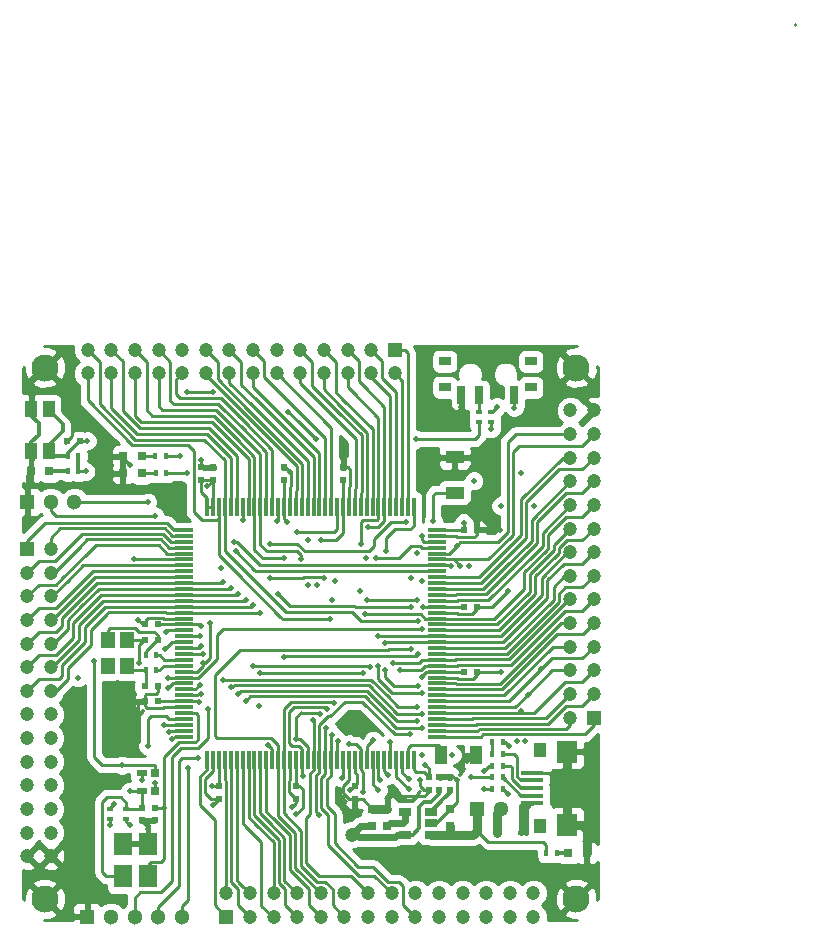
<source format=gbr>
G04 #@! TF.FileFunction,Copper,L1,Top,Signal*
%FSLAX46Y46*%
G04 Gerber Fmt 4.6, Leading zero omitted, Abs format (unit mm)*
G04 Created by KiCad (PCBNEW 4.0.6) date 03/11/19 23:36:44*
%MOMM*%
%LPD*%
G01*
G04 APERTURE LIST*
%ADD10C,0.100000*%
%ADD11R,1.050000X1.400000*%
%ADD12R,1.300000X1.300000*%
%ADD13C,1.300000*%
%ADD14R,0.700000X1.500000*%
%ADD15R,1.000000X0.800000*%
%ADD16C,1.200000*%
%ADD17R,1.200000X1.200000*%
%ADD18C,2.300000*%
%ADD19R,0.600000X0.500000*%
%ADD20R,0.500000X0.600000*%
%ADD21R,0.400000X0.600000*%
%ADD22R,1.850000X0.400000*%
%ADD23R,1.800000X1.900000*%
%ADD24R,1.000000X1.200000*%
%ADD25R,0.600000X0.400000*%
%ADD26R,0.900000X0.500000*%
%ADD27R,1.550000X0.300000*%
%ADD28R,0.300000X1.550000*%
%ADD29R,1.060000X0.650000*%
%ADD30R,0.750000X0.800000*%
%ADD31R,1.000000X1.600000*%
%ADD32R,1.600000X1.000000*%
%ADD33R,1.500000X1.950000*%
%ADD34R,0.600000X0.450000*%
%ADD35R,0.800000X0.800000*%
%ADD36R,1.150000X1.400000*%
%ADD37C,0.500000*%
%ADD38C,0.250000*%
%ADD39C,0.400000*%
%ADD40C,0.800000*%
%ADD41C,0.300000*%
%ADD42C,0.600000*%
%ADD43C,0.254000*%
G04 APERTURE END LIST*
D10*
D11*
X102815000Y-109600000D03*
X102815000Y-106000000D03*
X101365000Y-109600000D03*
X101365000Y-106000000D03*
D12*
X139100000Y-139900000D03*
D13*
X141100000Y-139900000D03*
D14*
X142250000Y-104825000D03*
X139250000Y-104825000D03*
X137750000Y-104825000D03*
D15*
X143650000Y-101975000D03*
X136350000Y-101975000D03*
X136350000Y-104175000D03*
X143650000Y-104175000D03*
D16*
X143870000Y-149000000D03*
X143870000Y-147000000D03*
X141870000Y-147000000D03*
X141870000Y-149000000D03*
D17*
X117870000Y-149000000D03*
D16*
X117870000Y-147000000D03*
X119870000Y-149000000D03*
X119870000Y-147000000D03*
X121870000Y-149000000D03*
X121870000Y-147000000D03*
X123870000Y-149000000D03*
X123870000Y-147000000D03*
X125870000Y-149000000D03*
X125870000Y-147000000D03*
X127870000Y-149000000D03*
X127870000Y-147000000D03*
X129870000Y-149000000D03*
X129870000Y-147000000D03*
X131870000Y-149000000D03*
X131870000Y-147000000D03*
X133870000Y-149000000D03*
X133870000Y-147000000D03*
X135870000Y-149000000D03*
X135870000Y-147000000D03*
X137870000Y-149000000D03*
X137870000Y-147000000D03*
X139870000Y-149000000D03*
X139870000Y-147000000D03*
X106130000Y-101000000D03*
X106130000Y-103000000D03*
X108130000Y-103000000D03*
X108130000Y-101000000D03*
D17*
X132130000Y-101000000D03*
D16*
X132130000Y-103000000D03*
X130130000Y-101000000D03*
X130130000Y-103000000D03*
X128130000Y-101000000D03*
X128130000Y-103000000D03*
X126130000Y-101000000D03*
X126130000Y-103000000D03*
X124130000Y-101000000D03*
X124130000Y-103000000D03*
X122130000Y-101000000D03*
X122130000Y-103000000D03*
X120130000Y-101000000D03*
X120130000Y-103000000D03*
X118130000Y-101000000D03*
X118130000Y-103000000D03*
X116130000Y-101000000D03*
X116130000Y-103000000D03*
X114130000Y-101000000D03*
X114130000Y-103000000D03*
X112130000Y-101000000D03*
X112130000Y-103000000D03*
X110130000Y-101000000D03*
X110130000Y-103000000D03*
D18*
X147500000Y-147500000D03*
X102500000Y-147500000D03*
X147500000Y-102500000D03*
X102500000Y-102500000D03*
D16*
X101000000Y-143870000D03*
X103000000Y-143870000D03*
X103000000Y-141870000D03*
X101000000Y-141870000D03*
D17*
X101000000Y-117870000D03*
D16*
X103000000Y-117870000D03*
X101000000Y-119870000D03*
X103000000Y-119870000D03*
X101000000Y-121870000D03*
X103000000Y-121870000D03*
X101000000Y-123870000D03*
X103000000Y-123870000D03*
X101000000Y-125870000D03*
X103000000Y-125870000D03*
X101000000Y-127870000D03*
X103000000Y-127870000D03*
X101000000Y-129870000D03*
X103000000Y-129870000D03*
X101000000Y-131870000D03*
X103000000Y-131870000D03*
X101000000Y-133870000D03*
X103000000Y-133870000D03*
X101000000Y-135870000D03*
X103000000Y-135870000D03*
X101000000Y-137870000D03*
X103000000Y-137870000D03*
X101000000Y-139870000D03*
X103000000Y-139870000D03*
D19*
X110950000Y-129450000D03*
X112050000Y-129450000D03*
D20*
X122750000Y-112050000D03*
X122750000Y-110950000D03*
X116750000Y-112050000D03*
X116750000Y-110950000D03*
D19*
X112050000Y-124250000D03*
X110950000Y-124250000D03*
X112050000Y-130750000D03*
X110950000Y-130750000D03*
D20*
X117250000Y-137950000D03*
X117250000Y-139050000D03*
D19*
X104350000Y-108700000D03*
X105450000Y-108700000D03*
D20*
X136800000Y-138250000D03*
X136800000Y-137150000D03*
X135900000Y-138250000D03*
X135900000Y-137150000D03*
D21*
X140350000Y-136200000D03*
X141250000Y-136200000D03*
X140350000Y-137200000D03*
X141250000Y-137200000D03*
X141250000Y-138200000D03*
X140350000Y-138200000D03*
X144950000Y-143600000D03*
X145850000Y-143600000D03*
X105350000Y-111300000D03*
X104450000Y-111300000D03*
X112770000Y-111450000D03*
X111870000Y-111450000D03*
X112760000Y-110030000D03*
X111860000Y-110030000D03*
D12*
X101000000Y-113870000D03*
D13*
X103000000Y-113870000D03*
X105000000Y-113870000D03*
X114100000Y-149000000D03*
D12*
X106100000Y-149000000D03*
D13*
X108100000Y-149000000D03*
X110100000Y-149000000D03*
X112100000Y-149000000D03*
D22*
X143765000Y-139410000D03*
X143765000Y-138760000D03*
X143765000Y-138110900D03*
X143765000Y-137460000D03*
X143765000Y-136810000D03*
D23*
X146690000Y-141210000D03*
X146690000Y-135010000D03*
D24*
X144440000Y-134910000D03*
X144440000Y-141310000D03*
D16*
X149000000Y-106130000D03*
X147000000Y-106130000D03*
X147000000Y-108130000D03*
X149000000Y-108130000D03*
D17*
X149000000Y-132130000D03*
D16*
X147000000Y-132130000D03*
X149000000Y-130130000D03*
X147000000Y-130130000D03*
X149000000Y-128130000D03*
X147000000Y-128130000D03*
X149000000Y-126130000D03*
X147000000Y-126130000D03*
X149000000Y-124130000D03*
X147000000Y-124130000D03*
X149000000Y-122130000D03*
X147000000Y-122130000D03*
X149000000Y-120130000D03*
X147000000Y-120130000D03*
X149000000Y-118130000D03*
X147000000Y-118130000D03*
X149000000Y-116130000D03*
X147000000Y-116130000D03*
X149000000Y-114130000D03*
X147000000Y-114130000D03*
X149000000Y-112130000D03*
X147000000Y-112130000D03*
X149000000Y-110130000D03*
X147000000Y-110130000D03*
D19*
X112050000Y-125550000D03*
X110950000Y-125550000D03*
D20*
X110700000Y-139750000D03*
X110700000Y-140850000D03*
X123750000Y-137950000D03*
X123750000Y-139050000D03*
X128750000Y-137950000D03*
X128750000Y-139050000D03*
X135000000Y-137150000D03*
X135000000Y-138250000D03*
D19*
X137950000Y-128250000D03*
X139050000Y-128250000D03*
X137950000Y-122750000D03*
X139050000Y-122750000D03*
D21*
X111950000Y-128150000D03*
X111050000Y-128150000D03*
D25*
X139250000Y-106250000D03*
X139250000Y-107150000D03*
X140300000Y-107150000D03*
X140300000Y-106250000D03*
X109400000Y-140750000D03*
X109400000Y-139850000D03*
D21*
X105350000Y-110000000D03*
X104450000Y-110000000D03*
X140350000Y-135200000D03*
X141250000Y-135200000D03*
D20*
X111800000Y-140850000D03*
X111800000Y-139750000D03*
D19*
X137950000Y-116250000D03*
X139050000Y-116250000D03*
D20*
X127750000Y-112050000D03*
X127750000Y-110950000D03*
X115730000Y-112050000D03*
X115730000Y-110950000D03*
D21*
X111950000Y-126850000D03*
X111050000Y-126850000D03*
D25*
X108000000Y-140750000D03*
X108000000Y-139850000D03*
D26*
X110700000Y-136850000D03*
X110700000Y-138350000D03*
D27*
X114300000Y-116250000D03*
X114300000Y-116750000D03*
X114300000Y-117250000D03*
X114300000Y-117750000D03*
X114300000Y-118250000D03*
X114300000Y-118750000D03*
X114300000Y-119250000D03*
X114300000Y-119750000D03*
X114300000Y-120250000D03*
X114300000Y-120750000D03*
X114300000Y-121250000D03*
X114300000Y-121750000D03*
X114300000Y-122250000D03*
X114300000Y-122750000D03*
X114300000Y-123250000D03*
X114300000Y-123750000D03*
X114300000Y-124250000D03*
X114300000Y-124750000D03*
X114300000Y-125250000D03*
X114300000Y-125750000D03*
X114300000Y-126250000D03*
X114300000Y-126750000D03*
X114300000Y-127250000D03*
X114300000Y-127750000D03*
X114300000Y-128250000D03*
X114300000Y-128750000D03*
X114300000Y-129250000D03*
X114300000Y-129750000D03*
X114300000Y-130250000D03*
X114300000Y-130750000D03*
X114300000Y-131250000D03*
X114300000Y-131750000D03*
X114300000Y-132250000D03*
X114300000Y-132750000D03*
X114300000Y-133250000D03*
X114300000Y-133750000D03*
D28*
X116250000Y-135700000D03*
X116750000Y-135700000D03*
X117250000Y-135700000D03*
X117750000Y-135700000D03*
X118250000Y-135700000D03*
X118750000Y-135700000D03*
X119250000Y-135700000D03*
X119750000Y-135700000D03*
X120250000Y-135700000D03*
X120750000Y-135700000D03*
X121250000Y-135700000D03*
X121750000Y-135700000D03*
X122250000Y-135700000D03*
X122750000Y-135700000D03*
X123250000Y-135700000D03*
X123750000Y-135700000D03*
X124250000Y-135700000D03*
X124750000Y-135700000D03*
X125250000Y-135700000D03*
X125750000Y-135700000D03*
X126250000Y-135700000D03*
X126750000Y-135700000D03*
X127250000Y-135700000D03*
X127750000Y-135700000D03*
X128250000Y-135700000D03*
X128750000Y-135700000D03*
X129250000Y-135700000D03*
X129750000Y-135700000D03*
X130250000Y-135700000D03*
X130750000Y-135700000D03*
X131250000Y-135700000D03*
X131750000Y-135700000D03*
X132250000Y-135700000D03*
X132750000Y-135700000D03*
X133250000Y-135700000D03*
X133750000Y-135700000D03*
D27*
X135700000Y-133750000D03*
X135700000Y-133250000D03*
X135700000Y-132750000D03*
X135700000Y-132250000D03*
X135700000Y-131750000D03*
X135700000Y-131250000D03*
X135700000Y-130750000D03*
X135700000Y-130250000D03*
X135700000Y-129750000D03*
X135700000Y-129250000D03*
X135700000Y-128750000D03*
X135700000Y-128250000D03*
X135700000Y-127750000D03*
X135700000Y-127250000D03*
X135700000Y-126750000D03*
X135700000Y-126250000D03*
X135700000Y-125750000D03*
X135700000Y-125250000D03*
X135700000Y-124750000D03*
X135700000Y-124250000D03*
X135700000Y-123750000D03*
X135700000Y-123250000D03*
X135700000Y-122750000D03*
X135700000Y-122250000D03*
X135700000Y-121750000D03*
X135700000Y-121250000D03*
X135700000Y-120750000D03*
X135700000Y-120250000D03*
X135700000Y-119750000D03*
X135700000Y-119250000D03*
X135700000Y-118750000D03*
X135700000Y-118250000D03*
X135700000Y-117750000D03*
X135700000Y-117250000D03*
X135700000Y-116750000D03*
X135700000Y-116250000D03*
D28*
X133750000Y-114300000D03*
X133250000Y-114300000D03*
X132750000Y-114300000D03*
X132250000Y-114300000D03*
X131750000Y-114300000D03*
X131250000Y-114300000D03*
X130750000Y-114300000D03*
X130250000Y-114300000D03*
X129750000Y-114300000D03*
X129250000Y-114300000D03*
X128750000Y-114300000D03*
X128250000Y-114300000D03*
X127750000Y-114300000D03*
X127250000Y-114300000D03*
X126750000Y-114300000D03*
X126250000Y-114300000D03*
X125750000Y-114300000D03*
X125250000Y-114300000D03*
X124750000Y-114300000D03*
X124250000Y-114300000D03*
X123750000Y-114300000D03*
X123250000Y-114300000D03*
X122750000Y-114300000D03*
X122250000Y-114300000D03*
X121750000Y-114300000D03*
X121250000Y-114300000D03*
X120750000Y-114300000D03*
X120250000Y-114300000D03*
X119750000Y-114300000D03*
X119250000Y-114300000D03*
X118750000Y-114300000D03*
X118250000Y-114300000D03*
X117750000Y-114300000D03*
X117250000Y-114300000D03*
X116750000Y-114300000D03*
X116250000Y-114300000D03*
D29*
X135200000Y-142050000D03*
X135200000Y-141100000D03*
X135200000Y-140150000D03*
X133000000Y-140150000D03*
X133000000Y-142050000D03*
D30*
X136800000Y-141350000D03*
X136800000Y-139850000D03*
X131500000Y-141350000D03*
X131500000Y-139850000D03*
X130200000Y-141350000D03*
X130200000Y-139850000D03*
D31*
X136000000Y-135330000D03*
X139000000Y-135330000D03*
D32*
X137200000Y-113100000D03*
X137200000Y-110100000D03*
D30*
X111800000Y-138350000D03*
X111800000Y-136850000D03*
D33*
X109100000Y-145575000D03*
X109100000Y-142825000D03*
X111200000Y-142825000D03*
X111200000Y-145575000D03*
D34*
X140750000Y-141900000D03*
X142850000Y-141900000D03*
D35*
X146800000Y-143600000D03*
X148400000Y-143600000D03*
X110710000Y-111450000D03*
X109110000Y-111450000D03*
X110700000Y-110030000D03*
X109100000Y-110030000D03*
X102890000Y-111300000D03*
X101290000Y-111300000D03*
D36*
X109430000Y-127750000D03*
X109430000Y-125550000D03*
X107830000Y-125550000D03*
X107830000Y-127750000D03*
D21*
X140350000Y-134200000D03*
X141250000Y-134200000D03*
D37*
X105290000Y-128760000D03*
X123440000Y-139720000D03*
X128750000Y-139680000D03*
X137390000Y-137440000D03*
X138220000Y-135820000D03*
X129710000Y-132640000D03*
D16*
X146690000Y-136810000D03*
D37*
X124810000Y-120880000D03*
X124810000Y-117100000D03*
X129720000Y-118650000D03*
X123230000Y-111320000D03*
X143930000Y-114200000D03*
X141690000Y-121400000D03*
X134230000Y-137420000D03*
X111200000Y-141540000D03*
X115730000Y-110310000D03*
X109670000Y-110730000D03*
X143190000Y-134140000D03*
X141090000Y-128250000D03*
X110410000Y-123880000D03*
X110430000Y-131880000D03*
X110490000Y-127550000D03*
X127750000Y-110220000D03*
X142810000Y-111470000D03*
X111800000Y-137710000D03*
X137750000Y-105850000D03*
X137200000Y-111090000D03*
X141060000Y-116250000D03*
X116720000Y-139570000D03*
X135200000Y-140150000D03*
X136250000Y-142050000D03*
X138540000Y-137200000D03*
X137690000Y-119330000D03*
X139700000Y-136620000D03*
X137390000Y-117590000D03*
X141730000Y-138610000D03*
X130520000Y-118640000D03*
X117450000Y-119440000D03*
X115440000Y-135570000D03*
X131410000Y-118060000D03*
X120670000Y-131180000D03*
X114650000Y-136390000D03*
X133090000Y-115570000D03*
X140300000Y-107700000D03*
X121590000Y-117420000D03*
X121410000Y-134460000D03*
X133900000Y-108580000D03*
X125450000Y-108580000D03*
X119250000Y-115410000D03*
X123100000Y-106230000D03*
X115860000Y-127500000D03*
X116300000Y-131450000D03*
X106100000Y-108700000D03*
X116510000Y-124150000D03*
X135400000Y-115500000D03*
X134420000Y-116730000D03*
X140750000Y-105820000D03*
X109040000Y-136190000D03*
X110020000Y-118670000D03*
X106660000Y-127350000D03*
X108000000Y-141240000D03*
X109720000Y-138350000D03*
X111200000Y-134570000D03*
X109690000Y-141230000D03*
X112610000Y-139750000D03*
D16*
X128500000Y-142040000D03*
D37*
X129210000Y-121400000D03*
X134470000Y-128660000D03*
X138440000Y-119330000D03*
X138820000Y-112090000D03*
X142470000Y-134140000D03*
X139700000Y-138200000D03*
X134690000Y-136110000D03*
X128350000Y-138310000D03*
X123780000Y-140340000D03*
X116680000Y-137950000D03*
X110700000Y-137440000D03*
X115740000Y-124400000D03*
X115520000Y-130840000D03*
X116270000Y-112570000D03*
X123000000Y-115550000D03*
X134560000Y-122800000D03*
X137950000Y-115630000D03*
X141090000Y-114200000D03*
X108390000Y-139440000D03*
X125910000Y-117100000D03*
X125520000Y-120900000D03*
X105960000Y-111300000D03*
X142250000Y-105890000D03*
X134010000Y-131240000D03*
X117600000Y-120660000D03*
X117600000Y-128950000D03*
X134420000Y-131820000D03*
X118220000Y-121170000D03*
X118220000Y-129550000D03*
X134020000Y-132400000D03*
X118860000Y-130140000D03*
X118860000Y-121670000D03*
X134440000Y-132980000D03*
X119500000Y-130730000D03*
X119500000Y-122170000D03*
X120110000Y-127780000D03*
X129990000Y-127860000D03*
X120110000Y-122640000D03*
X120710000Y-123250000D03*
X129410000Y-128370000D03*
X120710000Y-128370000D03*
X112750000Y-124910000D03*
X115640000Y-125250000D03*
X112710000Y-126310000D03*
X115740000Y-126040000D03*
X115920000Y-126750000D03*
X112920000Y-128750000D03*
X134470000Y-124600000D03*
X112960000Y-129640000D03*
X115650000Y-129350000D03*
X115740000Y-130100000D03*
X112600000Y-132750000D03*
X113000000Y-133330000D03*
X113270000Y-133980000D03*
X133310000Y-137370000D03*
X133300000Y-138190000D03*
X131750000Y-134220000D03*
X133510000Y-126330000D03*
X126980000Y-130910000D03*
X126390000Y-131380000D03*
X124380000Y-137090000D03*
X125810000Y-131830000D03*
X123800000Y-133970000D03*
X125220000Y-132300000D03*
X133420000Y-133560000D03*
X125680000Y-140410000D03*
X126340000Y-133030000D03*
X126830000Y-133600000D03*
X121600000Y-120360000D03*
X127330000Y-134110000D03*
X126140000Y-120340000D03*
X127070000Y-120600000D03*
X127620000Y-137240000D03*
X128230000Y-134340000D03*
X126850000Y-122140000D03*
X129430000Y-138440000D03*
X130290000Y-134040000D03*
X134010000Y-122200000D03*
X129760000Y-122200000D03*
X134460000Y-120600000D03*
X130720000Y-138260000D03*
X133530000Y-120350000D03*
X130870000Y-137390000D03*
X134450000Y-135280000D03*
X136980000Y-135280000D03*
X133980000Y-118200000D03*
X131580000Y-137010000D03*
X142820000Y-131600000D03*
X143400000Y-130190000D03*
X144510000Y-128040000D03*
X132600000Y-128150000D03*
X132000000Y-127550000D03*
X134070000Y-129490000D03*
X131320000Y-128080000D03*
X131320000Y-125850000D03*
X130700000Y-127750000D03*
X134470000Y-130070000D03*
X130700000Y-125250000D03*
X129580000Y-123370000D03*
X134120000Y-123990000D03*
X126620000Y-123790000D03*
X129840000Y-116000000D03*
X129260000Y-117400000D03*
X123870000Y-116400000D03*
X113940000Y-110030000D03*
X114520000Y-111450000D03*
X133510000Y-122780000D03*
X122200000Y-121640000D03*
X114530000Y-104540000D03*
X116720000Y-104540000D03*
X122170000Y-115530000D03*
X124170000Y-118670000D03*
X122790000Y-127040000D03*
X134080000Y-126780000D03*
X122790000Y-118650000D03*
X141830000Y-134530000D03*
X136870000Y-119340000D03*
X111800000Y-115070000D03*
X118480000Y-117310000D03*
X118660000Y-118070000D03*
X111200000Y-113880000D03*
D38*
X166040000Y-73380000D02*
X166040000Y-73500000D01*
X105290000Y-128760000D02*
X105290000Y-128750000D01*
X123750000Y-139410000D02*
X123440000Y-139720000D01*
X123750000Y-139410000D02*
X123750000Y-139050000D01*
X128750000Y-139050000D02*
X128750000Y-139680000D01*
X138710000Y-135330000D02*
X138220000Y-135820000D01*
X139000000Y-135330000D02*
X138710000Y-135330000D01*
X143765000Y-136810000D02*
X146690000Y-136810000D01*
X139050000Y-122750000D02*
X140340000Y-122750000D01*
X140340000Y-122750000D02*
X141690000Y-121400000D01*
X128250000Y-136580000D02*
X128250000Y-137430000D01*
X128250000Y-137430000D02*
X128190000Y-137490000D01*
X128750000Y-139050000D02*
X128270000Y-139050000D01*
X128270000Y-139050000D02*
X127770000Y-138550000D01*
X127770000Y-138550000D02*
X127770000Y-137910000D01*
X127770000Y-137910000D02*
X128190000Y-137490000D01*
X135900000Y-137150000D02*
X136800000Y-137150000D01*
X136800000Y-137150000D02*
X137100000Y-137150000D01*
X137100000Y-137150000D02*
X137390000Y-137440000D01*
X137390000Y-137440000D02*
X137390000Y-137580000D01*
X137390000Y-137580000D02*
X137390000Y-139260000D01*
X137390000Y-139260000D02*
X136800000Y-139850000D01*
X135000000Y-138250000D02*
X134580000Y-138250000D01*
X134230000Y-137900000D02*
X134230000Y-137420000D01*
X134580000Y-138250000D02*
X134230000Y-137900000D01*
X135000000Y-138250000D02*
X135000000Y-138400000D01*
X135000000Y-138400000D02*
X134600000Y-138800000D01*
D39*
X111200000Y-141540000D02*
X111200000Y-141350000D01*
X111200000Y-142825000D02*
X111200000Y-141540000D01*
X111200000Y-141350000D02*
X110700000Y-140850000D01*
D38*
X111260000Y-142765000D02*
X111200000Y-142825000D01*
X110700000Y-142325000D02*
X111200000Y-142825000D01*
X110700000Y-142325000D02*
X111200000Y-142825000D01*
D39*
X109100000Y-142825000D02*
X111200000Y-142825000D01*
D38*
X115730000Y-110950000D02*
X115730000Y-110310000D01*
X109100000Y-110030000D02*
X109100000Y-110160000D01*
X109100000Y-110160000D02*
X109670000Y-110730000D01*
X109100000Y-110030000D02*
X109100000Y-111440000D01*
X109100000Y-111440000D02*
X109110000Y-111450000D01*
X139050000Y-128250000D02*
X141090000Y-128250000D01*
X110780000Y-124250000D02*
X110410000Y-123880000D01*
X110950000Y-124250000D02*
X110780000Y-124250000D01*
X110560000Y-130750000D02*
X110430000Y-130880000D01*
X110430000Y-130880000D02*
X110430000Y-131880000D01*
X110950000Y-130750000D02*
X110560000Y-130750000D01*
X110490000Y-125960000D02*
X110490000Y-127550000D01*
X110490000Y-125960000D02*
X110900000Y-125550000D01*
X110950000Y-125550000D02*
X110900000Y-125550000D01*
X123250000Y-114300000D02*
X123250000Y-112610000D01*
X123250000Y-112610000D02*
X123340000Y-112520000D01*
X123340000Y-112520000D02*
X123340000Y-111430000D01*
X123340000Y-111430000D02*
X123230000Y-111320000D01*
X123230000Y-111320000D02*
X122860000Y-110950000D01*
X122750000Y-110950000D02*
X122860000Y-110950000D01*
X122750000Y-110950000D02*
X122820000Y-110950000D01*
X116750000Y-139050000D02*
X116600000Y-139050000D01*
X116090000Y-138540000D02*
X116090000Y-137330000D01*
X116600000Y-139050000D02*
X116090000Y-138540000D01*
X116750000Y-136630000D02*
X116750000Y-136670000D01*
X116750000Y-135700000D02*
X116750000Y-136630000D01*
X116750000Y-136670000D02*
X116090000Y-137330000D01*
X116750000Y-139050000D02*
X117250000Y-139050000D01*
X127750000Y-110220000D02*
X127750000Y-110950000D01*
X128250000Y-135700000D02*
X128250000Y-136580000D01*
X111800000Y-138350000D02*
X111800000Y-137680000D01*
X111800000Y-137680000D02*
X111800000Y-137710000D01*
X137750000Y-104825000D02*
X137750000Y-105850000D01*
X137200000Y-110100000D02*
X137200000Y-111090000D01*
X139050000Y-116250000D02*
X139870000Y-116250000D01*
X139870000Y-116250000D02*
X141060000Y-116250000D01*
X139050000Y-122750000D02*
X139050000Y-122960000D01*
X139050000Y-122960000D02*
X138680000Y-123330000D01*
X137490000Y-123330000D02*
X137410000Y-123250000D01*
X138680000Y-123330000D02*
X137490000Y-123330000D01*
X139050000Y-128250000D02*
X139050000Y-128570000D01*
X135700000Y-128750000D02*
X137130000Y-128750000D01*
X137130000Y-128750000D02*
X137370000Y-128750000D01*
X138790000Y-128830000D02*
X137450000Y-128830000D01*
X137450000Y-128830000D02*
X137370000Y-128750000D01*
X139050000Y-128570000D02*
X138790000Y-128830000D01*
X110895000Y-142525000D02*
X111600000Y-142525000D01*
X111800000Y-142325000D02*
X111600000Y-142525000D01*
X111600000Y-143300000D02*
X111600000Y-143025000D01*
X111800000Y-142825000D02*
X111600000Y-143025000D01*
X110700000Y-140850000D02*
X111800000Y-140850000D01*
X117250000Y-139050000D02*
X117240000Y-139050000D01*
X117240000Y-139050000D02*
X116720000Y-139570000D01*
X123170000Y-138390000D02*
X123170000Y-138470000D01*
X123250000Y-135700000D02*
X123250000Y-136860000D01*
X123250000Y-136860000D02*
X123250000Y-136930000D01*
X123250000Y-137430000D02*
X123170000Y-137510000D01*
X123170000Y-137510000D02*
X123170000Y-138390000D01*
X123250000Y-136930000D02*
X123250000Y-137430000D01*
X123170000Y-138470000D02*
X123750000Y-139050000D01*
X110950000Y-124250000D02*
X110950000Y-123940000D01*
X111220000Y-123670000D02*
X111310000Y-123670000D01*
X110950000Y-123940000D02*
X111220000Y-123670000D01*
X112650000Y-123750000D02*
X112569998Y-123750000D01*
X114300000Y-123750000D02*
X112840000Y-123750000D01*
X112840000Y-123750000D02*
X112650000Y-123750000D01*
X112569998Y-123750000D02*
X112489998Y-123670000D01*
X112489998Y-123670000D02*
X111310000Y-123670000D01*
D40*
X146690000Y-141210000D02*
X147960000Y-141210000D01*
X148400000Y-141650000D02*
X148400000Y-143600000D01*
X147960000Y-141210000D02*
X148400000Y-141650000D01*
X146690000Y-135010000D02*
X146690000Y-141210000D01*
D38*
X128750000Y-139050000D02*
X129400000Y-139050000D01*
X129400000Y-139050000D02*
X130200000Y-139850000D01*
X116750000Y-110950000D02*
X115730000Y-110950000D01*
X146610000Y-135010000D02*
X146690000Y-135010000D01*
X112050000Y-129450000D02*
X112050000Y-129960000D01*
X110950000Y-130220000D02*
X110950000Y-130750000D01*
X111030000Y-130140000D02*
X110950000Y-130220000D01*
X111870000Y-130140000D02*
X111030000Y-130140000D01*
X112050000Y-129960000D02*
X111870000Y-130140000D01*
X110950000Y-125550000D02*
X109430000Y-125550000D01*
X137130000Y-123250000D02*
X137410000Y-123250000D01*
X112820000Y-131250000D02*
X112570000Y-131250000D01*
X111170000Y-131350000D02*
X110950000Y-131130000D01*
X112470000Y-131350000D02*
X111170000Y-131350000D01*
X112570000Y-131250000D02*
X112470000Y-131350000D01*
X128250000Y-114300000D02*
X128250000Y-112600000D01*
X128150000Y-110950000D02*
X127750000Y-110950000D01*
X128350000Y-111150000D02*
X128150000Y-110950000D01*
X128350000Y-112500000D02*
X128350000Y-111150000D01*
X128250000Y-112600000D02*
X128350000Y-112500000D01*
X135700000Y-116750000D02*
X137280000Y-116750000D01*
X139050000Y-116650000D02*
X139050000Y-116250000D01*
X138860000Y-116840000D02*
X139050000Y-116650000D01*
X137370000Y-116840000D02*
X138860000Y-116840000D01*
X137280000Y-116750000D02*
X137370000Y-116840000D01*
X135700000Y-123250000D02*
X137130000Y-123250000D01*
X114300000Y-131250000D02*
X112820000Y-131250000D01*
X110950000Y-131130000D02*
X110950000Y-130750000D01*
X102500000Y-102500000D02*
X102500000Y-102750000D01*
X102500000Y-102750000D02*
X104780000Y-105030000D01*
X104780000Y-108270000D02*
X104350000Y-108700000D01*
X104780000Y-105030000D02*
X104780000Y-108270000D01*
X101000000Y-113870000D02*
X101000000Y-111590000D01*
X101000000Y-111590000D02*
X101290000Y-111300000D01*
X131800000Y-138800000D02*
X131500000Y-139100000D01*
X134600000Y-138800000D02*
X131800000Y-138800000D01*
X135000000Y-138400000D02*
X134600000Y-138800000D01*
X143765000Y-136810000D02*
X146390000Y-136810000D01*
X146390000Y-136810000D02*
X146690000Y-136510000D01*
X146690000Y-136510000D02*
X146690000Y-135010000D01*
D41*
X102500000Y-102500000D02*
X102300000Y-102500000D01*
X102300000Y-102500000D02*
X101365000Y-103435000D01*
X101365000Y-103435000D02*
X101365000Y-106000000D01*
X101365000Y-109600000D02*
X101365000Y-111225000D01*
X101365000Y-111225000D02*
X101290000Y-111300000D01*
X101365000Y-106000000D02*
X101365000Y-106565000D01*
X101365000Y-106565000D02*
X102000000Y-107200000D01*
X102000000Y-107200000D02*
X102000000Y-108200000D01*
X102000000Y-108200000D02*
X101365000Y-108835000D01*
X101365000Y-108835000D02*
X101365000Y-109600000D01*
D38*
X131500000Y-139100000D02*
X131500000Y-139850000D01*
D40*
X131500000Y-139850000D02*
X130200000Y-139850000D01*
D41*
X135200000Y-141100000D02*
X135700000Y-141100000D01*
X135700000Y-141100000D02*
X136800000Y-140000000D01*
X136800000Y-140000000D02*
X136800000Y-139850000D01*
D38*
X137750000Y-104910000D02*
X137750000Y-104825000D01*
D41*
X135200000Y-140100000D02*
X135200000Y-140150000D01*
D38*
X136250000Y-142050000D02*
X135200000Y-142050000D01*
X144950000Y-143600000D02*
X144950000Y-142910000D01*
X140040000Y-142640000D02*
X139100000Y-141700000D01*
X144680000Y-142640000D02*
X140040000Y-142640000D01*
X144950000Y-142910000D02*
X144680000Y-142640000D01*
D40*
X139100000Y-139900000D02*
X139100000Y-141700000D01*
X138750000Y-142050000D02*
X136800000Y-142050000D01*
X139100000Y-141700000D02*
X138750000Y-142050000D01*
X136800000Y-141350000D02*
X136800000Y-142050000D01*
X136700000Y-142000000D02*
X136700000Y-142050000D01*
X136700000Y-142050000D02*
X135200000Y-142050000D01*
X136800000Y-142050000D02*
X136750000Y-142000000D01*
X136750000Y-142000000D02*
X136700000Y-142000000D01*
D41*
X136800000Y-138250000D02*
X136800000Y-138500000D01*
X136800000Y-138500000D02*
X136320000Y-138980000D01*
X135200000Y-140100000D02*
X136320000Y-138980000D01*
X136320000Y-138980000D02*
X136800000Y-138500000D01*
D38*
X140350000Y-137200000D02*
X138540000Y-137200000D01*
X137110000Y-118750000D02*
X137690000Y-119330000D01*
X137110000Y-118750000D02*
X136850000Y-118750000D01*
X147040000Y-109120000D02*
X142650000Y-109120000D01*
X142143604Y-109626396D02*
X142143604Y-116646396D01*
X142650000Y-109120000D02*
X142143604Y-109626396D01*
X142143604Y-116646396D02*
X141930000Y-116860000D01*
X140040000Y-118750000D02*
X141930000Y-116860000D01*
X135700000Y-118750000D02*
X136850000Y-118750000D01*
X136850000Y-118750000D02*
X140040000Y-118750000D01*
X148010000Y-109120000D02*
X149000000Y-108130000D01*
X147040000Y-109120000D02*
X148010000Y-109120000D01*
X140350000Y-136200000D02*
X140120000Y-136200000D01*
X140120000Y-136200000D02*
X139700000Y-136620000D01*
X143850000Y-108130000D02*
X142350000Y-108130000D01*
X137670000Y-117310000D02*
X140830000Y-117310000D01*
X137390000Y-117590000D02*
X137670000Y-117310000D01*
X141693602Y-116446398D02*
X140830000Y-117310000D01*
X147000000Y-108130000D02*
X143850000Y-108130000D01*
X142350000Y-108130000D02*
X141686801Y-108793199D01*
X141686801Y-108793199D02*
X141686801Y-116453199D01*
X141686801Y-116453199D02*
X141693602Y-116460000D01*
X141693602Y-116460000D02*
X141693602Y-116446398D01*
X141320000Y-138200000D02*
X141730000Y-138610000D01*
X141250000Y-138200000D02*
X141320000Y-138200000D01*
X135700000Y-118250000D02*
X136730000Y-118250000D01*
X136730000Y-118250000D02*
X137390000Y-117590000D01*
X147000000Y-108130000D02*
X146990000Y-108130000D01*
X146750000Y-108130000D02*
X147000000Y-108130000D01*
X130520000Y-118640000D02*
X132500000Y-118640000D01*
X132500000Y-118640000D02*
X133530000Y-117610000D01*
X134710000Y-117750000D02*
X134410000Y-117750000D01*
X134710000Y-117750000D02*
X135700000Y-117750000D01*
X134270000Y-117610000D02*
X133530000Y-117610000D01*
X134410000Y-117750000D02*
X134270000Y-117610000D01*
X112100000Y-149000000D02*
X112100000Y-148180000D01*
X114120000Y-135570000D02*
X115440000Y-135570000D01*
X113900000Y-135790000D02*
X114120000Y-135570000D01*
X113900000Y-146380000D02*
X113900000Y-135790000D01*
X112100000Y-148180000D02*
X113900000Y-146380000D01*
X131410000Y-116910000D02*
X131410000Y-118060000D01*
X133750000Y-115880000D02*
X133420000Y-116210000D01*
X133750000Y-115370000D02*
X133750000Y-114300000D01*
X133420000Y-116210000D02*
X133290000Y-116210000D01*
X133750000Y-115370000D02*
X133750000Y-115690000D01*
X133750000Y-115690000D02*
X133750000Y-115880000D01*
X133290000Y-116210000D02*
X132110000Y-116210000D01*
X132110000Y-116210000D02*
X131410000Y-116910000D01*
X114100000Y-149000000D02*
X114100000Y-148120000D01*
X114650000Y-147570000D02*
X114650000Y-136390000D01*
X114100000Y-148120000D02*
X114650000Y-147570000D01*
X133090000Y-115570000D02*
X131830000Y-115570000D01*
X130390000Y-117600000D02*
X129940000Y-118050000D01*
X130390000Y-117010000D02*
X130390000Y-117600000D01*
X131830000Y-115570000D02*
X130390000Y-117010000D01*
X133070000Y-115590000D02*
X133030000Y-115590000D01*
X133090000Y-115570000D02*
X133070000Y-115590000D01*
X140300000Y-107150000D02*
X140300000Y-107700000D01*
X121590000Y-117420000D02*
X123890000Y-117420000D01*
X123890000Y-117420000D02*
X124520000Y-118050000D01*
X124520000Y-118050000D02*
X129940000Y-118050000D01*
X121750000Y-134800000D02*
X121750000Y-135700000D01*
X121750000Y-134800000D02*
X121410000Y-134460000D01*
X139250000Y-107150000D02*
X139250000Y-108250000D01*
X138920000Y-108580000D02*
X137790000Y-108580000D01*
X139250000Y-108250000D02*
X138920000Y-108580000D01*
X123995000Y-107125000D02*
X125450000Y-108580000D01*
X137790000Y-108580000D02*
X133900000Y-108580000D01*
X119250000Y-115410000D02*
X119250000Y-114300000D01*
X123995000Y-107125000D02*
X123100000Y-106230000D01*
X110700000Y-110030000D02*
X111860000Y-110030000D01*
X139250000Y-104825000D02*
X139250000Y-106250000D01*
D39*
X143590000Y-139410000D02*
X143200000Y-139800000D01*
X143200000Y-139800000D02*
X143200000Y-141900000D01*
X143765000Y-139410000D02*
X143590000Y-139410000D01*
X143765000Y-139410000D02*
X143090000Y-139410000D01*
X143090000Y-139410000D02*
X142850000Y-139650000D01*
X142850000Y-139650000D02*
X142850000Y-141900000D01*
D41*
X145850000Y-143600000D02*
X146800000Y-143600000D01*
D38*
X115350000Y-128250000D02*
X115860000Y-127740000D01*
X115860000Y-127740000D02*
X115860000Y-127500000D01*
X114300000Y-128250000D02*
X115350000Y-128250000D01*
X115860000Y-127500000D02*
X116060000Y-127500000D01*
X116060000Y-127500000D02*
X116510000Y-127050000D01*
X114760000Y-134700000D02*
X115440000Y-134700000D01*
X115440000Y-134700000D02*
X116300000Y-133840000D01*
X116300000Y-133840000D02*
X116300000Y-131450000D01*
X110100000Y-149000000D02*
X110100000Y-147390000D01*
X114050000Y-134700000D02*
X114760000Y-134700000D01*
X113260000Y-135490000D02*
X114050000Y-134700000D01*
X113260000Y-145960000D02*
X113260000Y-135490000D01*
X112300000Y-146920000D02*
X113260000Y-145960000D01*
X110570000Y-146920000D02*
X112300000Y-146920000D01*
X110100000Y-147390000D02*
X110570000Y-146920000D01*
X106100000Y-108700000D02*
X105450000Y-108700000D01*
X116510000Y-126160000D02*
X116510000Y-127050000D01*
X116510000Y-124150000D02*
X116510000Y-126160000D01*
D41*
X102815000Y-106000000D02*
X102815000Y-106115000D01*
X102815000Y-106115000D02*
X104000000Y-107300000D01*
X104000000Y-107300000D02*
X104000000Y-107900000D01*
X104000000Y-107900000D02*
X102815000Y-109085000D01*
X102815000Y-109085000D02*
X102815000Y-109600000D01*
X102815000Y-109600000D02*
X102815000Y-109815000D01*
X102815000Y-109815000D02*
X103000000Y-110000000D01*
X103000000Y-110000000D02*
X104450000Y-110000000D01*
X105450000Y-108700000D02*
X105450000Y-108750000D01*
X105450000Y-108750000D02*
X104450000Y-109750000D01*
X104450000Y-109750000D02*
X104450000Y-110000000D01*
D38*
X133250000Y-135700000D02*
X133250000Y-134680000D01*
X135810000Y-134460000D02*
X136000000Y-134650000D01*
X133470000Y-134460000D02*
X135810000Y-134460000D01*
X133250000Y-134680000D02*
X133470000Y-134460000D01*
X136000000Y-134650000D02*
X136000000Y-135330000D01*
X135700000Y-117250000D02*
X134600000Y-117250000D01*
X134420000Y-117070000D02*
X134420000Y-116730000D01*
X134600000Y-117250000D02*
X134420000Y-117070000D01*
X137200000Y-113100000D02*
X135590000Y-113100000D01*
X135400000Y-113290000D02*
X135400000Y-115500000D01*
X135590000Y-113100000D02*
X135400000Y-113290000D01*
X140300000Y-106250000D02*
X140320000Y-106250000D01*
X140320000Y-106250000D02*
X140750000Y-105820000D01*
X112050000Y-125550000D02*
X111990000Y-125550000D01*
X111990000Y-125550000D02*
X111050000Y-126490000D01*
X111050000Y-126490000D02*
X111050000Y-126850000D01*
X112050000Y-125550000D02*
X112050000Y-125130000D01*
X107830000Y-124710000D02*
X107830000Y-125550000D01*
X108030000Y-124510000D02*
X107830000Y-124710000D01*
X110150000Y-124510000D02*
X108030000Y-124510000D01*
X110490000Y-124850000D02*
X110150000Y-124510000D01*
X111770000Y-124850000D02*
X110490000Y-124850000D01*
X112050000Y-125130000D02*
X111770000Y-124850000D01*
X111050000Y-128150000D02*
X111050000Y-129350000D01*
X111050000Y-129350000D02*
X110950000Y-129450000D01*
X111050000Y-128150000D02*
X109830000Y-128150000D01*
X109830000Y-128150000D02*
X109430000Y-127750000D01*
X111800000Y-136190000D02*
X109040000Y-136190000D01*
X109040000Y-136190000D02*
X107370000Y-136190000D01*
X106660000Y-131910000D02*
X106660000Y-132140000D01*
X106660000Y-130420000D02*
X106660000Y-131910000D01*
X106660000Y-127350000D02*
X106660000Y-130420000D01*
X107370000Y-136190000D02*
X106660000Y-135480000D01*
X106660000Y-135480000D02*
X106660000Y-132140000D01*
X108000000Y-140750000D02*
X108000000Y-141240000D01*
X111800000Y-136190000D02*
X111800000Y-136850000D01*
X111210000Y-118750000D02*
X110100000Y-118750000D01*
X110100000Y-118750000D02*
X110020000Y-118670000D01*
X110020000Y-118670000D02*
X110020000Y-118750000D01*
X110020000Y-118750000D02*
X110020000Y-118670000D01*
X110020000Y-118670000D02*
X110020000Y-118750000D01*
X111040000Y-118750000D02*
X110020000Y-118750000D01*
X114300000Y-118750000D02*
X111210000Y-118750000D01*
X111210000Y-118750000D02*
X111040000Y-118750000D01*
X108090000Y-145575000D02*
X107705000Y-145575000D01*
X107370000Y-139260000D02*
X107790000Y-138840000D01*
X107370000Y-145240000D02*
X107370000Y-139260000D01*
X107705000Y-145575000D02*
X107370000Y-145240000D01*
X110700000Y-138350000D02*
X109720000Y-138350000D01*
X113020000Y-132250000D02*
X112790000Y-132020000D01*
X112790000Y-132020000D02*
X111450000Y-132020000D01*
X111450000Y-132020000D02*
X111200000Y-132270000D01*
X111200000Y-132270000D02*
X111200000Y-134570000D01*
X113020000Y-132250000D02*
X114300000Y-132250000D01*
X109400000Y-139850000D02*
X109400000Y-139330000D01*
X109400000Y-139330000D02*
X108910000Y-138840000D01*
X108910000Y-138840000D02*
X107790000Y-138840000D01*
X108090000Y-145575000D02*
X109100000Y-145575000D01*
X109400000Y-139850000D02*
X110600000Y-139850000D01*
X110600000Y-139850000D02*
X110700000Y-139750000D01*
X110700000Y-139750000D02*
X110690000Y-139750000D01*
X110700000Y-138350000D02*
X110700000Y-139750000D01*
X112610000Y-139750000D02*
X112610000Y-144080000D01*
X112610000Y-144080000D02*
X112360000Y-144330000D01*
X114300000Y-131750000D02*
X115290000Y-131750000D01*
X112610000Y-139450000D02*
X112610000Y-139750000D01*
X112610000Y-135490000D02*
X112610000Y-139450000D01*
X113860000Y-134240000D02*
X112610000Y-135490000D01*
X115250000Y-134240000D02*
X113860000Y-134240000D01*
X115430000Y-134060000D02*
X115250000Y-134240000D01*
X115430000Y-131890000D02*
X115430000Y-134060000D01*
X115290000Y-131750000D02*
X115430000Y-131890000D01*
X111530000Y-144330000D02*
X111200000Y-144660000D01*
X112360000Y-144330000D02*
X111530000Y-144330000D01*
X111200000Y-144660000D02*
X111200000Y-145575000D01*
X109400000Y-140940000D02*
X109690000Y-141230000D01*
X112610000Y-139750000D02*
X111800000Y-139750000D01*
X109400000Y-140750000D02*
X109400000Y-140940000D01*
D42*
X128890000Y-142040000D02*
X128500000Y-142040000D01*
D38*
X134810000Y-128250000D02*
X134470000Y-128590000D01*
X134470000Y-128590000D02*
X134470000Y-128660000D01*
X134810000Y-128250000D02*
X135700000Y-128250000D01*
X140350000Y-138200000D02*
X139700000Y-138200000D01*
X135000000Y-136420000D02*
X134690000Y-136110000D01*
X135000000Y-137150000D02*
X135000000Y-136420000D01*
X128710000Y-137950000D02*
X128350000Y-138310000D01*
X124060000Y-137950000D02*
X124330000Y-138220000D01*
X124330000Y-138220000D02*
X124330000Y-139790000D01*
X124330000Y-139790000D02*
X123780000Y-140340000D01*
X123750000Y-137950000D02*
X124060000Y-137950000D01*
X117250000Y-137950000D02*
X116680000Y-137950000D01*
X110700000Y-137440000D02*
X110700000Y-136850000D01*
X114300000Y-124250000D02*
X115590000Y-124250000D01*
X115590000Y-124250000D02*
X115740000Y-124400000D01*
X115430000Y-130750000D02*
X115520000Y-130840000D01*
X115430000Y-130750000D02*
X114300000Y-130750000D01*
X116750000Y-112090000D02*
X116270000Y-112570000D01*
X122750000Y-115300000D02*
X122750000Y-114300000D01*
X122750000Y-115300000D02*
X123000000Y-115550000D01*
X134610000Y-122750000D02*
X134560000Y-122800000D01*
X134610000Y-122750000D02*
X135700000Y-122750000D01*
X137950000Y-115630000D02*
X137950000Y-116250000D01*
X128750000Y-135700000D02*
X128750000Y-136740000D01*
X128970000Y-136960000D02*
X128970000Y-137730000D01*
X128750000Y-136740000D02*
X128970000Y-136960000D01*
X128970000Y-137730000D02*
X128750000Y-137950000D01*
X133750000Y-135700000D02*
X133750000Y-136610000D01*
X134610000Y-136760000D02*
X135000000Y-137150000D01*
X133900000Y-136760000D02*
X134610000Y-136760000D01*
X133750000Y-136610000D02*
X133900000Y-136760000D01*
X108000000Y-139850000D02*
X108000000Y-139830000D01*
X108000000Y-139830000D02*
X108390000Y-139440000D01*
X127750000Y-114300000D02*
X127750000Y-116500000D01*
X127750000Y-116500000D02*
X127150000Y-117100000D01*
X127150000Y-117100000D02*
X125910000Y-117100000D01*
X128750000Y-137950000D02*
X128710000Y-137950000D01*
X117250000Y-137950000D02*
X117370000Y-137950000D01*
X133750000Y-135700000D02*
X133750000Y-136460000D01*
X105350000Y-111300000D02*
X105960000Y-111300000D01*
X116750000Y-112050000D02*
X116750000Y-112090000D01*
X115730000Y-112050000D02*
X115730000Y-113000000D01*
X115730000Y-113000000D02*
X116250000Y-113520000D01*
X142250000Y-105890000D02*
X142250000Y-104825000D01*
X123750000Y-137950000D02*
X123750000Y-138020000D01*
X117250000Y-137950000D02*
X117340000Y-137950000D01*
X116250000Y-114300000D02*
X116250000Y-114090000D01*
X116250000Y-114090000D02*
X116270000Y-114070000D01*
X116750000Y-114300000D02*
X116750000Y-114170000D01*
X116750000Y-114300000D02*
X116250000Y-114300000D01*
X112050000Y-124250000D02*
X114300000Y-124250000D01*
X114300000Y-130750000D02*
X112050000Y-130750000D01*
X122750000Y-112050000D02*
X122750000Y-114300000D01*
X115730000Y-112050000D02*
X116750000Y-112050000D01*
X116250000Y-113520000D02*
X116250000Y-114300000D01*
X116750000Y-112050000D02*
X116750000Y-114300000D01*
X127750000Y-112050000D02*
X127750000Y-114300000D01*
X137950000Y-116250000D02*
X135700000Y-116250000D01*
X137950000Y-122750000D02*
X135700000Y-122750000D01*
X137950000Y-128250000D02*
X135700000Y-128250000D01*
X123750000Y-137950000D02*
X123750000Y-135700000D01*
X117250000Y-137950000D02*
X117250000Y-135700000D01*
D41*
X105350000Y-111300000D02*
X105350000Y-110000000D01*
X135900000Y-138250000D02*
X135900000Y-138600000D01*
X135900000Y-138600000D02*
X135600000Y-138900000D01*
D42*
X133000000Y-142050000D02*
X132320000Y-142050000D01*
X129110000Y-142260000D02*
X128890000Y-142040000D01*
X128890000Y-142040000D02*
X128850000Y-142000000D01*
X132110000Y-142260000D02*
X129110000Y-142260000D01*
X132320000Y-142050000D02*
X132110000Y-142260000D01*
X133000000Y-142050000D02*
X132560000Y-142050000D01*
X130200000Y-141350000D02*
X129200000Y-141350000D01*
X129200000Y-141350000D02*
X128850000Y-141700000D01*
X128850000Y-141700000D02*
X128850000Y-142000000D01*
D41*
X133000000Y-142050000D02*
X133650000Y-142050000D01*
X135200000Y-139300000D02*
X135600000Y-138900000D01*
X135600000Y-138900000D02*
X135900000Y-138600000D01*
X134600000Y-139300000D02*
X135200000Y-139300000D01*
X134200000Y-139700000D02*
X134600000Y-139300000D01*
X134200000Y-141500000D02*
X134200000Y-139700000D01*
X133650000Y-142050000D02*
X134200000Y-141500000D01*
D42*
X133000000Y-140150000D02*
X133000000Y-140900000D01*
X132800000Y-141100000D02*
X131750000Y-141100000D01*
X133000000Y-140900000D02*
X132800000Y-141100000D01*
X131750000Y-141100000D02*
X131500000Y-141350000D01*
D41*
X102890000Y-111300000D02*
X104450000Y-111300000D01*
D38*
X110710000Y-111450000D02*
X111870000Y-111450000D01*
X114300000Y-116250000D02*
X113450000Y-116250000D01*
X102490000Y-115660000D02*
X101900000Y-116250000D01*
X112860000Y-115660000D02*
X102490000Y-115660000D01*
X113450000Y-116250000D02*
X112860000Y-115660000D01*
X101000000Y-117870000D02*
X101000000Y-117150000D01*
X101000000Y-117150000D02*
X101900000Y-116250000D01*
X114300000Y-116750000D02*
X113300000Y-116750000D01*
X103000000Y-116940000D02*
X103000000Y-117870000D01*
X103820000Y-116120000D02*
X103000000Y-116940000D01*
X112670000Y-116120000D02*
X103820000Y-116120000D01*
X113300000Y-116750000D02*
X112670000Y-116120000D01*
X103000000Y-117870000D02*
X103000000Y-117300000D01*
X114300000Y-117250000D02*
X113160000Y-117250000D01*
X105640000Y-116580000D02*
X103340000Y-118880000D01*
X112490000Y-116580000D02*
X105640000Y-116580000D01*
X113160000Y-117250000D02*
X112490000Y-116580000D01*
X101990000Y-118880000D02*
X101000000Y-119870000D01*
X103340000Y-118880000D02*
X101990000Y-118880000D01*
X114300000Y-117750000D02*
X113020000Y-117750000D01*
X106100000Y-117040000D02*
X105390000Y-117750000D01*
X112310000Y-117040000D02*
X106100000Y-117040000D01*
X113020000Y-117750000D02*
X112310000Y-117040000D01*
X105390000Y-117750000D02*
X103270000Y-119870000D01*
X103270000Y-119870000D02*
X103000000Y-119870000D01*
X114300000Y-118250000D02*
X112880000Y-118250000D01*
X106800000Y-117500000D02*
X106050000Y-118250000D01*
X112130000Y-117500000D02*
X106800000Y-117500000D01*
X112880000Y-118250000D02*
X112130000Y-117500000D01*
X106050000Y-118250000D02*
X103970000Y-120330000D01*
X102000000Y-120870000D02*
X101000000Y-121870000D01*
X103430000Y-120870000D02*
X102000000Y-120870000D01*
X103970000Y-120330000D02*
X103430000Y-120870000D01*
X107260000Y-119250000D02*
X105760000Y-119250000D01*
X105760000Y-119250000D02*
X104470000Y-120540000D01*
X114300000Y-119250000D02*
X107260000Y-119250000D01*
X104470000Y-120540000D02*
X103140000Y-121870000D01*
X103140000Y-121870000D02*
X103000000Y-121870000D01*
X134010000Y-131240000D02*
X132420000Y-131240000D01*
X132420000Y-131240000D02*
X132310000Y-131130000D01*
X134010000Y-131240000D02*
X134010000Y-131160000D01*
X131600000Y-130420000D02*
X132310000Y-131130000D01*
X121730000Y-128950000D02*
X117600000Y-128950000D01*
X114300000Y-120750000D02*
X117510000Y-120750000D01*
X117510000Y-120750000D02*
X117600000Y-120660000D01*
X121730000Y-128950000D02*
X129280000Y-128950000D01*
X130130000Y-128950000D02*
X131600000Y-130420000D01*
X129280000Y-128950000D02*
X130130000Y-128950000D01*
X107200000Y-120750000D02*
X106890000Y-120750000D01*
X106890000Y-120750000D02*
X105070000Y-122570000D01*
X103940000Y-123700000D02*
X103940000Y-124370000D01*
X105070000Y-122570000D02*
X103940000Y-123700000D01*
X107870000Y-120750000D02*
X107200000Y-120750000D01*
X114300000Y-120750000D02*
X107870000Y-120750000D01*
X102000000Y-124870000D02*
X101000000Y-125870000D01*
X103440000Y-124870000D02*
X102000000Y-124870000D01*
X103940000Y-124370000D02*
X103440000Y-124870000D01*
X129700000Y-129410000D02*
X129940000Y-129410000D01*
X132350000Y-131820000D02*
X132700000Y-131820000D01*
X129940000Y-129410000D02*
X132350000Y-131820000D01*
X134420000Y-131820000D02*
X132700000Y-131820000D01*
X118220000Y-129550000D02*
X118410000Y-129550000D01*
X118140000Y-121250000D02*
X118220000Y-121170000D01*
X114300000Y-121250000D02*
X118140000Y-121250000D01*
X118410000Y-129550000D02*
X118550000Y-129410000D01*
X118550000Y-129410000D02*
X129700000Y-129410000D01*
X107330000Y-121250000D02*
X107060000Y-121250000D01*
X107060000Y-121250000D02*
X105580000Y-122730000D01*
X104420000Y-123890000D02*
X104420000Y-124640000D01*
X105580000Y-122730000D02*
X104420000Y-123890000D01*
X108080000Y-121250000D02*
X107330000Y-121250000D01*
X114300000Y-121250000D02*
X108080000Y-121250000D01*
X104420000Y-124640000D02*
X103190000Y-125870000D01*
X103190000Y-125870000D02*
X103000000Y-125870000D01*
X129280000Y-129870000D02*
X129763602Y-129870000D01*
X132293602Y-132400000D02*
X132640000Y-132400000D01*
X129763602Y-129870000D02*
X132293602Y-132400000D01*
X134020000Y-132400000D02*
X132640000Y-132400000D01*
X118860000Y-130140000D02*
X118860002Y-130140000D01*
X114300000Y-121750000D02*
X116760000Y-121750000D01*
X118780000Y-121750000D02*
X116760000Y-121750000D01*
X118780000Y-121750000D02*
X118860000Y-121670000D01*
X118860002Y-130140000D02*
X119130002Y-129870000D01*
X119130002Y-129870000D02*
X129280000Y-129870000D01*
X104900000Y-124690000D02*
X104900000Y-125410000D01*
X104900000Y-125410000D02*
X104120000Y-126190000D01*
X107970000Y-121750000D02*
X107250000Y-121750000D01*
X107250000Y-121750000D02*
X106070000Y-122930000D01*
X104900000Y-124100000D02*
X104900000Y-124690000D01*
X106070000Y-122930000D02*
X104900000Y-124100000D01*
X108990000Y-121750000D02*
X107970000Y-121750000D01*
X114300000Y-121750000D02*
X108990000Y-121750000D01*
X102010000Y-126860000D02*
X101000000Y-127870000D01*
X104120000Y-126190000D02*
X103450000Y-126860000D01*
X103450000Y-126860000D02*
X102010000Y-126860000D01*
X128740000Y-130330000D02*
X129580000Y-130330000D01*
X132230000Y-132980000D02*
X132720000Y-132980000D01*
X129580000Y-130330000D02*
X132230000Y-132980000D01*
X134440000Y-132980000D02*
X132720000Y-132980000D01*
X119900002Y-130330000D02*
X128740000Y-130330000D01*
X119500002Y-130730000D02*
X119900002Y-130330000D01*
X119500000Y-130730000D02*
X119500002Y-130730000D01*
X105390000Y-125560000D02*
X105390000Y-125580000D01*
X105390000Y-125580000D02*
X103100000Y-127870000D01*
X103100000Y-127870000D02*
X103000000Y-127870000D01*
X118380000Y-122250000D02*
X119420000Y-122250000D01*
X119420000Y-122250000D02*
X119500000Y-122170000D01*
X119500000Y-122170000D02*
X119420000Y-122250000D01*
X114300000Y-122250000D02*
X118380000Y-122250000D01*
X105390000Y-124960000D02*
X105390000Y-125560000D01*
X107980000Y-122250000D02*
X107430000Y-122250000D01*
X107430000Y-122250000D02*
X106570000Y-123110000D01*
X105390000Y-124290000D02*
X105390000Y-124960000D01*
X106570000Y-123110000D02*
X105390000Y-124290000D01*
X114300000Y-122250000D02*
X107980000Y-122250000D01*
X129910000Y-127780000D02*
X120110000Y-127780000D01*
X129990000Y-127860000D02*
X129910000Y-127780000D01*
X119250000Y-122750000D02*
X120000000Y-122750000D01*
X120000000Y-122750000D02*
X120110000Y-122640000D01*
X105890000Y-125170000D02*
X105890000Y-125760000D01*
X103950000Y-127700000D02*
X103950000Y-128650000D01*
X105890000Y-125760000D02*
X103950000Y-127700000D01*
X114300000Y-122750000D02*
X119250000Y-122750000D01*
X113280000Y-122750000D02*
X107630000Y-122750000D01*
X107630000Y-122750000D02*
X107450000Y-122930000D01*
X114300000Y-122750000D02*
X113280000Y-122750000D01*
X107450000Y-122930000D02*
X107060000Y-123320000D01*
X103950000Y-128650000D02*
X103730000Y-128870000D01*
X103730000Y-128870000D02*
X102000000Y-128870000D01*
X102000000Y-128870000D02*
X101000000Y-129870000D01*
X107060000Y-123320000D02*
X105890000Y-124490000D01*
X105890000Y-124490000D02*
X105890000Y-125170000D01*
X119140000Y-123250000D02*
X120710000Y-123250000D01*
X114300000Y-123250000D02*
X119140000Y-123250000D01*
X120710000Y-128370000D02*
X129410000Y-128370000D01*
X106390000Y-125270000D02*
X106390000Y-125950000D01*
X104420000Y-127920000D02*
X104420000Y-128880000D01*
X106390000Y-125950000D02*
X104420000Y-127920000D01*
X114300000Y-123250000D02*
X112759998Y-123250000D01*
X112719998Y-123210000D02*
X107890000Y-123210000D01*
X112759998Y-123250000D02*
X112719998Y-123210000D01*
X107890000Y-123210000D02*
X107740000Y-123360000D01*
X106390000Y-125180000D02*
X106390000Y-125270000D01*
X104420000Y-128880000D02*
X103430000Y-129870000D01*
X106390000Y-124710000D02*
X106390000Y-125180000D01*
X107740000Y-123360000D02*
X106390000Y-124710000D01*
X103430000Y-129870000D02*
X103000000Y-129870000D01*
X114300000Y-124750000D02*
X112910000Y-124750000D01*
X112910000Y-124750000D02*
X112750000Y-124910000D01*
X114300000Y-125250000D02*
X115640000Y-125250000D01*
X114300000Y-125750000D02*
X113270000Y-125750000D01*
X113270000Y-125750000D02*
X112710000Y-126310000D01*
X114300000Y-126250000D02*
X115530000Y-126250000D01*
X115530000Y-126250000D02*
X115740000Y-126040000D01*
X114300000Y-126750000D02*
X115920000Y-126750000D01*
X124270000Y-124600000D02*
X117590000Y-124600000D01*
X117080000Y-125110000D02*
X117080000Y-125520000D01*
X117590000Y-124600000D02*
X117080000Y-125110000D01*
X134470000Y-124600000D02*
X124270000Y-124600000D01*
X114300000Y-128750000D02*
X115160000Y-128750000D01*
X115500000Y-128750000D02*
X117080000Y-127170000D01*
X115160000Y-128750000D02*
X115500000Y-128750000D01*
X117080000Y-125520000D02*
X117080000Y-127170000D01*
X114300000Y-128750000D02*
X112920000Y-128750000D01*
X114300000Y-129250000D02*
X113350000Y-129250000D01*
X113350000Y-129250000D02*
X112960000Y-129640000D01*
X114300000Y-129750000D02*
X115250000Y-129750000D01*
X115250000Y-129750000D02*
X115650000Y-129350000D01*
X114300000Y-130250000D02*
X115386398Y-130250000D01*
X115536398Y-130100000D02*
X115740000Y-130100000D01*
X115386398Y-130250000D02*
X115536398Y-130100000D01*
X114300000Y-132750000D02*
X112600000Y-132750000D01*
X113080000Y-133250000D02*
X113000000Y-133330000D01*
X114300000Y-133250000D02*
X113080000Y-133250000D01*
X113500000Y-133750000D02*
X113270000Y-133980000D01*
X114300000Y-133750000D02*
X113500000Y-133750000D01*
X114300000Y-133750000D02*
X113810000Y-133750000D01*
X132750000Y-136810000D02*
X133310000Y-137370000D01*
X132750000Y-136810000D02*
X132750000Y-135700000D01*
X143870000Y-149000000D02*
X143450000Y-149000000D01*
X132250000Y-137140000D02*
X133300000Y-138190000D01*
X132250000Y-135700000D02*
X132250000Y-137140000D01*
X131750000Y-135700000D02*
X131750000Y-134220000D01*
X141870000Y-149000000D02*
X141420000Y-149000000D01*
X116250000Y-135700000D02*
X116250000Y-136520000D01*
X115620000Y-137150000D02*
X115620000Y-139530000D01*
X116250000Y-136520000D02*
X115620000Y-137150000D01*
X116250000Y-135700000D02*
X116250000Y-136440000D01*
X116890000Y-140800000D02*
X116890000Y-141880000D01*
X116890000Y-141880000D02*
X116890000Y-148020000D01*
X116890000Y-148020000D02*
X117870000Y-149000000D01*
X115620000Y-139530000D02*
X116890000Y-140800000D01*
X116250000Y-135700000D02*
X116250000Y-136000000D01*
X117750000Y-137140000D02*
X117750000Y-137426398D01*
X117750000Y-137426398D02*
X117840000Y-137516398D01*
X117840000Y-137516398D02*
X117840000Y-146970000D01*
X117840000Y-146970000D02*
X117870000Y-147000000D01*
X117750000Y-137040000D02*
X117750000Y-137140000D01*
X117750000Y-136850000D02*
X117750000Y-137040000D01*
X117750000Y-136710000D02*
X117750000Y-136850000D01*
X117750000Y-135700000D02*
X117750000Y-136710000D01*
X118250000Y-136980000D02*
X118250000Y-137290000D01*
X118250000Y-137290000D02*
X118300000Y-137340000D01*
X118300000Y-146090000D02*
X118330000Y-146120000D01*
X118300000Y-137340000D02*
X118300000Y-146090000D01*
X118330000Y-146120000D02*
X118850000Y-146640000D01*
X118250000Y-136830000D02*
X118250000Y-136980000D01*
X118250000Y-135700000D02*
X118250000Y-136830000D01*
X118850000Y-147980000D02*
X119210000Y-148340000D01*
X118850000Y-146640000D02*
X118850000Y-147980000D01*
X119210000Y-148340000D02*
X119870000Y-149000000D01*
X118760000Y-145530000D02*
X118760000Y-145890000D01*
X118760000Y-145890000D02*
X118980000Y-146110000D01*
X118750000Y-136820000D02*
X118750000Y-137190000D01*
X118760000Y-137200000D02*
X118760000Y-145530000D01*
X118750000Y-137190000D02*
X118760000Y-137200000D01*
X118980000Y-146110000D02*
X119310000Y-146440000D01*
X118750000Y-136630000D02*
X118750000Y-136820000D01*
X118750000Y-135700000D02*
X118750000Y-136630000D01*
X119310000Y-146440000D02*
X119870000Y-147000000D01*
X119250000Y-135700000D02*
X119250000Y-141080000D01*
X119250000Y-141080000D02*
X119570000Y-141400000D01*
X120840000Y-143510000D02*
X120840000Y-142670000D01*
X120840000Y-142670000D02*
X119570000Y-141400000D01*
X121870000Y-149000000D02*
X121780000Y-149000000D01*
X121780000Y-149000000D02*
X120840000Y-148060000D01*
X120840000Y-148060000D02*
X120840000Y-143510000D01*
X119750000Y-136740000D02*
X119750000Y-140550000D01*
X119750000Y-140550000D02*
X120400000Y-141200000D01*
X121870000Y-143760000D02*
X121870000Y-142670000D01*
X121870000Y-147000000D02*
X121870000Y-143760000D01*
X121870000Y-142670000D02*
X120400000Y-141200000D01*
X119750000Y-136740000D02*
X119750000Y-136660000D01*
X119750000Y-135700000D02*
X119750000Y-136660000D01*
X122860000Y-147170000D02*
X122860000Y-146650000D01*
X122330000Y-146120000D02*
X122330000Y-142480000D01*
X122860000Y-146650000D02*
X122330000Y-146120000D01*
X120250000Y-136660000D02*
X120250000Y-140400000D01*
X120250000Y-140400000D02*
X121080000Y-141230000D01*
X122860000Y-147170000D02*
X122860000Y-147990000D01*
X122860000Y-147990000D02*
X123870000Y-149000000D01*
X122330000Y-142480000D02*
X121080000Y-141230000D01*
X120250000Y-135700000D02*
X120250000Y-136660000D01*
X123870000Y-147000000D02*
X123850002Y-147000000D01*
X123850002Y-147000000D02*
X122790000Y-145939998D01*
X122790000Y-145939998D02*
X122790000Y-142290000D01*
X123870000Y-147000000D02*
X123620002Y-147000000D01*
X120750000Y-136600000D02*
X120750000Y-140250000D01*
X120750000Y-140250000D02*
X121530000Y-141030000D01*
X122790000Y-142290000D02*
X121530000Y-141030000D01*
X120750000Y-135700000D02*
X120750000Y-136600000D01*
X124850000Y-147130000D02*
X124850000Y-146640000D01*
X124850000Y-146640000D02*
X123250000Y-145040000D01*
X123250000Y-145040000D02*
X123250000Y-142100000D01*
X121250000Y-136580000D02*
X121250000Y-140100000D01*
X121250000Y-140100000D02*
X121780000Y-140630000D01*
X123250000Y-142100000D02*
X121780000Y-140630000D01*
X124850000Y-147980000D02*
X125870000Y-149000000D01*
X124850000Y-147130000D02*
X124850000Y-147980000D01*
X121250000Y-135700000D02*
X121250000Y-136580000D01*
X125870000Y-147000000D02*
X125850000Y-147000000D01*
X125850000Y-147000000D02*
X123710000Y-144860000D01*
X123710000Y-144860000D02*
X123710000Y-141900000D01*
X125870000Y-147000000D02*
X125860000Y-147000000D01*
X122250000Y-134910000D02*
X122250000Y-134480000D01*
X116890000Y-133690000D02*
X116890000Y-132480000D01*
X117070000Y-133870000D02*
X116890000Y-133690000D01*
X121640000Y-133870000D02*
X117070000Y-133870000D01*
X122250000Y-134480000D02*
X121640000Y-133870000D01*
X132690000Y-126330000D02*
X133510000Y-126330000D01*
X118790000Y-126650000D02*
X116880000Y-128560000D01*
X116880000Y-128560000D02*
X116880000Y-132470000D01*
X116880000Y-132470000D02*
X116890000Y-132480000D01*
X131650000Y-126330000D02*
X131530000Y-126450000D01*
X131530000Y-126450000D02*
X118990000Y-126450000D01*
X118990000Y-126450000D02*
X118790000Y-126650000D01*
X132690000Y-126330000D02*
X131650000Y-126330000D01*
X122250000Y-134910000D02*
X122250000Y-135700000D01*
X122250000Y-135700000D02*
X122250000Y-140440000D01*
X122250000Y-140440000D02*
X123710000Y-141900000D01*
X122750000Y-135700000D02*
X122750000Y-131400000D01*
X122750000Y-131400000D02*
X123360000Y-130790000D01*
X125860000Y-146060000D02*
X125560000Y-146060000D01*
X125560000Y-146060000D02*
X124170000Y-144670000D01*
X124170000Y-144670000D02*
X124170000Y-141700000D01*
X126880000Y-147300000D02*
X126880000Y-146680000D01*
X126260000Y-146060000D02*
X125860000Y-146060000D01*
X126880000Y-146680000D02*
X126260000Y-146060000D01*
X123660000Y-130790000D02*
X123360000Y-130790000D01*
X126980000Y-130910000D02*
X126979998Y-130910000D01*
X126859998Y-130790000D02*
X123660000Y-130790000D01*
X126979998Y-130910000D02*
X126859998Y-130790000D01*
X122750000Y-135700000D02*
X122750000Y-137290000D01*
X122710000Y-140240000D02*
X124170000Y-141700000D01*
X122710000Y-137330000D02*
X122710000Y-140240000D01*
X122750000Y-137290000D02*
X122710000Y-137330000D01*
X126880000Y-148010000D02*
X127870000Y-149000000D01*
X126880000Y-147300000D02*
X126880000Y-148010000D01*
X123210000Y-134250000D02*
X123210000Y-131640000D01*
X123210000Y-131640000D02*
X123600000Y-131250000D01*
X123210000Y-134290000D02*
X123210000Y-134250000D01*
X124020000Y-131250000D02*
X123600000Y-131250000D01*
X124200002Y-131250000D02*
X126260000Y-131250000D01*
X126260000Y-131250000D02*
X126390000Y-131380000D01*
X124020000Y-131250000D02*
X124200002Y-131250000D01*
X124250000Y-135700000D02*
X124250000Y-134780000D01*
X123210000Y-134330000D02*
X123210000Y-134290000D01*
X123440000Y-134560000D02*
X123210000Y-134330000D01*
X124030000Y-134560000D02*
X123440000Y-134560000D01*
X124250000Y-134780000D02*
X124030000Y-134560000D01*
X126390000Y-131380000D02*
X126370000Y-131400000D01*
X124250000Y-135700000D02*
X124250000Y-136960000D01*
X124250000Y-136960000D02*
X124380000Y-137090000D01*
X123800000Y-133970000D02*
X123800000Y-132090006D01*
X123800000Y-132090006D02*
X124180006Y-131710000D01*
X124180006Y-131710000D02*
X124180006Y-131700002D01*
X124180006Y-131700002D02*
X124180006Y-131710000D01*
X124290000Y-131710000D02*
X124180006Y-131710000D01*
X125690000Y-131710000D02*
X125810000Y-131830000D01*
X124460000Y-131710000D02*
X125690000Y-131710000D01*
X124290000Y-131710000D02*
X124460000Y-131710000D01*
X124750000Y-134620000D02*
X124100000Y-133970000D01*
X124100000Y-133970000D02*
X123800000Y-133970000D01*
X124750000Y-135700000D02*
X124750000Y-134620000D01*
X124970000Y-137480000D02*
X124970000Y-140340000D01*
X124970000Y-140340000D02*
X124640000Y-140670000D01*
X125250000Y-135700000D02*
X125250000Y-136590000D01*
X124970000Y-136870000D02*
X124970000Y-137480000D01*
X125250000Y-136590000D02*
X124970000Y-136870000D01*
X125250000Y-135700000D02*
X125250000Y-132330000D01*
X125250000Y-132330000D02*
X125220000Y-132300000D01*
X128460000Y-145590000D02*
X128840000Y-145970000D01*
X125740002Y-145590000D02*
X128460000Y-145590000D01*
X124640000Y-144489998D02*
X125740002Y-145590000D01*
X124640000Y-140670000D02*
X124640000Y-144489998D01*
X128840000Y-145970000D02*
X129870000Y-147000000D01*
X125430000Y-137430000D02*
X125430000Y-140160000D01*
X125430000Y-140160000D02*
X125680000Y-140410000D01*
X125750000Y-135700000D02*
X125750000Y-136730000D01*
X125430000Y-137050000D02*
X125430000Y-137430000D01*
X125750000Y-136730000D02*
X125430000Y-137050000D01*
X125750000Y-132750000D02*
X126460000Y-132040000D01*
X126460000Y-132040000D02*
X126680000Y-132040000D01*
X126680000Y-132040000D02*
X127930000Y-130790000D01*
X127930000Y-130790000D02*
X129390000Y-130790000D01*
X129390000Y-130790000D02*
X132160000Y-133560000D01*
X132160000Y-133560000D02*
X133420000Y-133560000D01*
X125750000Y-132750000D02*
X125750000Y-135700000D01*
X126500000Y-141730000D02*
X126500000Y-142960000D01*
X129070000Y-145530000D02*
X129920000Y-145530000D01*
X126500000Y-142960000D02*
X129070000Y-145530000D01*
X126500000Y-140400000D02*
X126500000Y-141730000D01*
X129920000Y-145530000D02*
X130400000Y-145530000D01*
X125890000Y-138770000D02*
X125890000Y-139790000D01*
X125890000Y-139790000D02*
X126500000Y-140400000D01*
X125890000Y-137500000D02*
X125890000Y-138770000D01*
X125890000Y-137240000D02*
X126250000Y-136880000D01*
X125890000Y-137500000D02*
X125890000Y-137240000D01*
X126250000Y-133810000D02*
X126250000Y-133120000D01*
X126250000Y-133120000D02*
X126340000Y-133030000D01*
X126250000Y-135700000D02*
X126250000Y-133810000D01*
X126250000Y-133120000D02*
X126340000Y-133030000D01*
X130400000Y-145530000D02*
X131870000Y-147000000D01*
X126250000Y-135700000D02*
X126250000Y-136690000D01*
X126250000Y-136690000D02*
X126250000Y-136880000D01*
X127035000Y-142040000D02*
X127035000Y-142765000D01*
X129040000Y-144770000D02*
X129650000Y-144770000D01*
X127035000Y-142765000D02*
X129040000Y-144770000D01*
X127035000Y-140295000D02*
X127035000Y-142040000D01*
X129650000Y-144770000D02*
X130280000Y-144770000D01*
X130280000Y-144770000D02*
X131560000Y-146050000D01*
X131560000Y-146050000D02*
X132490000Y-146050000D01*
X132490000Y-146050000D02*
X132860000Y-146420000D01*
X132860000Y-146420000D02*
X132860000Y-147990000D01*
X132860000Y-147990000D02*
X133870000Y-149000000D01*
X126350000Y-139200000D02*
X126350000Y-139610000D01*
X126350000Y-139610000D02*
X127035000Y-140295000D01*
X126750000Y-135700000D02*
X126750000Y-137040000D01*
X126350000Y-137440000D02*
X126350000Y-139200000D01*
X126350000Y-139200000D02*
X126350000Y-139570000D01*
X126750000Y-137040000D02*
X126350000Y-137440000D01*
X126750000Y-133680000D02*
X126830000Y-133600000D01*
X126750000Y-133680000D02*
X126750000Y-135700000D01*
X121600000Y-120360000D02*
X124330000Y-120360000D01*
X127250000Y-135700000D02*
X127250000Y-134190000D01*
X127250000Y-134190000D02*
X127330000Y-134110000D01*
X126050000Y-120250000D02*
X126140000Y-120340000D01*
X124440000Y-120250000D02*
X126050000Y-120250000D01*
X124330000Y-120360000D02*
X124440000Y-120250000D01*
X127750000Y-136740000D02*
X127750000Y-137110000D01*
X127750000Y-137110000D02*
X127620000Y-137240000D01*
X127750000Y-135700000D02*
X127750000Y-136740000D01*
X129250000Y-135700000D02*
X129250000Y-134780000D01*
X129250000Y-134780000D02*
X128810000Y-134340000D01*
X128810000Y-134340000D02*
X128230000Y-134340000D01*
X129250000Y-135700000D02*
X129250000Y-136590000D01*
X129430000Y-136770000D02*
X129430000Y-138440000D01*
X129250000Y-136590000D02*
X129430000Y-136770000D01*
X129750000Y-134580000D02*
X130290000Y-134040000D01*
X129750000Y-135700000D02*
X129750000Y-134580000D01*
X134010000Y-122200000D02*
X129760000Y-122200000D01*
X130250000Y-136970000D02*
X130250000Y-137790000D01*
X130250000Y-135700000D02*
X130250000Y-136970000D01*
X130250000Y-137790000D02*
X130720000Y-138260000D01*
X130750000Y-135700000D02*
X130750000Y-137270000D01*
X130750000Y-137270000D02*
X130870000Y-137390000D01*
X131250000Y-136680000D02*
X131580000Y-137010000D01*
X131250000Y-135700000D02*
X131250000Y-136680000D01*
X149000000Y-132130000D02*
X149000000Y-132800000D01*
X148240000Y-133560000D02*
X139580000Y-133560000D01*
X149000000Y-132800000D02*
X148240000Y-133560000D01*
X137680000Y-133750000D02*
X139390000Y-133750000D01*
X135700000Y-133750000D02*
X137680000Y-133750000D01*
X139390000Y-133750000D02*
X139580000Y-133560000D01*
X138360000Y-133250000D02*
X139150002Y-133250000D01*
X139300002Y-133100000D02*
X139480000Y-133100000D01*
X139150002Y-133250000D02*
X139300002Y-133100000D01*
X147000000Y-132130000D02*
X147000000Y-132750000D01*
X147000000Y-132750000D02*
X146650000Y-133100000D01*
X146650000Y-133100000D02*
X139480000Y-133100000D01*
X137630000Y-133250000D02*
X138360000Y-133250000D01*
X135700000Y-133250000D02*
X137630000Y-133250000D01*
X138580000Y-132750000D02*
X138970002Y-132750000D01*
X138970002Y-132750000D02*
X138980000Y-132759998D01*
X139720000Y-132640000D02*
X139099998Y-132640000D01*
X139099998Y-132640000D02*
X138980000Y-132759998D01*
X147160000Y-131140000D02*
X146640000Y-131140000D01*
X145140000Y-132640000D02*
X139720000Y-132640000D01*
X146640000Y-131140000D02*
X145140000Y-132640000D01*
X137170000Y-132750000D02*
X138510000Y-132750000D01*
X135700000Y-132750000D02*
X137170000Y-132750000D01*
X147990000Y-131140000D02*
X149000000Y-130130000D01*
X147160000Y-131140000D02*
X147990000Y-131140000D01*
X138510000Y-132750000D02*
X138580000Y-132750000D01*
X139200000Y-132180000D02*
X138720000Y-132180000D01*
X138650000Y-132250000D02*
X138470000Y-132250000D01*
X138720000Y-132180000D02*
X138650000Y-132250000D01*
X147000000Y-130130000D02*
X146980000Y-130130000D01*
X146980000Y-130130000D02*
X144930000Y-132180000D01*
X144930000Y-132180000D02*
X139200000Y-132180000D01*
X137050000Y-132250000D02*
X138470000Y-132250000D01*
X135700000Y-132250000D02*
X137050000Y-132250000D01*
X146640000Y-130130000D02*
X147000000Y-130130000D01*
X142820000Y-131600000D02*
X142820000Y-131716801D01*
X142820000Y-131716801D02*
X142820000Y-131600000D01*
X142820000Y-131600000D02*
X142820000Y-131716801D01*
X143760000Y-131716801D02*
X143943199Y-131716801D01*
X135700000Y-131750000D02*
X137970000Y-131750000D01*
X138520000Y-131750000D02*
X138553199Y-131716801D01*
X138553199Y-131716801D02*
X142820000Y-131716801D01*
X142820000Y-131716801D02*
X143760000Y-131716801D01*
X137970000Y-131750000D02*
X138520000Y-131750000D01*
X143943199Y-131716801D02*
X144060000Y-131600000D01*
X144060000Y-131600000D02*
X144620000Y-131040000D01*
X144620000Y-131040000D02*
X145740000Y-129920000D01*
X147990000Y-129140000D02*
X149000000Y-128130000D01*
X146520000Y-129140000D02*
X147990000Y-129140000D01*
X145740000Y-129920000D02*
X146520000Y-129140000D01*
X141720000Y-131250000D02*
X142340000Y-131250000D01*
X135700000Y-131250000D02*
X141720000Y-131250000D01*
X142340000Y-131250000D02*
X143400000Y-130190000D01*
X145460000Y-128130000D02*
X147000000Y-128130000D01*
X143400000Y-130190000D02*
X145460000Y-128130000D01*
X146490000Y-128130000D02*
X147000000Y-128130000D01*
X141090000Y-130750000D02*
X141800000Y-130750000D01*
X135700000Y-130750000D02*
X141090000Y-130750000D01*
X141800000Y-130750000D02*
X144510000Y-128040000D01*
X145430000Y-127120000D02*
X146580000Y-127120000D01*
X144510000Y-128040000D02*
X145430000Y-127120000D01*
X148010000Y-127120000D02*
X149000000Y-126130000D01*
X146580000Y-127120000D02*
X148010000Y-127120000D01*
X140480000Y-130250000D02*
X141370000Y-130250000D01*
X145490000Y-126130000D02*
X147000000Y-126130000D01*
X141370000Y-130250000D02*
X145490000Y-126130000D01*
X135700000Y-130250000D02*
X140480000Y-130250000D01*
X146500000Y-126130000D02*
X147000000Y-126130000D01*
X140790000Y-129750000D02*
X141220000Y-129750000D01*
X145880000Y-125090000D02*
X146360000Y-125090000D01*
X141220000Y-129750000D02*
X145880000Y-125090000D01*
X135700000Y-129750000D02*
X140790000Y-129750000D01*
X148040000Y-125090000D02*
X149000000Y-124130000D01*
X146360000Y-125090000D02*
X148040000Y-125090000D01*
X135700000Y-129250000D02*
X137270000Y-129250000D01*
X146190000Y-124130000D02*
X147000000Y-124130000D01*
X141030000Y-129290000D02*
X146190000Y-124130000D01*
X137310000Y-129290000D02*
X141030000Y-129290000D01*
X137270000Y-129250000D02*
X137310000Y-129290000D01*
X134270000Y-128070000D02*
X132680000Y-128070000D01*
X132680000Y-128070000D02*
X132600000Y-128150000D01*
X135700000Y-127750000D02*
X134660000Y-127750000D01*
X134340000Y-128070000D02*
X134270000Y-128070000D01*
X134660000Y-127750000D02*
X134340000Y-128070000D01*
X135700000Y-127750000D02*
X137370000Y-127750000D01*
X148010000Y-123120000D02*
X149000000Y-122130000D01*
X146550000Y-123120000D02*
X148010000Y-123120000D01*
X142010000Y-127660000D02*
X146550000Y-123120000D01*
X137460000Y-127660000D02*
X142010000Y-127660000D01*
X137370000Y-127750000D02*
X137460000Y-127660000D01*
X134470000Y-127250000D02*
X134170000Y-127550000D01*
X134170000Y-127550000D02*
X132000000Y-127550000D01*
X134470000Y-127250000D02*
X135700000Y-127250000D01*
X135700000Y-127250000D02*
X137250000Y-127250000D01*
X137250000Y-127250000D02*
X137300000Y-127200000D01*
X137300000Y-127200000D02*
X141820000Y-127200000D01*
X141820000Y-127200000D02*
X146890000Y-122130000D01*
X146890000Y-122130000D02*
X147000000Y-122130000D01*
X135700000Y-126750000D02*
X137160000Y-126750000D01*
X148010000Y-121120000D02*
X149000000Y-120130000D01*
X146580000Y-121120000D02*
X148010000Y-121120000D01*
X146060000Y-121640000D02*
X146580000Y-121120000D01*
X146060000Y-122320000D02*
X146060000Y-121640000D01*
X141633199Y-126746801D02*
X146060000Y-122320000D01*
X137163199Y-126746801D02*
X141633199Y-126746801D01*
X137160000Y-126750000D02*
X137163199Y-126746801D01*
X145570000Y-121490000D02*
X145570000Y-121050000D01*
X145570000Y-121050000D02*
X146490000Y-120130000D01*
X146490000Y-120130000D02*
X147000000Y-120130000D01*
X140920000Y-126250000D02*
X141460000Y-126250000D01*
X145570000Y-122140000D02*
X145570000Y-121490000D01*
X141460000Y-126250000D02*
X145570000Y-122140000D01*
X135700000Y-126250000D02*
X140920000Y-126250000D01*
X132600000Y-125750000D02*
X131420000Y-125750000D01*
X131420000Y-125750000D02*
X131320000Y-125850000D01*
X131320000Y-128080000D02*
X131320000Y-128730000D01*
X132600000Y-125750000D02*
X134210000Y-125750000D01*
X132080000Y-129490000D02*
X134070000Y-129490000D01*
X131320000Y-128730000D02*
X132080000Y-129490000D01*
X135700000Y-125750000D02*
X134210000Y-125750000D01*
X145040000Y-121990000D02*
X145040000Y-120520000D01*
X145040000Y-120520000D02*
X146420000Y-119140000D01*
X140130000Y-125750000D02*
X141280000Y-125750000D01*
X141280000Y-125750000D02*
X145040000Y-121990000D01*
X139920000Y-125750000D02*
X140130000Y-125750000D01*
X135700000Y-125750000D02*
X139920000Y-125750000D01*
X146420000Y-119140000D02*
X147990000Y-119140000D01*
X147990000Y-119140000D02*
X149000000Y-118130000D01*
X131680000Y-125250000D02*
X131160000Y-125250000D01*
X131160000Y-125250000D02*
X130700000Y-125250000D01*
X132210000Y-125250000D02*
X131680000Y-125250000D01*
X130700000Y-127750000D02*
X130700000Y-128880000D01*
X130700000Y-128880000D02*
X131890000Y-130070000D01*
X131890000Y-130070000D02*
X134470000Y-130070000D01*
X133140000Y-125250000D02*
X132210000Y-125250000D01*
X135700000Y-125250000D02*
X133140000Y-125250000D01*
X147000000Y-118130000D02*
X146730000Y-118130000D01*
X146730000Y-118130000D02*
X144580000Y-120280000D01*
X139350000Y-125250000D02*
X141120000Y-125250000D01*
X144580000Y-121790000D02*
X144580000Y-120280000D01*
X141120000Y-125250000D02*
X144580000Y-121790000D01*
X135700000Y-125250000D02*
X139350000Y-125250000D01*
X146040000Y-117960000D02*
X146040000Y-117750000D01*
X146040000Y-117750000D02*
X146670000Y-117120000D01*
X145765000Y-118435000D02*
X146040000Y-118160000D01*
X146040000Y-118160000D02*
X146040000Y-117960000D01*
X147530000Y-117120000D02*
X146670000Y-117120000D01*
X147530000Y-117120000D02*
X148010000Y-117120000D01*
X148010000Y-117120000D02*
X149000000Y-116130000D01*
X145765000Y-118435000D02*
X144030000Y-120170000D01*
X135700000Y-124750000D02*
X140940000Y-124750000D01*
X144030000Y-121660000D02*
X144030000Y-120170000D01*
X140940000Y-124750000D02*
X144030000Y-121660000D01*
X147000000Y-116130000D02*
X147000000Y-116140000D01*
X147000000Y-116140000D02*
X145580000Y-117560000D01*
X145580000Y-117960000D02*
X145370000Y-118170000D01*
X145580000Y-117560000D02*
X145580000Y-117960000D01*
X147000000Y-116130000D02*
X146980000Y-116130000D01*
X145370000Y-118170000D02*
X143550000Y-119990000D01*
X135700000Y-124250000D02*
X140770000Y-124250000D01*
X143550000Y-121470000D02*
X143550000Y-119990000D01*
X140770000Y-124250000D02*
X143550000Y-121470000D01*
X135700000Y-123750000D02*
X134700000Y-123750000D01*
X134320000Y-123370000D02*
X133950000Y-123370000D01*
X134700000Y-123750000D02*
X134320000Y-123370000D01*
X133950000Y-123370000D02*
X129580000Y-123370000D01*
X147250000Y-115130000D02*
X146660000Y-115130000D01*
X146660000Y-115130000D02*
X145120000Y-116670000D01*
X144896801Y-118006801D02*
X144896801Y-117993199D01*
X145120000Y-117783602D02*
X144896801Y-118006801D01*
X145120000Y-116670000D02*
X145120000Y-117783602D01*
X144896801Y-117993199D02*
X143080000Y-119810000D01*
X138680000Y-123790000D02*
X140550000Y-123790000D01*
X140550000Y-123790000D02*
X143080000Y-121260000D01*
X143080000Y-121260000D02*
X143080000Y-119810000D01*
X148000000Y-115130000D02*
X149000000Y-114130000D01*
X147250000Y-115130000D02*
X148000000Y-115130000D01*
X135700000Y-123750000D02*
X137180002Y-123750000D01*
X137220002Y-123790000D02*
X138680000Y-123790000D01*
X137180002Y-123750000D02*
X137220002Y-123790000D01*
X144660000Y-117190000D02*
X144660000Y-117570000D01*
X144660000Y-117570000D02*
X143960000Y-118270000D01*
X144660000Y-117050000D02*
X144660000Y-117190000D01*
X144660000Y-117570000D02*
X143960000Y-118270000D01*
X143960000Y-118270000D02*
X140060000Y-122170000D01*
X147000000Y-114130000D02*
X147000000Y-114140000D01*
X147000000Y-114140000D02*
X144660000Y-116480000D01*
X144660000Y-116480000D02*
X144660000Y-117050000D01*
X139030000Y-122170000D02*
X140060000Y-122170000D01*
X135700000Y-122250000D02*
X137430000Y-122250000D01*
X137510000Y-122170000D02*
X139030000Y-122170000D01*
X137430000Y-122250000D02*
X137510000Y-122170000D01*
X147040000Y-113140000D02*
X146640000Y-113140000D01*
X144186801Y-117373197D02*
X143840000Y-117719998D01*
X144186801Y-115593199D02*
X144186801Y-117373197D01*
X146640000Y-113140000D02*
X144186801Y-115593199D01*
X139350000Y-121710000D02*
X139849998Y-121710000D01*
X139849998Y-121710000D02*
X142160000Y-119399998D01*
X142160000Y-119399998D02*
X143840000Y-117719998D01*
X135700000Y-121750000D02*
X137310000Y-121750000D01*
X147990000Y-113140000D02*
X149000000Y-112130000D01*
X147040000Y-113140000D02*
X147990000Y-113140000D01*
X137350000Y-121710000D02*
X139350000Y-121710000D01*
X137310000Y-121750000D02*
X137350000Y-121710000D01*
X147000000Y-112130000D02*
X146970000Y-112130000D01*
X146970000Y-112130000D02*
X143721800Y-115378200D01*
X143721800Y-117168200D02*
X143380000Y-117510000D01*
X143721800Y-115378200D02*
X143721800Y-117168200D01*
X138810000Y-121250000D02*
X139640000Y-121250000D01*
X139640000Y-121250000D02*
X141660000Y-119230000D01*
X141660000Y-119230000D02*
X143380000Y-117510000D01*
X135700000Y-121250000D02*
X138810000Y-121250000D01*
X146940000Y-111130000D02*
X146000000Y-111130000D01*
X143250000Y-113880000D02*
X143250000Y-114540000D01*
X146000000Y-111130000D02*
X143250000Y-113880000D01*
X147420000Y-111130000D02*
X146940000Y-111130000D01*
X147420000Y-111130000D02*
X148000000Y-111130000D01*
X148000000Y-111130000D02*
X149000000Y-110130000D01*
X139440000Y-120750000D02*
X141140000Y-119050000D01*
X141140000Y-119050000D02*
X142910000Y-117280000D01*
X135700000Y-120750000D02*
X138750000Y-120750000D01*
X138750000Y-120750000D02*
X139440000Y-120750000D01*
X143250000Y-114540000D02*
X143250000Y-116940000D01*
X143250000Y-116940000D02*
X142910000Y-117280000D01*
X147000000Y-110130000D02*
X146330000Y-110130000D01*
X142790000Y-113670000D02*
X142790000Y-114330000D01*
X146330000Y-110130000D02*
X142790000Y-113670000D01*
X147000000Y-110130000D02*
X146990000Y-110130000D01*
X142790000Y-116699998D02*
X142400000Y-117089998D01*
X135700000Y-120250000D02*
X137940000Y-120250000D01*
X140840000Y-118649998D02*
X142400000Y-117089998D01*
X139240000Y-120250000D02*
X140840000Y-118650000D01*
X140840000Y-118650000D02*
X140840000Y-118649998D01*
X137940000Y-120250000D02*
X139240000Y-120250000D01*
X142790000Y-114330000D02*
X142790000Y-116699998D01*
X146780000Y-110130000D02*
X147000000Y-110130000D01*
X107130000Y-103120000D02*
X107130000Y-105620000D01*
X110120000Y-108610000D02*
X116010000Y-108610000D01*
X107130000Y-105620000D02*
X110120000Y-108610000D01*
X134120000Y-123990000D02*
X129260000Y-123990000D01*
X129260000Y-123990000D02*
X129100000Y-123830000D01*
X122930000Y-123200000D02*
X117750000Y-118020000D01*
X117750000Y-118020000D02*
X117750000Y-114300000D01*
X129100000Y-123830000D02*
X128470000Y-123200000D01*
X128470000Y-123200000D02*
X122930000Y-123200000D01*
X117750000Y-114300000D02*
X117750000Y-110350000D01*
X117750000Y-110350000D02*
X116010000Y-108610000D01*
X107130000Y-102000000D02*
X106130000Y-101000000D01*
X107130000Y-103120000D02*
X107130000Y-102000000D01*
X115100000Y-109870000D02*
X115100000Y-109590000D01*
X106130000Y-105290000D02*
X106130000Y-103000000D01*
X109920000Y-109080000D02*
X106130000Y-105290000D01*
X114590000Y-109080000D02*
X109920000Y-109080000D01*
X115100000Y-109590000D02*
X114590000Y-109080000D01*
X115100000Y-114690000D02*
X115100000Y-109870000D01*
X115830000Y-115420000D02*
X115100000Y-114690000D01*
X116270000Y-115420000D02*
X115830000Y-115420000D01*
X126620000Y-123790000D02*
X122660000Y-123790000D01*
X122660000Y-123790000D02*
X122450000Y-123580000D01*
X117250000Y-116130000D02*
X117250000Y-118380000D01*
X117250000Y-114300000D02*
X117250000Y-116130000D01*
X118750000Y-119880000D02*
X122450000Y-123580000D01*
X117250000Y-118380000D02*
X118750000Y-119880000D01*
X106130000Y-103000000D02*
X106130000Y-103080000D01*
X117250000Y-114300000D02*
X117250000Y-115210000D01*
X117040000Y-115420000D02*
X116270000Y-115420000D01*
X117250000Y-115210000D02*
X117040000Y-115420000D01*
X108130000Y-103000000D02*
X108130000Y-105920000D01*
X110340000Y-108130000D02*
X116250000Y-108130000D01*
X108130000Y-105920000D02*
X110340000Y-108130000D01*
X118250000Y-114300000D02*
X118250000Y-110130000D01*
X118250000Y-110130000D02*
X116250000Y-108130000D01*
X108130000Y-103130000D02*
X108130000Y-103000000D01*
X109100000Y-103210000D02*
X109100000Y-106220000D01*
X110520000Y-107640000D02*
X116430000Y-107640000D01*
X109100000Y-106220000D02*
X110520000Y-107640000D01*
X118750000Y-114300000D02*
X118750000Y-109960000D01*
X118750000Y-109960000D02*
X116430000Y-107640000D01*
X109100000Y-101970000D02*
X108130000Y-101000000D01*
X109100000Y-103210000D02*
X109100000Y-101970000D01*
X133250000Y-114300000D02*
X133250000Y-101260000D01*
X132990000Y-101000000D02*
X132130000Y-101000000D01*
X133250000Y-101260000D02*
X132990000Y-101000000D01*
X132750000Y-114300000D02*
X132750000Y-103620000D01*
X132750000Y-103620000D02*
X132130000Y-103000000D01*
X132250000Y-114300000D02*
X132250000Y-104560000D01*
X131070000Y-101940000D02*
X130130000Y-101000000D01*
X131070000Y-103380000D02*
X131070000Y-101940000D01*
X132250000Y-104560000D02*
X131070000Y-103380000D01*
X131750000Y-114300000D02*
X131750000Y-104920000D01*
X131750000Y-104920000D02*
X130130000Y-103300000D01*
X130130000Y-103300000D02*
X130130000Y-103000000D01*
X131250000Y-114300000D02*
X131250000Y-115460000D01*
X130710000Y-116000000D02*
X129840000Y-116000000D01*
X131250000Y-115460000D02*
X130710000Y-116000000D01*
X131250000Y-107700000D02*
X131250000Y-105820000D01*
X131250000Y-105820000D02*
X129610000Y-104180000D01*
X131250000Y-114300000D02*
X131250000Y-107700000D01*
X129110000Y-101980000D02*
X128130000Y-101000000D01*
X129610000Y-104180000D02*
X129110000Y-103680000D01*
X129110000Y-103680000D02*
X129110000Y-101980000D01*
X130750000Y-114300000D02*
X130750000Y-115300000D01*
X130750000Y-115300000D02*
X130630000Y-115420000D01*
X129260000Y-115610000D02*
X129260000Y-117400000D01*
X129450000Y-115420000D02*
X129260000Y-115610000D01*
X130630000Y-115420000D02*
X129450000Y-115420000D01*
X130750000Y-108370000D02*
X130750000Y-106770000D01*
X130750000Y-106770000D02*
X128670000Y-104690000D01*
X130750000Y-114300000D02*
X130750000Y-108370000D01*
X128670000Y-104690000D02*
X128130000Y-104150000D01*
X128130000Y-104150000D02*
X128130000Y-103000000D01*
X130250000Y-108670000D02*
X130250000Y-107740000D01*
X130250000Y-107740000D02*
X127720000Y-105210000D01*
X130250000Y-114300000D02*
X130250000Y-108670000D01*
X127120000Y-101990000D02*
X126130000Y-101000000D01*
X127720000Y-105210000D02*
X127120000Y-104610000D01*
X127120000Y-104610000D02*
X127120000Y-101990000D01*
X129790000Y-109610000D02*
X129790000Y-108000000D01*
X129790000Y-108000000D02*
X127520000Y-105730000D01*
X129790000Y-112840000D02*
X129790000Y-113350000D01*
X129750000Y-113390000D02*
X129750000Y-113290000D01*
X129790000Y-113350000D02*
X129750000Y-113390000D01*
X129790000Y-111610000D02*
X129790000Y-112840000D01*
X129750000Y-113290000D02*
X129750000Y-113290000D01*
X129750000Y-114300000D02*
X129750000Y-113290000D01*
X129790000Y-111610000D02*
X129790000Y-109610000D01*
X126130000Y-104340000D02*
X126130000Y-103000000D01*
X127520000Y-105730000D02*
X126130000Y-104340000D01*
X129330000Y-110070000D02*
X129330000Y-108240000D01*
X129330000Y-108240000D02*
X127330000Y-106240000D01*
X129250000Y-114300000D02*
X129250000Y-113119998D01*
X129330000Y-113039998D02*
X129330000Y-110070000D01*
X129250000Y-113119998D02*
X129330000Y-113039998D01*
X125130000Y-102000000D02*
X124130000Y-101000000D01*
X127330000Y-106240000D02*
X125130000Y-104040000D01*
X125130000Y-104040000D02*
X125130000Y-102000000D01*
X128850000Y-111200000D02*
X128850000Y-108550000D01*
X128850000Y-108550000D02*
X127030000Y-106730000D01*
X128750000Y-114300000D02*
X128750000Y-112800000D01*
X124130000Y-103830000D02*
X124130000Y-103000000D01*
X127030000Y-106730000D02*
X124130000Y-103830000D01*
X128850000Y-112700000D02*
X128850000Y-111200000D01*
X128750000Y-112800000D02*
X128850000Y-112700000D01*
X127250000Y-115680000D02*
X127250000Y-116159998D01*
X127250000Y-116159998D02*
X127009998Y-116400000D01*
X123870000Y-116400000D02*
X127009998Y-116400000D01*
X127009998Y-116400000D02*
X127250000Y-116159998D01*
X127250000Y-115680000D02*
X127250000Y-114300000D01*
X126750000Y-114300000D02*
X126750000Y-107620000D01*
X126750000Y-107620000D02*
X122130000Y-103000000D01*
X126250000Y-110290000D02*
X126250000Y-108470000D01*
X126250000Y-108470000D02*
X122020000Y-104240000D01*
X121090000Y-102510000D02*
X121090000Y-103310000D01*
X121090000Y-103310000D02*
X122020000Y-104240000D01*
X126250000Y-114300000D02*
X126250000Y-110290000D01*
X121090000Y-101960000D02*
X120130000Y-101000000D01*
X121090000Y-102510000D02*
X121090000Y-101960000D01*
X125750000Y-109740000D02*
X120740000Y-104730000D01*
X125750000Y-110630000D02*
X125750000Y-109740000D01*
X125750000Y-114300000D02*
X125750000Y-110630000D01*
X120130000Y-104120000D02*
X120130000Y-103000000D01*
X120740000Y-104730000D02*
X120130000Y-104120000D01*
X125250000Y-110100000D02*
X120340000Y-105190000D01*
X125250000Y-111240000D02*
X125250000Y-110100000D01*
X125250000Y-114300000D02*
X125250000Y-111240000D01*
X119120000Y-101990000D02*
X118130000Y-101000000D01*
X120340000Y-105190000D02*
X119120000Y-103970000D01*
X119120000Y-103970000D02*
X119120000Y-101990000D01*
X124750000Y-110410000D02*
X120030000Y-105690000D01*
X124750000Y-111520000D02*
X124750000Y-110410000D01*
X124750000Y-114300000D02*
X124750000Y-111520000D01*
X118130000Y-103790000D02*
X118130000Y-103000000D01*
X120030000Y-105690000D02*
X118130000Y-103790000D01*
X112760000Y-110030000D02*
X113940000Y-110030000D01*
X124299998Y-110629998D02*
X119820000Y-106150000D01*
X124299998Y-111310000D02*
X124299998Y-110629998D01*
X124250000Y-114300000D02*
X124250000Y-113220000D01*
X117120000Y-101990000D02*
X116130000Y-101000000D01*
X119820000Y-106150000D02*
X117120000Y-103450000D01*
X117120000Y-103450000D02*
X117120000Y-101990000D01*
X124299998Y-113170002D02*
X124299998Y-111310000D01*
X124250000Y-113220000D02*
X124299998Y-113170002D01*
X112770000Y-111450000D02*
X114520000Y-111450000D01*
X123830000Y-110830000D02*
X119630000Y-106630000D01*
X123830000Y-111640000D02*
X123830000Y-110830000D01*
X123750000Y-114300000D02*
X123750000Y-112920000D01*
X119630000Y-106630000D02*
X116130000Y-103130000D01*
X123830000Y-112840000D02*
X123830000Y-111640000D01*
X123750000Y-112920000D02*
X123830000Y-112840000D01*
X116130000Y-103130000D02*
X116130000Y-103000000D01*
X133510000Y-122780000D02*
X128790000Y-122780000D01*
X123290000Y-122730000D02*
X122200000Y-121640000D01*
X128740000Y-122730000D02*
X123290000Y-122730000D01*
X128790000Y-122780000D02*
X128740000Y-122730000D01*
X116720000Y-104540000D02*
X114530000Y-104540000D01*
X122250000Y-115450000D02*
X122170000Y-115530000D01*
X122250000Y-115450000D02*
X122250000Y-114300000D01*
X114860000Y-105120000D02*
X113950000Y-105120000D01*
X113570002Y-103559998D02*
X114130000Y-103000000D01*
X113570002Y-104740002D02*
X113570002Y-103559998D01*
X113950000Y-105120000D02*
X113570002Y-104740002D01*
X114860000Y-105120000D02*
X117390000Y-105120000D01*
X121750000Y-110780000D02*
X121750000Y-109480000D01*
X119420000Y-107150000D02*
X117390000Y-105120000D01*
X121750000Y-114300000D02*
X121750000Y-110780000D01*
X121750000Y-109480000D02*
X119420000Y-107150000D01*
X116630000Y-105593199D02*
X117193199Y-105593199D01*
X117193199Y-105593199D02*
X117590000Y-105990000D01*
X113120000Y-102950000D02*
X113120000Y-105310000D01*
X113120000Y-102950000D02*
X113120000Y-101990000D01*
X113120000Y-101990000D02*
X112130000Y-101000000D01*
X121250000Y-109650000D02*
X119260000Y-107660000D01*
X121250000Y-114300000D02*
X121250000Y-110640000D01*
X119260000Y-107660000D02*
X117590000Y-105990000D01*
X121250000Y-110640000D02*
X121250000Y-109650000D01*
X113120000Y-105310000D02*
X113403199Y-105593199D01*
X113403199Y-105593199D02*
X116630000Y-105593199D01*
X124170000Y-118670000D02*
X124170000Y-118380000D01*
X124170000Y-118380000D02*
X123840000Y-118050000D01*
X124180000Y-118660000D02*
X124180000Y-118570000D01*
X124170000Y-118670000D02*
X124180000Y-118660000D01*
X112130000Y-103000000D02*
X112130000Y-105779998D01*
X112450002Y-106100000D02*
X117010000Y-106100000D01*
X112130000Y-105779998D02*
X112450002Y-106100000D01*
X120750000Y-114300000D02*
X120750000Y-117530000D01*
X120750000Y-117530000D02*
X121270000Y-118050000D01*
X121270000Y-118050000D02*
X123840000Y-118050000D01*
X120750000Y-111300000D02*
X120750000Y-109840000D01*
X119040000Y-108130000D02*
X117010000Y-106100000D01*
X120750000Y-114300000D02*
X120750000Y-111300000D01*
X120750000Y-109840000D02*
X119040000Y-108130000D01*
X112130000Y-103070000D02*
X112130000Y-103000000D01*
X133160000Y-126920000D02*
X133940000Y-126920000D01*
X133160000Y-126920000D02*
X132850000Y-126920000D01*
X132850000Y-126920000D02*
X123810000Y-126920000D01*
X122910000Y-126920000D02*
X122790000Y-127040000D01*
X123810000Y-126920000D02*
X122910000Y-126920000D01*
X133940000Y-126920000D02*
X134080000Y-126780000D01*
X111120000Y-102690000D02*
X111120000Y-106120000D01*
X111600000Y-106600000D02*
X116800000Y-106600000D01*
X111120000Y-106120000D02*
X111600000Y-106600000D01*
X120250000Y-114300000D02*
X120250000Y-117950000D01*
X120950000Y-118650000D02*
X122790000Y-118650000D01*
X120250000Y-117950000D02*
X120950000Y-118650000D01*
X120250000Y-111100000D02*
X120250000Y-110050000D01*
X118820000Y-108620000D02*
X116800000Y-106600000D01*
X120250000Y-114300000D02*
X120250000Y-111100000D01*
X120250000Y-110050000D02*
X118820000Y-108620000D01*
X111120000Y-101990000D02*
X110130000Y-101000000D01*
X111120000Y-102690000D02*
X111120000Y-101990000D01*
X110130000Y-103000000D02*
X110130000Y-106590000D01*
X110680000Y-107140000D02*
X116650000Y-107140000D01*
X110130000Y-106590000D02*
X110680000Y-107140000D01*
X119750000Y-114300000D02*
X119750000Y-110240000D01*
X119750000Y-110240000D02*
X116650000Y-107140000D01*
X110130000Y-103080000D02*
X110130000Y-103000000D01*
X143765000Y-138760000D02*
X142810000Y-138760000D01*
X142810000Y-138760000D02*
X141250000Y-137200000D01*
X141420000Y-137420000D02*
X141200000Y-137200000D01*
X142040000Y-137070000D02*
X142040000Y-137340000D01*
X142040000Y-137340000D02*
X142190000Y-137490000D01*
X141250000Y-136200000D02*
X141889998Y-136200000D01*
X142040000Y-136350002D02*
X142040000Y-137070000D01*
X142040000Y-137070000D02*
X142040000Y-137110000D01*
X141889998Y-136200000D02*
X142040000Y-136350002D01*
X143765000Y-138110900D02*
X142810900Y-138110900D01*
X142810900Y-138110900D02*
X142190000Y-137490000D01*
X143765000Y-137460000D02*
X142810000Y-137460000D01*
X142230000Y-135200000D02*
X141250000Y-135200000D01*
X142500000Y-135470000D02*
X142230000Y-135200000D01*
X142500000Y-137150000D02*
X142500000Y-135470000D01*
X142810000Y-137460000D02*
X142500000Y-137150000D01*
X114300000Y-127250000D02*
X112620000Y-127250000D01*
X112220000Y-126850000D02*
X111950000Y-126850000D01*
X112620000Y-127250000D02*
X112220000Y-126850000D01*
X114300000Y-127750000D02*
X112590000Y-127750000D01*
X112190000Y-128150000D02*
X111950000Y-128150000D01*
X112590000Y-127750000D02*
X112190000Y-128150000D01*
X141500000Y-134200000D02*
X141830000Y-134530000D01*
X141250000Y-134200000D02*
X141500000Y-134200000D01*
X136780000Y-119250000D02*
X136870000Y-119340000D01*
X136780000Y-119250000D02*
X135700000Y-119250000D01*
X132100000Y-119250000D02*
X129020000Y-119250000D01*
X111800000Y-115070000D02*
X103440000Y-115070000D01*
X103000000Y-114630000D02*
X103000000Y-113870000D01*
X103440000Y-115070000D02*
X103000000Y-114630000D01*
X120800000Y-119250000D02*
X120690000Y-119250000D01*
X121110000Y-119250000D02*
X129020000Y-119250000D01*
X120800000Y-119250000D02*
X121110000Y-119250000D01*
X118750000Y-117310000D02*
X118480000Y-117310000D01*
X120690000Y-119250000D02*
X118750000Y-117310000D01*
X135700000Y-119250000D02*
X132100000Y-119250000D01*
X131660000Y-119750000D02*
X120340000Y-119750000D01*
X120340000Y-119750000D02*
X120250000Y-119660000D01*
X118660000Y-118070000D02*
X120250000Y-119660000D01*
X111190000Y-113870000D02*
X105000000Y-113870000D01*
X111200000Y-113880000D02*
X111190000Y-113870000D01*
X135700000Y-119750000D02*
X131660000Y-119750000D01*
X107370000Y-119750000D02*
X106540000Y-119750000D01*
X106540000Y-119750000D02*
X104060000Y-122230000D01*
X114300000Y-119750000D02*
X107370000Y-119750000D01*
X102010000Y-122860000D02*
X101000000Y-123870000D01*
X103430000Y-122860000D02*
X102010000Y-122860000D01*
X104060000Y-122230000D02*
X103430000Y-122860000D01*
X107130000Y-120250000D02*
X106730000Y-120250000D01*
X106730000Y-120250000D02*
X104330000Y-122650000D01*
X107340000Y-120250000D02*
X107130000Y-120250000D01*
X104330000Y-122650000D02*
X103110000Y-123870000D01*
X103110000Y-123870000D02*
X103000000Y-123870000D01*
X107590000Y-120250000D02*
X107340000Y-120250000D01*
X114300000Y-120250000D02*
X107590000Y-120250000D01*
X103370000Y-123870000D02*
X103000000Y-123870000D01*
X140350000Y-134200000D02*
X140350000Y-135200000D01*
D40*
X140750000Y-141900000D02*
X140750000Y-140250000D01*
X140750000Y-140250000D02*
X141100000Y-139900000D01*
D43*
G36*
X149315000Y-142816974D02*
X149159698Y-142661673D01*
X148926309Y-142565000D01*
X148685750Y-142565000D01*
X148527000Y-142723750D01*
X148527000Y-143473000D01*
X148547000Y-143473000D01*
X148547000Y-143727000D01*
X148527000Y-143727000D01*
X148527000Y-144476250D01*
X148685750Y-144635000D01*
X148926309Y-144635000D01*
X149159698Y-144538327D01*
X149315000Y-144383026D01*
X149315000Y-147432533D01*
X149287932Y-147568612D01*
X149273314Y-147090552D01*
X149043446Y-146535601D01*
X148761025Y-146418581D01*
X147679605Y-147500000D01*
X147693748Y-147514142D01*
X147514142Y-147693748D01*
X147500000Y-147679605D01*
X146418581Y-148761025D01*
X146535601Y-149043446D01*
X147199663Y-149295018D01*
X147593539Y-149282974D01*
X147432533Y-149315000D01*
X145076438Y-149315000D01*
X145104785Y-149246734D01*
X145105214Y-148755421D01*
X144917592Y-148301343D01*
X144616554Y-147999779D01*
X144916371Y-147700485D01*
X145104785Y-147246734D01*
X145104826Y-147199663D01*
X145704982Y-147199663D01*
X145726686Y-147909448D01*
X145956554Y-148464399D01*
X146238975Y-148581419D01*
X147320395Y-147500000D01*
X146238975Y-146418581D01*
X145956554Y-146535601D01*
X145704982Y-147199663D01*
X145104826Y-147199663D01*
X145105214Y-146755421D01*
X144917592Y-146301343D01*
X144855333Y-146238975D01*
X146418581Y-146238975D01*
X147500000Y-147320395D01*
X148581419Y-146238975D01*
X148464399Y-145956554D01*
X147800337Y-145704982D01*
X147090552Y-145726686D01*
X146535601Y-145956554D01*
X146418581Y-146238975D01*
X144855333Y-146238975D01*
X144570485Y-145953629D01*
X144116734Y-145765215D01*
X143625421Y-145764786D01*
X143171343Y-145952408D01*
X142869779Y-146253446D01*
X142570485Y-145953629D01*
X142116734Y-145765215D01*
X141625421Y-145764786D01*
X141171343Y-145952408D01*
X140869779Y-146253446D01*
X140570485Y-145953629D01*
X140116734Y-145765215D01*
X139625421Y-145764786D01*
X139171343Y-145952408D01*
X138869779Y-146253446D01*
X138570485Y-145953629D01*
X138116734Y-145765215D01*
X137625421Y-145764786D01*
X137171343Y-145952408D01*
X136869779Y-146253446D01*
X136570485Y-145953629D01*
X136116734Y-145765215D01*
X135625421Y-145764786D01*
X135171343Y-145952408D01*
X134869779Y-146253446D01*
X134570485Y-145953629D01*
X134116734Y-145765215D01*
X133625421Y-145764786D01*
X133380704Y-145865902D01*
X133027401Y-145512599D01*
X132780839Y-145347852D01*
X132490000Y-145290000D01*
X131874802Y-145290000D01*
X130817401Y-144232599D01*
X130570839Y-144067852D01*
X130280000Y-144010000D01*
X129354802Y-144010000D01*
X128619907Y-143275105D01*
X128744579Y-143275214D01*
X128994374Y-143172000D01*
X129110000Y-143195000D01*
X132110000Y-143195000D01*
X132467809Y-143123827D01*
X132619546Y-143022440D01*
X133530000Y-143022440D01*
X133765317Y-142978162D01*
X133981441Y-142839090D01*
X134087783Y-142683454D01*
X134106047Y-142671250D01*
X134205910Y-142826441D01*
X134418110Y-142971431D01*
X134670000Y-143022440D01*
X134885491Y-143022440D01*
X135200000Y-143085000D01*
X136700000Y-143085000D01*
X136749998Y-143075055D01*
X136800000Y-143085001D01*
X136800005Y-143085000D01*
X138749995Y-143085000D01*
X138750000Y-143085001D01*
X139146077Y-143006215D01*
X139257178Y-142931980D01*
X139502599Y-143177401D01*
X139749161Y-143342148D01*
X140040000Y-143400000D01*
X144102560Y-143400000D01*
X144102560Y-143900000D01*
X144146838Y-144135317D01*
X144285910Y-144351441D01*
X144498110Y-144496431D01*
X144750000Y-144547440D01*
X145150000Y-144547440D01*
X145385317Y-144503162D01*
X145396979Y-144495658D01*
X145398110Y-144496431D01*
X145650000Y-144547440D01*
X146050000Y-144547440D01*
X146070707Y-144543544D01*
X146148110Y-144596431D01*
X146400000Y-144647440D01*
X147200000Y-144647440D01*
X147435317Y-144603162D01*
X147599493Y-144497518D01*
X147640302Y-144538327D01*
X147873691Y-144635000D01*
X148114250Y-144635000D01*
X148273000Y-144476250D01*
X148273000Y-143727000D01*
X148253000Y-143727000D01*
X148253000Y-143473000D01*
X148273000Y-143473000D01*
X148273000Y-142723750D01*
X148114250Y-142565000D01*
X148083026Y-142565000D01*
X148128327Y-142519699D01*
X148225000Y-142286310D01*
X148225000Y-141495750D01*
X148066250Y-141337000D01*
X146817000Y-141337000D01*
X146817000Y-141357000D01*
X146563000Y-141357000D01*
X146563000Y-141337000D01*
X146543000Y-141337000D01*
X146543000Y-141083000D01*
X146563000Y-141083000D01*
X146563000Y-139783750D01*
X146817000Y-139783750D01*
X146817000Y-141083000D01*
X148066250Y-141083000D01*
X148225000Y-140924250D01*
X148225000Y-140133690D01*
X148128327Y-139900301D01*
X147949698Y-139721673D01*
X147716309Y-139625000D01*
X146975750Y-139625000D01*
X146817000Y-139783750D01*
X146563000Y-139783750D01*
X146404250Y-139625000D01*
X145663691Y-139625000D01*
X145564201Y-139666210D01*
X145540704Y-139609343D01*
X145337440Y-139405724D01*
X145337440Y-139210000D01*
X145313056Y-139080411D01*
X145337440Y-138960000D01*
X145337440Y-138560000D01*
X145313144Y-138430878D01*
X145337440Y-138310900D01*
X145337440Y-137910900D01*
X145312968Y-137780845D01*
X145337440Y-137660000D01*
X145337440Y-137260000D01*
X145317550Y-137154295D01*
X145325000Y-137136310D01*
X145325000Y-137068750D01*
X145295996Y-137039746D01*
X145293162Y-137024683D01*
X145236741Y-136937002D01*
X145325000Y-136937002D01*
X145325000Y-136826421D01*
X145539829Y-136611967D01*
X145564018Y-136553714D01*
X145663691Y-136595000D01*
X146404250Y-136595000D01*
X146563000Y-136436250D01*
X146563000Y-135137000D01*
X146817000Y-135137000D01*
X146817000Y-136436250D01*
X146975750Y-136595000D01*
X147716309Y-136595000D01*
X147949698Y-136498327D01*
X148128327Y-136319699D01*
X148225000Y-136086310D01*
X148225000Y-135295750D01*
X148066250Y-135137000D01*
X146817000Y-135137000D01*
X146563000Y-135137000D01*
X146543000Y-135137000D01*
X146543000Y-134883000D01*
X146563000Y-134883000D01*
X146563000Y-134863000D01*
X146817000Y-134863000D01*
X146817000Y-134883000D01*
X148066250Y-134883000D01*
X148225000Y-134724250D01*
X148225000Y-134320000D01*
X148240000Y-134320000D01*
X148530839Y-134262148D01*
X148777401Y-134097401D01*
X149315000Y-133559802D01*
X149315000Y-142816974D01*
X149315000Y-142816974D01*
G37*
X149315000Y-142816974D02*
X149159698Y-142661673D01*
X148926309Y-142565000D01*
X148685750Y-142565000D01*
X148527000Y-142723750D01*
X148527000Y-143473000D01*
X148547000Y-143473000D01*
X148547000Y-143727000D01*
X148527000Y-143727000D01*
X148527000Y-144476250D01*
X148685750Y-144635000D01*
X148926309Y-144635000D01*
X149159698Y-144538327D01*
X149315000Y-144383026D01*
X149315000Y-147432533D01*
X149287932Y-147568612D01*
X149273314Y-147090552D01*
X149043446Y-146535601D01*
X148761025Y-146418581D01*
X147679605Y-147500000D01*
X147693748Y-147514142D01*
X147514142Y-147693748D01*
X147500000Y-147679605D01*
X146418581Y-148761025D01*
X146535601Y-149043446D01*
X147199663Y-149295018D01*
X147593539Y-149282974D01*
X147432533Y-149315000D01*
X145076438Y-149315000D01*
X145104785Y-149246734D01*
X145105214Y-148755421D01*
X144917592Y-148301343D01*
X144616554Y-147999779D01*
X144916371Y-147700485D01*
X145104785Y-147246734D01*
X145104826Y-147199663D01*
X145704982Y-147199663D01*
X145726686Y-147909448D01*
X145956554Y-148464399D01*
X146238975Y-148581419D01*
X147320395Y-147500000D01*
X146238975Y-146418581D01*
X145956554Y-146535601D01*
X145704982Y-147199663D01*
X145104826Y-147199663D01*
X145105214Y-146755421D01*
X144917592Y-146301343D01*
X144855333Y-146238975D01*
X146418581Y-146238975D01*
X147500000Y-147320395D01*
X148581419Y-146238975D01*
X148464399Y-145956554D01*
X147800337Y-145704982D01*
X147090552Y-145726686D01*
X146535601Y-145956554D01*
X146418581Y-146238975D01*
X144855333Y-146238975D01*
X144570485Y-145953629D01*
X144116734Y-145765215D01*
X143625421Y-145764786D01*
X143171343Y-145952408D01*
X142869779Y-146253446D01*
X142570485Y-145953629D01*
X142116734Y-145765215D01*
X141625421Y-145764786D01*
X141171343Y-145952408D01*
X140869779Y-146253446D01*
X140570485Y-145953629D01*
X140116734Y-145765215D01*
X139625421Y-145764786D01*
X139171343Y-145952408D01*
X138869779Y-146253446D01*
X138570485Y-145953629D01*
X138116734Y-145765215D01*
X137625421Y-145764786D01*
X137171343Y-145952408D01*
X136869779Y-146253446D01*
X136570485Y-145953629D01*
X136116734Y-145765215D01*
X135625421Y-145764786D01*
X135171343Y-145952408D01*
X134869779Y-146253446D01*
X134570485Y-145953629D01*
X134116734Y-145765215D01*
X133625421Y-145764786D01*
X133380704Y-145865902D01*
X133027401Y-145512599D01*
X132780839Y-145347852D01*
X132490000Y-145290000D01*
X131874802Y-145290000D01*
X130817401Y-144232599D01*
X130570839Y-144067852D01*
X130280000Y-144010000D01*
X129354802Y-144010000D01*
X128619907Y-143275105D01*
X128744579Y-143275214D01*
X128994374Y-143172000D01*
X129110000Y-143195000D01*
X132110000Y-143195000D01*
X132467809Y-143123827D01*
X132619546Y-143022440D01*
X133530000Y-143022440D01*
X133765317Y-142978162D01*
X133981441Y-142839090D01*
X134087783Y-142683454D01*
X134106047Y-142671250D01*
X134205910Y-142826441D01*
X134418110Y-142971431D01*
X134670000Y-143022440D01*
X134885491Y-143022440D01*
X135200000Y-143085000D01*
X136700000Y-143085000D01*
X136749998Y-143075055D01*
X136800000Y-143085001D01*
X136800005Y-143085000D01*
X138749995Y-143085000D01*
X138750000Y-143085001D01*
X139146077Y-143006215D01*
X139257178Y-142931980D01*
X139502599Y-143177401D01*
X139749161Y-143342148D01*
X140040000Y-143400000D01*
X144102560Y-143400000D01*
X144102560Y-143900000D01*
X144146838Y-144135317D01*
X144285910Y-144351441D01*
X144498110Y-144496431D01*
X144750000Y-144547440D01*
X145150000Y-144547440D01*
X145385317Y-144503162D01*
X145396979Y-144495658D01*
X145398110Y-144496431D01*
X145650000Y-144547440D01*
X146050000Y-144547440D01*
X146070707Y-144543544D01*
X146148110Y-144596431D01*
X146400000Y-144647440D01*
X147200000Y-144647440D01*
X147435317Y-144603162D01*
X147599493Y-144497518D01*
X147640302Y-144538327D01*
X147873691Y-144635000D01*
X148114250Y-144635000D01*
X148273000Y-144476250D01*
X148273000Y-143727000D01*
X148253000Y-143727000D01*
X148253000Y-143473000D01*
X148273000Y-143473000D01*
X148273000Y-142723750D01*
X148114250Y-142565000D01*
X148083026Y-142565000D01*
X148128327Y-142519699D01*
X148225000Y-142286310D01*
X148225000Y-141495750D01*
X148066250Y-141337000D01*
X146817000Y-141337000D01*
X146817000Y-141357000D01*
X146563000Y-141357000D01*
X146563000Y-141337000D01*
X146543000Y-141337000D01*
X146543000Y-141083000D01*
X146563000Y-141083000D01*
X146563000Y-139783750D01*
X146817000Y-139783750D01*
X146817000Y-141083000D01*
X148066250Y-141083000D01*
X148225000Y-140924250D01*
X148225000Y-140133690D01*
X148128327Y-139900301D01*
X147949698Y-139721673D01*
X147716309Y-139625000D01*
X146975750Y-139625000D01*
X146817000Y-139783750D01*
X146563000Y-139783750D01*
X146404250Y-139625000D01*
X145663691Y-139625000D01*
X145564201Y-139666210D01*
X145540704Y-139609343D01*
X145337440Y-139405724D01*
X145337440Y-139210000D01*
X145313056Y-139080411D01*
X145337440Y-138960000D01*
X145337440Y-138560000D01*
X145313144Y-138430878D01*
X145337440Y-138310900D01*
X145337440Y-137910900D01*
X145312968Y-137780845D01*
X145337440Y-137660000D01*
X145337440Y-137260000D01*
X145317550Y-137154295D01*
X145325000Y-137136310D01*
X145325000Y-137068750D01*
X145295996Y-137039746D01*
X145293162Y-137024683D01*
X145236741Y-136937002D01*
X145325000Y-136937002D01*
X145325000Y-136826421D01*
X145539829Y-136611967D01*
X145564018Y-136553714D01*
X145663691Y-136595000D01*
X146404250Y-136595000D01*
X146563000Y-136436250D01*
X146563000Y-135137000D01*
X146817000Y-135137000D01*
X146817000Y-136436250D01*
X146975750Y-136595000D01*
X147716309Y-136595000D01*
X147949698Y-136498327D01*
X148128327Y-136319699D01*
X148225000Y-136086310D01*
X148225000Y-135295750D01*
X148066250Y-135137000D01*
X146817000Y-135137000D01*
X146563000Y-135137000D01*
X146543000Y-135137000D01*
X146543000Y-134883000D01*
X146563000Y-134883000D01*
X146563000Y-134863000D01*
X146817000Y-134863000D01*
X146817000Y-134883000D01*
X148066250Y-134883000D01*
X148225000Y-134724250D01*
X148225000Y-134320000D01*
X148240000Y-134320000D01*
X148530839Y-134262148D01*
X148777401Y-134097401D01*
X149315000Y-133559802D01*
X149315000Y-142816974D01*
G36*
X105900000Y-135480000D02*
X105957852Y-135770839D01*
X106122599Y-136017401D01*
X106832599Y-136727401D01*
X107079161Y-136892148D01*
X107370000Y-136950000D01*
X108562527Y-136950000D01*
X108863190Y-137074846D01*
X109215265Y-137075153D01*
X109518159Y-136950000D01*
X109602560Y-136950000D01*
X109602560Y-137100000D01*
X109646838Y-137335317D01*
X109730292Y-137465009D01*
X109544735Y-137464847D01*
X109219343Y-137599296D01*
X108970171Y-137848033D01*
X108873850Y-138080000D01*
X107790000Y-138080000D01*
X107499161Y-138137852D01*
X107252599Y-138302599D01*
X106832599Y-138722599D01*
X106667852Y-138969161D01*
X106610000Y-139260000D01*
X106610000Y-145240000D01*
X106667852Y-145530839D01*
X106832599Y-145777401D01*
X107167599Y-146112401D01*
X107414161Y-146277148D01*
X107702560Y-146334515D01*
X107702560Y-146550000D01*
X107746838Y-146785317D01*
X107885910Y-147001441D01*
X108098110Y-147146431D01*
X108350000Y-147197440D01*
X109378303Y-147197440D01*
X109340000Y-147390000D01*
X109340000Y-147942994D01*
X109099840Y-148182734D01*
X108828845Y-147911265D01*
X108356724Y-147715223D01*
X107845519Y-147714777D01*
X107373057Y-147909995D01*
X107289580Y-147993326D01*
X107288327Y-147990301D01*
X107109698Y-147811673D01*
X106876309Y-147715000D01*
X106385750Y-147715000D01*
X106227000Y-147873750D01*
X106227000Y-148873000D01*
X106247000Y-148873000D01*
X106247000Y-149127000D01*
X106227000Y-149127000D01*
X106227000Y-149147000D01*
X105973000Y-149147000D01*
X105973000Y-149127000D01*
X104973750Y-149127000D01*
X104815000Y-149285750D01*
X104815000Y-149315000D01*
X102567467Y-149315000D01*
X102431388Y-149287932D01*
X102909448Y-149273314D01*
X103464399Y-149043446D01*
X103581419Y-148761025D01*
X102500000Y-147679605D01*
X102485858Y-147693748D01*
X102306252Y-147514142D01*
X102320395Y-147500000D01*
X102679605Y-147500000D01*
X103761025Y-148581419D01*
X104043446Y-148464399D01*
X104134635Y-148223690D01*
X104815000Y-148223690D01*
X104815000Y-148714250D01*
X104973750Y-148873000D01*
X105973000Y-148873000D01*
X105973000Y-147873750D01*
X105814250Y-147715000D01*
X105323691Y-147715000D01*
X105090302Y-147811673D01*
X104911673Y-147990301D01*
X104815000Y-148223690D01*
X104134635Y-148223690D01*
X104295018Y-147800337D01*
X104273314Y-147090552D01*
X104043446Y-146535601D01*
X103761025Y-146418581D01*
X102679605Y-147500000D01*
X102320395Y-147500000D01*
X101238975Y-146418581D01*
X100956554Y-146535601D01*
X100704982Y-147199663D01*
X100717026Y-147593539D01*
X100685000Y-147432533D01*
X100685000Y-146238975D01*
X101418581Y-146238975D01*
X102500000Y-147320395D01*
X103581419Y-146238975D01*
X103464399Y-145956554D01*
X102800337Y-145704982D01*
X102090552Y-145726686D01*
X101535601Y-145956554D01*
X101418581Y-146238975D01*
X100685000Y-146238975D01*
X100685000Y-145067633D01*
X100831036Y-145117807D01*
X101321413Y-145087482D01*
X101633617Y-144958164D01*
X101683130Y-144732735D01*
X102316870Y-144732735D01*
X102366383Y-144958164D01*
X102831036Y-145117807D01*
X103321413Y-145087482D01*
X103633617Y-144958164D01*
X103683130Y-144732735D01*
X103000000Y-144049605D01*
X102316870Y-144732735D01*
X101683130Y-144732735D01*
X101000000Y-144049605D01*
X100985858Y-144063748D01*
X100806253Y-143884143D01*
X100820395Y-143870000D01*
X101179605Y-143870000D01*
X101862735Y-144553130D01*
X102000000Y-144522981D01*
X102137265Y-144553130D01*
X102820395Y-143870000D01*
X103179605Y-143870000D01*
X103862735Y-144553130D01*
X104088164Y-144503617D01*
X104247807Y-144038964D01*
X104217482Y-143548587D01*
X104088164Y-143236383D01*
X103862735Y-143186870D01*
X103179605Y-143870000D01*
X102820395Y-143870000D01*
X102137265Y-143186870D01*
X102000000Y-143217019D01*
X101862735Y-143186870D01*
X101179605Y-143870000D01*
X100820395Y-143870000D01*
X100806253Y-143855858D01*
X100985858Y-143676253D01*
X101000000Y-143690395D01*
X101683130Y-143007265D01*
X101666365Y-142930935D01*
X101698657Y-142917592D01*
X102000221Y-142616554D01*
X102299515Y-142916371D01*
X102333715Y-142930572D01*
X102316870Y-143007265D01*
X103000000Y-143690395D01*
X103683130Y-143007265D01*
X103666365Y-142930935D01*
X103698657Y-142917592D01*
X104046371Y-142570485D01*
X104234785Y-142116734D01*
X104235214Y-141625421D01*
X104047592Y-141171343D01*
X103746554Y-140869779D01*
X104046371Y-140570485D01*
X104234785Y-140116734D01*
X104235214Y-139625421D01*
X104047592Y-139171343D01*
X103746554Y-138869779D01*
X104046371Y-138570485D01*
X104234785Y-138116734D01*
X104235214Y-137625421D01*
X104047592Y-137171343D01*
X103746554Y-136869779D01*
X104046371Y-136570485D01*
X104234785Y-136116734D01*
X104235214Y-135625421D01*
X104047592Y-135171343D01*
X103746554Y-134869779D01*
X104046371Y-134570485D01*
X104234785Y-134116734D01*
X104235214Y-133625421D01*
X104047592Y-133171343D01*
X103746554Y-132869779D01*
X104046371Y-132570485D01*
X104234785Y-132116734D01*
X104235214Y-131625421D01*
X104047592Y-131171343D01*
X103746554Y-130869779D01*
X104046371Y-130570485D01*
X104218252Y-130156550D01*
X104842398Y-129532404D01*
X105113190Y-129644846D01*
X105465265Y-129645153D01*
X105790657Y-129510704D01*
X105900000Y-129401552D01*
X105900000Y-135480000D01*
X105900000Y-135480000D01*
G37*
X105900000Y-135480000D02*
X105957852Y-135770839D01*
X106122599Y-136017401D01*
X106832599Y-136727401D01*
X107079161Y-136892148D01*
X107370000Y-136950000D01*
X108562527Y-136950000D01*
X108863190Y-137074846D01*
X109215265Y-137075153D01*
X109518159Y-136950000D01*
X109602560Y-136950000D01*
X109602560Y-137100000D01*
X109646838Y-137335317D01*
X109730292Y-137465009D01*
X109544735Y-137464847D01*
X109219343Y-137599296D01*
X108970171Y-137848033D01*
X108873850Y-138080000D01*
X107790000Y-138080000D01*
X107499161Y-138137852D01*
X107252599Y-138302599D01*
X106832599Y-138722599D01*
X106667852Y-138969161D01*
X106610000Y-139260000D01*
X106610000Y-145240000D01*
X106667852Y-145530839D01*
X106832599Y-145777401D01*
X107167599Y-146112401D01*
X107414161Y-146277148D01*
X107702560Y-146334515D01*
X107702560Y-146550000D01*
X107746838Y-146785317D01*
X107885910Y-147001441D01*
X108098110Y-147146431D01*
X108350000Y-147197440D01*
X109378303Y-147197440D01*
X109340000Y-147390000D01*
X109340000Y-147942994D01*
X109099840Y-148182734D01*
X108828845Y-147911265D01*
X108356724Y-147715223D01*
X107845519Y-147714777D01*
X107373057Y-147909995D01*
X107289580Y-147993326D01*
X107288327Y-147990301D01*
X107109698Y-147811673D01*
X106876309Y-147715000D01*
X106385750Y-147715000D01*
X106227000Y-147873750D01*
X106227000Y-148873000D01*
X106247000Y-148873000D01*
X106247000Y-149127000D01*
X106227000Y-149127000D01*
X106227000Y-149147000D01*
X105973000Y-149147000D01*
X105973000Y-149127000D01*
X104973750Y-149127000D01*
X104815000Y-149285750D01*
X104815000Y-149315000D01*
X102567467Y-149315000D01*
X102431388Y-149287932D01*
X102909448Y-149273314D01*
X103464399Y-149043446D01*
X103581419Y-148761025D01*
X102500000Y-147679605D01*
X102485858Y-147693748D01*
X102306252Y-147514142D01*
X102320395Y-147500000D01*
X102679605Y-147500000D01*
X103761025Y-148581419D01*
X104043446Y-148464399D01*
X104134635Y-148223690D01*
X104815000Y-148223690D01*
X104815000Y-148714250D01*
X104973750Y-148873000D01*
X105973000Y-148873000D01*
X105973000Y-147873750D01*
X105814250Y-147715000D01*
X105323691Y-147715000D01*
X105090302Y-147811673D01*
X104911673Y-147990301D01*
X104815000Y-148223690D01*
X104134635Y-148223690D01*
X104295018Y-147800337D01*
X104273314Y-147090552D01*
X104043446Y-146535601D01*
X103761025Y-146418581D01*
X102679605Y-147500000D01*
X102320395Y-147500000D01*
X101238975Y-146418581D01*
X100956554Y-146535601D01*
X100704982Y-147199663D01*
X100717026Y-147593539D01*
X100685000Y-147432533D01*
X100685000Y-146238975D01*
X101418581Y-146238975D01*
X102500000Y-147320395D01*
X103581419Y-146238975D01*
X103464399Y-145956554D01*
X102800337Y-145704982D01*
X102090552Y-145726686D01*
X101535601Y-145956554D01*
X101418581Y-146238975D01*
X100685000Y-146238975D01*
X100685000Y-145067633D01*
X100831036Y-145117807D01*
X101321413Y-145087482D01*
X101633617Y-144958164D01*
X101683130Y-144732735D01*
X102316870Y-144732735D01*
X102366383Y-144958164D01*
X102831036Y-145117807D01*
X103321413Y-145087482D01*
X103633617Y-144958164D01*
X103683130Y-144732735D01*
X103000000Y-144049605D01*
X102316870Y-144732735D01*
X101683130Y-144732735D01*
X101000000Y-144049605D01*
X100985858Y-144063748D01*
X100806253Y-143884143D01*
X100820395Y-143870000D01*
X101179605Y-143870000D01*
X101862735Y-144553130D01*
X102000000Y-144522981D01*
X102137265Y-144553130D01*
X102820395Y-143870000D01*
X103179605Y-143870000D01*
X103862735Y-144553130D01*
X104088164Y-144503617D01*
X104247807Y-144038964D01*
X104217482Y-143548587D01*
X104088164Y-143236383D01*
X103862735Y-143186870D01*
X103179605Y-143870000D01*
X102820395Y-143870000D01*
X102137265Y-143186870D01*
X102000000Y-143217019D01*
X101862735Y-143186870D01*
X101179605Y-143870000D01*
X100820395Y-143870000D01*
X100806253Y-143855858D01*
X100985858Y-143676253D01*
X101000000Y-143690395D01*
X101683130Y-143007265D01*
X101666365Y-142930935D01*
X101698657Y-142917592D01*
X102000221Y-142616554D01*
X102299515Y-142916371D01*
X102333715Y-142930572D01*
X102316870Y-143007265D01*
X103000000Y-143690395D01*
X103683130Y-143007265D01*
X103666365Y-142930935D01*
X103698657Y-142917592D01*
X104046371Y-142570485D01*
X104234785Y-142116734D01*
X104235214Y-141625421D01*
X104047592Y-141171343D01*
X103746554Y-140869779D01*
X104046371Y-140570485D01*
X104234785Y-140116734D01*
X104235214Y-139625421D01*
X104047592Y-139171343D01*
X103746554Y-138869779D01*
X104046371Y-138570485D01*
X104234785Y-138116734D01*
X104235214Y-137625421D01*
X104047592Y-137171343D01*
X103746554Y-136869779D01*
X104046371Y-136570485D01*
X104234785Y-136116734D01*
X104235214Y-135625421D01*
X104047592Y-135171343D01*
X103746554Y-134869779D01*
X104046371Y-134570485D01*
X104234785Y-134116734D01*
X104235214Y-133625421D01*
X104047592Y-133171343D01*
X103746554Y-132869779D01*
X104046371Y-132570485D01*
X104234785Y-132116734D01*
X104235214Y-131625421D01*
X104047592Y-131171343D01*
X103746554Y-130869779D01*
X104046371Y-130570485D01*
X104218252Y-130156550D01*
X104842398Y-129532404D01*
X105113190Y-129644846D01*
X105465265Y-129645153D01*
X105790657Y-129510704D01*
X105900000Y-129401552D01*
X105900000Y-135480000D01*
G36*
X109227000Y-142698000D02*
X111073000Y-142698000D01*
X111073000Y-142678000D01*
X111327000Y-142678000D01*
X111327000Y-142698000D01*
X111347000Y-142698000D01*
X111347000Y-142952000D01*
X111327000Y-142952000D01*
X111327000Y-142972000D01*
X111073000Y-142972000D01*
X111073000Y-142952000D01*
X109227000Y-142952000D01*
X109227000Y-142972000D01*
X108973000Y-142972000D01*
X108973000Y-142952000D01*
X108953000Y-142952000D01*
X108953000Y-142698000D01*
X108973000Y-142698000D01*
X108973000Y-142678000D01*
X109227000Y-142678000D01*
X109227000Y-142698000D01*
X109227000Y-142698000D01*
G37*
X109227000Y-142698000D02*
X111073000Y-142698000D01*
X111073000Y-142678000D01*
X111327000Y-142678000D01*
X111327000Y-142698000D01*
X111347000Y-142698000D01*
X111347000Y-142952000D01*
X111327000Y-142952000D01*
X111327000Y-142972000D01*
X111073000Y-142972000D01*
X111073000Y-142952000D01*
X109227000Y-142952000D01*
X109227000Y-142972000D01*
X108973000Y-142972000D01*
X108973000Y-142952000D01*
X108953000Y-142952000D01*
X108953000Y-142698000D01*
X108973000Y-142698000D01*
X108973000Y-142678000D01*
X109227000Y-142678000D01*
X109227000Y-142698000D01*
G36*
X127118033Y-137989829D02*
X127443190Y-138124846D01*
X127468610Y-138124868D01*
X127465154Y-138133190D01*
X127464847Y-138485265D01*
X127599296Y-138810657D01*
X127848033Y-139059829D01*
X127865000Y-139066874D01*
X127865000Y-139177002D01*
X128023748Y-139177002D01*
X127865000Y-139335750D01*
X127865000Y-139476309D01*
X127961673Y-139709698D01*
X128140301Y-139888327D01*
X128373690Y-139985000D01*
X128466250Y-139985000D01*
X128625000Y-139826250D01*
X128625000Y-139177000D01*
X128603000Y-139177000D01*
X128603000Y-139163034D01*
X128814179Y-139075776D01*
X128897000Y-139158742D01*
X128897000Y-139177000D01*
X128875000Y-139177000D01*
X128875000Y-139826250D01*
X129033750Y-139985000D01*
X129126310Y-139985000D01*
X129190000Y-139958619D01*
X129190000Y-139977002D01*
X129348748Y-139977002D01*
X129190000Y-140135750D01*
X129190000Y-140376309D01*
X129206026Y-140415000D01*
X129200000Y-140415000D01*
X128842191Y-140486173D01*
X128538855Y-140688855D01*
X128422778Y-140804932D01*
X128255421Y-140804786D01*
X127801343Y-140992408D01*
X127795000Y-140998740D01*
X127795000Y-140295000D01*
X127783398Y-140236673D01*
X127737148Y-140004160D01*
X127572401Y-139757599D01*
X127110000Y-139295198D01*
X127110000Y-137981782D01*
X127118033Y-137989829D01*
X127118033Y-137989829D01*
G37*
X127118033Y-137989829D02*
X127443190Y-138124846D01*
X127468610Y-138124868D01*
X127465154Y-138133190D01*
X127464847Y-138485265D01*
X127599296Y-138810657D01*
X127848033Y-139059829D01*
X127865000Y-139066874D01*
X127865000Y-139177002D01*
X128023748Y-139177002D01*
X127865000Y-139335750D01*
X127865000Y-139476309D01*
X127961673Y-139709698D01*
X128140301Y-139888327D01*
X128373690Y-139985000D01*
X128466250Y-139985000D01*
X128625000Y-139826250D01*
X128625000Y-139177000D01*
X128603000Y-139177000D01*
X128603000Y-139163034D01*
X128814179Y-139075776D01*
X128897000Y-139158742D01*
X128897000Y-139177000D01*
X128875000Y-139177000D01*
X128875000Y-139826250D01*
X129033750Y-139985000D01*
X129126310Y-139985000D01*
X129190000Y-139958619D01*
X129190000Y-139977002D01*
X129348748Y-139977002D01*
X129190000Y-140135750D01*
X129190000Y-140376309D01*
X129206026Y-140415000D01*
X129200000Y-140415000D01*
X128842191Y-140486173D01*
X128538855Y-140688855D01*
X128422778Y-140804932D01*
X128255421Y-140804786D01*
X127801343Y-140992408D01*
X127795000Y-140998740D01*
X127795000Y-140295000D01*
X127783398Y-140236673D01*
X127737148Y-140004160D01*
X127572401Y-139757599D01*
X127110000Y-139295198D01*
X127110000Y-137981782D01*
X127118033Y-137989829D01*
G36*
X110825000Y-140723000D02*
X111675000Y-140723000D01*
X111675000Y-140703000D01*
X111850000Y-140703000D01*
X111850000Y-140997000D01*
X111675000Y-140997000D01*
X111675000Y-140977000D01*
X110825000Y-140977000D01*
X110825000Y-140997000D01*
X110575000Y-140997000D01*
X110575000Y-140977000D01*
X110553000Y-140977000D01*
X110553000Y-140723000D01*
X110575000Y-140723000D01*
X110575000Y-140703000D01*
X110825000Y-140703000D01*
X110825000Y-140723000D01*
X110825000Y-140723000D01*
G37*
X110825000Y-140723000D02*
X111675000Y-140723000D01*
X111675000Y-140703000D01*
X111850000Y-140703000D01*
X111850000Y-140997000D01*
X111675000Y-140997000D01*
X111675000Y-140977000D01*
X110825000Y-140977000D01*
X110825000Y-140997000D01*
X110575000Y-140997000D01*
X110575000Y-140977000D01*
X110553000Y-140977000D01*
X110553000Y-140723000D01*
X110575000Y-140723000D01*
X110575000Y-140703000D01*
X110825000Y-140703000D01*
X110825000Y-140723000D01*
G36*
X132424975Y-138389777D02*
X132549296Y-138690657D01*
X132798033Y-138939829D01*
X133123190Y-139074846D01*
X133475265Y-139075153D01*
X133800657Y-138940704D01*
X134049829Y-138691967D01*
X134180614Y-138377002D01*
X134273748Y-138377002D01*
X134115000Y-138535750D01*
X134115000Y-138676309D01*
X134122068Y-138693373D01*
X134056176Y-138737401D01*
X134044921Y-138744921D01*
X133644921Y-139144921D01*
X133612015Y-139194168D01*
X133530000Y-139177560D01*
X132470000Y-139177560D01*
X132450955Y-139181144D01*
X132413327Y-139090302D01*
X132234699Y-138911673D01*
X132001310Y-138815000D01*
X131785750Y-138815000D01*
X131627000Y-138973750D01*
X131627000Y-139723000D01*
X131647000Y-139723000D01*
X131647000Y-139977000D01*
X131627000Y-139977000D01*
X131627000Y-139997000D01*
X131373000Y-139997000D01*
X131373000Y-139977000D01*
X130327000Y-139977000D01*
X130327000Y-139997000D01*
X130073000Y-139997000D01*
X130073000Y-139977000D01*
X130053000Y-139977000D01*
X130053000Y-139723000D01*
X130073000Y-139723000D01*
X130073000Y-139703000D01*
X130327000Y-139703000D01*
X130327000Y-139723000D01*
X131373000Y-139723000D01*
X131373000Y-138973750D01*
X131315388Y-138916138D01*
X131469829Y-138761967D01*
X131604846Y-138436810D01*
X131605153Y-138084735D01*
X131553048Y-137958631D01*
X131616758Y-137895032D01*
X131755265Y-137895153D01*
X131879159Y-137843961D01*
X132424975Y-138389777D01*
X132424975Y-138389777D01*
G37*
X132424975Y-138389777D02*
X132549296Y-138690657D01*
X132798033Y-138939829D01*
X133123190Y-139074846D01*
X133475265Y-139075153D01*
X133800657Y-138940704D01*
X134049829Y-138691967D01*
X134180614Y-138377002D01*
X134273748Y-138377002D01*
X134115000Y-138535750D01*
X134115000Y-138676309D01*
X134122068Y-138693373D01*
X134056176Y-138737401D01*
X134044921Y-138744921D01*
X133644921Y-139144921D01*
X133612015Y-139194168D01*
X133530000Y-139177560D01*
X132470000Y-139177560D01*
X132450955Y-139181144D01*
X132413327Y-139090302D01*
X132234699Y-138911673D01*
X132001310Y-138815000D01*
X131785750Y-138815000D01*
X131627000Y-138973750D01*
X131627000Y-139723000D01*
X131647000Y-139723000D01*
X131647000Y-139977000D01*
X131627000Y-139977000D01*
X131627000Y-139997000D01*
X131373000Y-139997000D01*
X131373000Y-139977000D01*
X130327000Y-139977000D01*
X130327000Y-139997000D01*
X130073000Y-139997000D01*
X130073000Y-139977000D01*
X130053000Y-139977000D01*
X130053000Y-139723000D01*
X130073000Y-139723000D01*
X130073000Y-139703000D01*
X130327000Y-139703000D01*
X130327000Y-139723000D01*
X131373000Y-139723000D01*
X131373000Y-138973750D01*
X131315388Y-138916138D01*
X131469829Y-138761967D01*
X131604846Y-138436810D01*
X131605153Y-138084735D01*
X131553048Y-137958631D01*
X131616758Y-137895032D01*
X131755265Y-137895153D01*
X131879159Y-137843961D01*
X132424975Y-138389777D01*
G36*
X136927000Y-139723000D02*
X136947000Y-139723000D01*
X136947000Y-139977000D01*
X136927000Y-139977000D01*
X136927000Y-139997000D01*
X136673000Y-139997000D01*
X136673000Y-139977000D01*
X136653000Y-139977000D01*
X136653000Y-139757158D01*
X136707158Y-139703000D01*
X136927000Y-139703000D01*
X136927000Y-139723000D01*
X136927000Y-139723000D01*
G37*
X136927000Y-139723000D02*
X136947000Y-139723000D01*
X136947000Y-139977000D01*
X136927000Y-139977000D01*
X136927000Y-139997000D01*
X136673000Y-139997000D01*
X136673000Y-139977000D01*
X136653000Y-139977000D01*
X136653000Y-139757158D01*
X136707158Y-139703000D01*
X136927000Y-139703000D01*
X136927000Y-139723000D01*
G36*
X111850000Y-138497000D02*
X111797440Y-138497000D01*
X111797440Y-138203000D01*
X111850000Y-138203000D01*
X111850000Y-138497000D01*
X111850000Y-138497000D01*
G37*
X111850000Y-138497000D02*
X111797440Y-138497000D01*
X111797440Y-138203000D01*
X111850000Y-138203000D01*
X111850000Y-138497000D01*
G36*
X135002560Y-138387282D02*
X134992842Y-138397000D01*
X134875000Y-138397000D01*
X134875000Y-138377000D01*
X134853000Y-138377000D01*
X134853000Y-138123000D01*
X134875000Y-138123000D01*
X134875000Y-138103000D01*
X135002560Y-138103000D01*
X135002560Y-138387282D01*
X135002560Y-138387282D01*
G37*
X135002560Y-138387282D02*
X134992842Y-138397000D01*
X134875000Y-138397000D01*
X134875000Y-138377000D01*
X134853000Y-138377000D01*
X134853000Y-138123000D01*
X134875000Y-138123000D01*
X134875000Y-138103000D01*
X135002560Y-138103000D01*
X135002560Y-138387282D01*
G36*
X136025000Y-137023000D02*
X136675000Y-137023000D01*
X136675000Y-137003000D01*
X136925000Y-137003000D01*
X136925000Y-137023000D01*
X136947000Y-137023000D01*
X136947000Y-137277000D01*
X136925000Y-137277000D01*
X136925000Y-137297000D01*
X136675000Y-137297000D01*
X136675000Y-137277000D01*
X136025000Y-137277000D01*
X136025000Y-137297000D01*
X135897440Y-137297000D01*
X135897440Y-137003000D01*
X136025000Y-137003000D01*
X136025000Y-137023000D01*
X136025000Y-137023000D01*
G37*
X136025000Y-137023000D02*
X136675000Y-137023000D01*
X136675000Y-137003000D01*
X136925000Y-137003000D01*
X136925000Y-137023000D01*
X136947000Y-137023000D01*
X136947000Y-137277000D01*
X136925000Y-137277000D01*
X136925000Y-137297000D01*
X136675000Y-137297000D01*
X136675000Y-137277000D01*
X136025000Y-137277000D01*
X136025000Y-137297000D01*
X135897440Y-137297000D01*
X135897440Y-137003000D01*
X136025000Y-137003000D01*
X136025000Y-137023000D01*
G36*
X137865000Y-135044250D02*
X138023750Y-135203000D01*
X138873000Y-135203000D01*
X138873000Y-135183000D01*
X139127000Y-135183000D01*
X139127000Y-135203000D01*
X139147000Y-135203000D01*
X139147000Y-135457000D01*
X139127000Y-135457000D01*
X139127000Y-135477000D01*
X138873000Y-135477000D01*
X138873000Y-135457000D01*
X138023750Y-135457000D01*
X137865000Y-135615750D01*
X137865000Y-136256310D01*
X137961673Y-136489699D01*
X137980255Y-136508281D01*
X137790171Y-136698033D01*
X137655234Y-137022998D01*
X137526252Y-137022998D01*
X137685000Y-136864250D01*
X137685000Y-136723691D01*
X137588327Y-136490302D01*
X137409699Y-136311673D01*
X137176310Y-136215000D01*
X137130227Y-136215000D01*
X137140324Y-136165140D01*
X137155265Y-136165153D01*
X137480657Y-136030704D01*
X137729829Y-135781967D01*
X137864846Y-135456810D01*
X137865153Y-135104735D01*
X137730704Y-134779343D01*
X137481967Y-134530171D01*
X137433390Y-134510000D01*
X137865000Y-134510000D01*
X137865000Y-135044250D01*
X137865000Y-135044250D01*
G37*
X137865000Y-135044250D02*
X138023750Y-135203000D01*
X138873000Y-135203000D01*
X138873000Y-135183000D01*
X139127000Y-135183000D01*
X139127000Y-135203000D01*
X139147000Y-135203000D01*
X139147000Y-135457000D01*
X139127000Y-135457000D01*
X139127000Y-135477000D01*
X138873000Y-135477000D01*
X138873000Y-135457000D01*
X138023750Y-135457000D01*
X137865000Y-135615750D01*
X137865000Y-136256310D01*
X137961673Y-136489699D01*
X137980255Y-136508281D01*
X137790171Y-136698033D01*
X137655234Y-137022998D01*
X137526252Y-137022998D01*
X137685000Y-136864250D01*
X137685000Y-136723691D01*
X137588327Y-136490302D01*
X137409699Y-136311673D01*
X137176310Y-136215000D01*
X137130227Y-136215000D01*
X137140324Y-136165140D01*
X137155265Y-136165153D01*
X137480657Y-136030704D01*
X137729829Y-135781967D01*
X137864846Y-135456810D01*
X137865153Y-135104735D01*
X137730704Y-134779343D01*
X137481967Y-134530171D01*
X137433390Y-134510000D01*
X137865000Y-134510000D01*
X137865000Y-135044250D01*
G36*
X108855000Y-129097440D02*
X110005000Y-129097440D01*
X110024055Y-129093855D01*
X110002560Y-129200000D01*
X110002560Y-129700000D01*
X110046838Y-129935317D01*
X110152482Y-130099492D01*
X110111673Y-130140301D01*
X110015000Y-130373690D01*
X110015000Y-130466250D01*
X110173750Y-130625000D01*
X110823000Y-130625000D01*
X110823000Y-130603000D01*
X111077000Y-130603000D01*
X111077000Y-130625000D01*
X111097000Y-130625000D01*
X111097000Y-130875000D01*
X111077000Y-130875000D01*
X111077000Y-130897000D01*
X110823000Y-130897000D01*
X110823000Y-130875000D01*
X110173750Y-130875000D01*
X110015000Y-131033750D01*
X110015000Y-131126310D01*
X110111673Y-131359699D01*
X110290302Y-131538327D01*
X110523691Y-131635000D01*
X110664250Y-131635000D01*
X110822998Y-131476252D01*
X110822998Y-131572200D01*
X110662599Y-131732599D01*
X110497852Y-131979161D01*
X110440000Y-132270000D01*
X110440000Y-134092527D01*
X110315154Y-134393190D01*
X110314847Y-134745265D01*
X110449296Y-135070657D01*
X110698033Y-135319829D01*
X110963354Y-135430000D01*
X109517473Y-135430000D01*
X109216810Y-135305154D01*
X108864735Y-135304847D01*
X108561841Y-135430000D01*
X107684802Y-135430000D01*
X107420000Y-135165198D01*
X107420000Y-129097440D01*
X108405000Y-129097440D01*
X108638260Y-129053549D01*
X108855000Y-129097440D01*
X108855000Y-129097440D01*
G37*
X108855000Y-129097440D02*
X110005000Y-129097440D01*
X110024055Y-129093855D01*
X110002560Y-129200000D01*
X110002560Y-129700000D01*
X110046838Y-129935317D01*
X110152482Y-130099492D01*
X110111673Y-130140301D01*
X110015000Y-130373690D01*
X110015000Y-130466250D01*
X110173750Y-130625000D01*
X110823000Y-130625000D01*
X110823000Y-130603000D01*
X111077000Y-130603000D01*
X111077000Y-130625000D01*
X111097000Y-130625000D01*
X111097000Y-130875000D01*
X111077000Y-130875000D01*
X111077000Y-130897000D01*
X110823000Y-130897000D01*
X110823000Y-130875000D01*
X110173750Y-130875000D01*
X110015000Y-131033750D01*
X110015000Y-131126310D01*
X110111673Y-131359699D01*
X110290302Y-131538327D01*
X110523691Y-131635000D01*
X110664250Y-131635000D01*
X110822998Y-131476252D01*
X110822998Y-131572200D01*
X110662599Y-131732599D01*
X110497852Y-131979161D01*
X110440000Y-132270000D01*
X110440000Y-134092527D01*
X110315154Y-134393190D01*
X110314847Y-134745265D01*
X110449296Y-135070657D01*
X110698033Y-135319829D01*
X110963354Y-135430000D01*
X109517473Y-135430000D01*
X109216810Y-135305154D01*
X108864735Y-135304847D01*
X108561841Y-135430000D01*
X107684802Y-135430000D01*
X107420000Y-135165198D01*
X107420000Y-129097440D01*
X108405000Y-129097440D01*
X108638260Y-129053549D01*
X108855000Y-129097440D01*
G36*
X131121807Y-133596609D02*
X131081140Y-133637205D01*
X131040704Y-133539343D01*
X130791967Y-133290171D01*
X130466810Y-133155154D01*
X130114735Y-133154847D01*
X129789343Y-133289296D01*
X129540171Y-133538033D01*
X129414489Y-133840709D01*
X129400000Y-133855198D01*
X129347401Y-133802599D01*
X129100839Y-133637852D01*
X128810000Y-133580000D01*
X128707473Y-133580000D01*
X128406810Y-133455154D01*
X128054735Y-133454847D01*
X127963931Y-133492366D01*
X127831967Y-133360171D01*
X127658758Y-133288248D01*
X127580704Y-133099343D01*
X127331967Y-132850171D01*
X127200755Y-132795687D01*
X127133676Y-132633344D01*
X127217401Y-132577401D01*
X128244802Y-131550000D01*
X129075198Y-131550000D01*
X131121807Y-133596609D01*
X131121807Y-133596609D01*
G37*
X131121807Y-133596609D02*
X131081140Y-133637205D01*
X131040704Y-133539343D01*
X130791967Y-133290171D01*
X130466810Y-133155154D01*
X130114735Y-133154847D01*
X129789343Y-133289296D01*
X129540171Y-133538033D01*
X129414489Y-133840709D01*
X129400000Y-133855198D01*
X129347401Y-133802599D01*
X129100839Y-133637852D01*
X128810000Y-133580000D01*
X128707473Y-133580000D01*
X128406810Y-133455154D01*
X128054735Y-133454847D01*
X127963931Y-133492366D01*
X127831967Y-133360171D01*
X127658758Y-133288248D01*
X127580704Y-133099343D01*
X127331967Y-132850171D01*
X127200755Y-132795687D01*
X127133676Y-132633344D01*
X127217401Y-132577401D01*
X128244802Y-131550000D01*
X129075198Y-131550000D01*
X131121807Y-133596609D01*
G36*
X112075154Y-129463190D02*
X112075037Y-129597000D01*
X111923000Y-129597000D01*
X111923000Y-129575000D01*
X111903000Y-129575000D01*
X111903000Y-129325000D01*
X111923000Y-129325000D01*
X111923000Y-129303000D01*
X112141671Y-129303000D01*
X112075154Y-129463190D01*
X112075154Y-129463190D01*
G37*
X112075154Y-129463190D02*
X112075037Y-129597000D01*
X111923000Y-129597000D01*
X111923000Y-129575000D01*
X111903000Y-129575000D01*
X111903000Y-129325000D01*
X111923000Y-129325000D01*
X111923000Y-129303000D01*
X112141671Y-129303000D01*
X112075154Y-129463190D01*
G36*
X109557000Y-125423000D02*
X109577000Y-125423000D01*
X109577000Y-125677000D01*
X109557000Y-125677000D01*
X109557000Y-125697000D01*
X109303000Y-125697000D01*
X109303000Y-125677000D01*
X109283000Y-125677000D01*
X109283000Y-125423000D01*
X109303000Y-125423000D01*
X109303000Y-125403000D01*
X109557000Y-125403000D01*
X109557000Y-125423000D01*
X109557000Y-125423000D01*
G37*
X109557000Y-125423000D02*
X109577000Y-125423000D01*
X109577000Y-125677000D01*
X109557000Y-125677000D01*
X109557000Y-125697000D01*
X109303000Y-125697000D01*
X109303000Y-125677000D01*
X109283000Y-125677000D01*
X109283000Y-125423000D01*
X109303000Y-125423000D01*
X109303000Y-125403000D01*
X109557000Y-125403000D01*
X109557000Y-125423000D01*
G36*
X147568612Y-100712068D02*
X147090552Y-100726686D01*
X146535601Y-100956554D01*
X146418581Y-101238975D01*
X147500000Y-102320395D01*
X147514142Y-102306252D01*
X147693748Y-102485858D01*
X147679605Y-102500000D01*
X148761025Y-103581419D01*
X149043446Y-103464399D01*
X149295018Y-102800337D01*
X149282974Y-102406461D01*
X149315000Y-102567467D01*
X149315000Y-104932367D01*
X149168964Y-104882193D01*
X148678587Y-104912518D01*
X148366383Y-105041836D01*
X148316870Y-105267265D01*
X149000000Y-105950395D01*
X149014143Y-105936253D01*
X149193748Y-106115858D01*
X149179605Y-106130000D01*
X149193748Y-106144143D01*
X149014143Y-106323748D01*
X149000000Y-106309605D01*
X148316870Y-106992735D01*
X148333635Y-107069065D01*
X148301343Y-107082408D01*
X147999779Y-107383446D01*
X147746554Y-107129779D01*
X148046371Y-106830485D01*
X148060572Y-106796285D01*
X148137265Y-106813130D01*
X148820395Y-106130000D01*
X148137265Y-105446870D01*
X148060935Y-105463635D01*
X148047592Y-105431343D01*
X147700485Y-105083629D01*
X147246734Y-104895215D01*
X146755421Y-104894786D01*
X146301343Y-105082408D01*
X145953629Y-105429515D01*
X145765215Y-105883266D01*
X145764786Y-106374579D01*
X145952408Y-106828657D01*
X146253446Y-107130221D01*
X146013248Y-107370000D01*
X142350000Y-107370000D01*
X142059161Y-107427852D01*
X141812599Y-107592599D01*
X141149400Y-108255798D01*
X140984653Y-108502360D01*
X140926801Y-108793199D01*
X140926801Y-113314858D01*
X140914735Y-113314847D01*
X140589343Y-113449296D01*
X140340171Y-113698033D01*
X140205154Y-114023190D01*
X140204847Y-114375265D01*
X140339296Y-114700657D01*
X140588033Y-114949829D01*
X140913190Y-115084846D01*
X140926801Y-115084858D01*
X140926801Y-116138397D01*
X140515198Y-116550000D01*
X139985000Y-116550000D01*
X139985000Y-116533750D01*
X139826250Y-116375000D01*
X139177000Y-116375000D01*
X139177000Y-116397000D01*
X138923000Y-116397000D01*
X138923000Y-116375000D01*
X138903000Y-116375000D01*
X138903000Y-116125000D01*
X138923000Y-116125000D01*
X138923000Y-115523750D01*
X139177000Y-115523750D01*
X139177000Y-116125000D01*
X139826250Y-116125000D01*
X139985000Y-115966250D01*
X139985000Y-115873690D01*
X139888327Y-115640301D01*
X139709698Y-115461673D01*
X139476309Y-115365000D01*
X139335750Y-115365000D01*
X139177000Y-115523750D01*
X138923000Y-115523750D01*
X138821893Y-115422643D01*
X138700704Y-115129343D01*
X138451967Y-114880171D01*
X138126810Y-114745154D01*
X137774735Y-114744847D01*
X137449343Y-114879296D01*
X137200171Y-115128033D01*
X137065154Y-115453190D01*
X137065122Y-115490000D01*
X136659884Y-115490000D01*
X136475000Y-115452560D01*
X136285042Y-115452560D01*
X136285153Y-115324735D01*
X136160000Y-115021841D01*
X136160000Y-114198839D01*
X136400000Y-114247440D01*
X138000000Y-114247440D01*
X138235317Y-114203162D01*
X138451441Y-114064090D01*
X138596431Y-113851890D01*
X138647440Y-113600000D01*
X138647440Y-112974850D01*
X138995265Y-112975153D01*
X139320657Y-112840704D01*
X139569829Y-112591967D01*
X139704846Y-112266810D01*
X139705153Y-111914735D01*
X139570704Y-111589343D01*
X139321967Y-111340171D01*
X138996810Y-111205154D01*
X138644735Y-111204847D01*
X138319343Y-111339296D01*
X138070171Y-111588033D01*
X137935154Y-111913190D01*
X137935120Y-111952560D01*
X136400000Y-111952560D01*
X136164683Y-111996838D01*
X135948559Y-112135910D01*
X135809110Y-112340000D01*
X135590000Y-112340000D01*
X135299161Y-112397852D01*
X135052599Y-112562599D01*
X134862599Y-112752599D01*
X134697852Y-112999161D01*
X134640000Y-113290000D01*
X134640000Y-115022527D01*
X134515154Y-115323190D01*
X134514905Y-115609305D01*
X134510000Y-115612461D01*
X134510000Y-115259884D01*
X134547440Y-115075000D01*
X134547440Y-113525000D01*
X134503162Y-113289683D01*
X134364090Y-113073559D01*
X134151890Y-112928569D01*
X134010000Y-112899836D01*
X134010000Y-110385750D01*
X135765000Y-110385750D01*
X135765000Y-110726309D01*
X135861673Y-110959698D01*
X136040301Y-111138327D01*
X136273690Y-111235000D01*
X136914250Y-111235000D01*
X137073000Y-111076250D01*
X137073000Y-110227000D01*
X137327000Y-110227000D01*
X137327000Y-111076250D01*
X137485750Y-111235000D01*
X138126310Y-111235000D01*
X138359699Y-111138327D01*
X138538327Y-110959698D01*
X138635000Y-110726309D01*
X138635000Y-110385750D01*
X138476250Y-110227000D01*
X137327000Y-110227000D01*
X137073000Y-110227000D01*
X135923750Y-110227000D01*
X135765000Y-110385750D01*
X134010000Y-110385750D01*
X134010000Y-109465096D01*
X134075265Y-109465153D01*
X134378159Y-109340000D01*
X135820377Y-109340000D01*
X135765000Y-109473691D01*
X135765000Y-109814250D01*
X135923750Y-109973000D01*
X137073000Y-109973000D01*
X137073000Y-109953000D01*
X137327000Y-109953000D01*
X137327000Y-109973000D01*
X138476250Y-109973000D01*
X138635000Y-109814250D01*
X138635000Y-109473691D01*
X138579623Y-109340000D01*
X138920000Y-109340000D01*
X139210839Y-109282148D01*
X139457401Y-109117401D01*
X139787401Y-108787401D01*
X139952148Y-108540840D01*
X139957112Y-108515884D01*
X140123190Y-108584846D01*
X140475265Y-108585153D01*
X140800657Y-108450704D01*
X141049829Y-108201967D01*
X141184846Y-107876810D01*
X141185071Y-107618516D01*
X141196431Y-107601890D01*
X141247440Y-107350000D01*
X141247440Y-106950000D01*
X141203162Y-106714683D01*
X141195658Y-106703021D01*
X141196431Y-106701890D01*
X141220471Y-106583177D01*
X141250657Y-106570704D01*
X141479358Y-106342403D01*
X141499296Y-106390657D01*
X141748033Y-106639829D01*
X142073190Y-106774846D01*
X142425265Y-106775153D01*
X142750657Y-106640704D01*
X142999829Y-106391967D01*
X143134846Y-106066810D01*
X143134977Y-105916831D01*
X143196431Y-105826890D01*
X143247440Y-105575000D01*
X143247440Y-105222440D01*
X144150000Y-105222440D01*
X144385317Y-105178162D01*
X144601441Y-105039090D01*
X144746431Y-104826890D01*
X144797440Y-104575000D01*
X144797440Y-103775000D01*
X144794811Y-103761025D01*
X146418581Y-103761025D01*
X146535601Y-104043446D01*
X147199663Y-104295018D01*
X147909448Y-104273314D01*
X148464399Y-104043446D01*
X148581419Y-103761025D01*
X147500000Y-102679605D01*
X146418581Y-103761025D01*
X144794811Y-103761025D01*
X144753162Y-103539683D01*
X144614090Y-103323559D01*
X144401890Y-103178569D01*
X144150000Y-103127560D01*
X143150000Y-103127560D01*
X142914683Y-103171838D01*
X142698559Y-103310910D01*
X142616564Y-103430914D01*
X142600000Y-103427560D01*
X142528425Y-103427560D01*
X142584811Y-103291767D01*
X142585188Y-102860127D01*
X142420354Y-102461200D01*
X142115405Y-102155718D01*
X141716767Y-101990189D01*
X141285127Y-101989812D01*
X140886200Y-102154646D01*
X140580718Y-102459595D01*
X140415189Y-102858233D01*
X140414812Y-103289873D01*
X140579646Y-103688800D01*
X140884595Y-103994282D01*
X141252560Y-104147074D01*
X141252560Y-105070765D01*
X141251967Y-105070171D01*
X140926810Y-104935154D01*
X140574735Y-104934847D01*
X140249343Y-105069296D01*
X140247440Y-105071196D01*
X140247440Y-104075000D01*
X140203162Y-103839683D01*
X140064090Y-103623559D01*
X139851890Y-103478569D01*
X139600000Y-103427560D01*
X139528425Y-103427560D01*
X139584811Y-103291767D01*
X139585188Y-102860127D01*
X139420354Y-102461200D01*
X139115405Y-102155718D01*
X138716767Y-101990189D01*
X138285127Y-101989812D01*
X137886200Y-102154646D01*
X137580718Y-102459595D01*
X137415189Y-102858233D01*
X137414812Y-103289873D01*
X137485711Y-103461461D01*
X137464250Y-103440000D01*
X137389018Y-103440000D01*
X137314090Y-103323559D01*
X137101890Y-103178569D01*
X136850000Y-103127560D01*
X135850000Y-103127560D01*
X135614683Y-103171838D01*
X135398559Y-103310910D01*
X135253569Y-103523110D01*
X135202560Y-103775000D01*
X135202560Y-104575000D01*
X135246838Y-104810317D01*
X135385910Y-105026441D01*
X135598110Y-105171431D01*
X135850000Y-105222440D01*
X136765000Y-105222440D01*
X136765000Y-105701310D01*
X136861673Y-105934699D01*
X137040302Y-106113327D01*
X137273691Y-106210000D01*
X137464250Y-106210000D01*
X137623000Y-106051250D01*
X137623000Y-104952000D01*
X137603000Y-104952000D01*
X137603000Y-104698000D01*
X137623000Y-104698000D01*
X137623000Y-104678000D01*
X137877000Y-104678000D01*
X137877000Y-104698000D01*
X137897000Y-104698000D01*
X137897000Y-104952000D01*
X137877000Y-104952000D01*
X137877000Y-106051250D01*
X138035750Y-106210000D01*
X138226309Y-106210000D01*
X138302560Y-106178416D01*
X138302560Y-106450000D01*
X138346838Y-106685317D01*
X138354342Y-106696979D01*
X138353569Y-106698110D01*
X138302560Y-106950000D01*
X138302560Y-107350000D01*
X138346838Y-107585317D01*
X138485910Y-107801441D01*
X138490000Y-107804236D01*
X138490000Y-107820000D01*
X134377473Y-107820000D01*
X134076810Y-107695154D01*
X134010000Y-107695096D01*
X134010000Y-101575000D01*
X135202560Y-101575000D01*
X135202560Y-102375000D01*
X135246838Y-102610317D01*
X135385910Y-102826441D01*
X135598110Y-102971431D01*
X135850000Y-103022440D01*
X136850000Y-103022440D01*
X137085317Y-102978162D01*
X137301441Y-102839090D01*
X137446431Y-102626890D01*
X137497440Y-102375000D01*
X137497440Y-101575000D01*
X142502560Y-101575000D01*
X142502560Y-102375000D01*
X142546838Y-102610317D01*
X142685910Y-102826441D01*
X142898110Y-102971431D01*
X143150000Y-103022440D01*
X144150000Y-103022440D01*
X144385317Y-102978162D01*
X144601441Y-102839090D01*
X144746431Y-102626890D01*
X144797440Y-102375000D01*
X144797440Y-102199663D01*
X145704982Y-102199663D01*
X145726686Y-102909448D01*
X145956554Y-103464399D01*
X146238975Y-103581419D01*
X147320395Y-102500000D01*
X146238975Y-101418581D01*
X145956554Y-101535601D01*
X145704982Y-102199663D01*
X144797440Y-102199663D01*
X144797440Y-101575000D01*
X144753162Y-101339683D01*
X144614090Y-101123559D01*
X144401890Y-100978569D01*
X144150000Y-100927560D01*
X143150000Y-100927560D01*
X142914683Y-100971838D01*
X142698559Y-101110910D01*
X142553569Y-101323110D01*
X142502560Y-101575000D01*
X137497440Y-101575000D01*
X137453162Y-101339683D01*
X137314090Y-101123559D01*
X137101890Y-100978569D01*
X136850000Y-100927560D01*
X135850000Y-100927560D01*
X135614683Y-100971838D01*
X135398559Y-101110910D01*
X135253569Y-101323110D01*
X135202560Y-101575000D01*
X134010000Y-101575000D01*
X134010000Y-101260000D01*
X133952148Y-100969161D01*
X133787401Y-100722599D01*
X133749802Y-100685000D01*
X147432533Y-100685000D01*
X147568612Y-100712068D01*
X147568612Y-100712068D01*
G37*
X147568612Y-100712068D02*
X147090552Y-100726686D01*
X146535601Y-100956554D01*
X146418581Y-101238975D01*
X147500000Y-102320395D01*
X147514142Y-102306252D01*
X147693748Y-102485858D01*
X147679605Y-102500000D01*
X148761025Y-103581419D01*
X149043446Y-103464399D01*
X149295018Y-102800337D01*
X149282974Y-102406461D01*
X149315000Y-102567467D01*
X149315000Y-104932367D01*
X149168964Y-104882193D01*
X148678587Y-104912518D01*
X148366383Y-105041836D01*
X148316870Y-105267265D01*
X149000000Y-105950395D01*
X149014143Y-105936253D01*
X149193748Y-106115858D01*
X149179605Y-106130000D01*
X149193748Y-106144143D01*
X149014143Y-106323748D01*
X149000000Y-106309605D01*
X148316870Y-106992735D01*
X148333635Y-107069065D01*
X148301343Y-107082408D01*
X147999779Y-107383446D01*
X147746554Y-107129779D01*
X148046371Y-106830485D01*
X148060572Y-106796285D01*
X148137265Y-106813130D01*
X148820395Y-106130000D01*
X148137265Y-105446870D01*
X148060935Y-105463635D01*
X148047592Y-105431343D01*
X147700485Y-105083629D01*
X147246734Y-104895215D01*
X146755421Y-104894786D01*
X146301343Y-105082408D01*
X145953629Y-105429515D01*
X145765215Y-105883266D01*
X145764786Y-106374579D01*
X145952408Y-106828657D01*
X146253446Y-107130221D01*
X146013248Y-107370000D01*
X142350000Y-107370000D01*
X142059161Y-107427852D01*
X141812599Y-107592599D01*
X141149400Y-108255798D01*
X140984653Y-108502360D01*
X140926801Y-108793199D01*
X140926801Y-113314858D01*
X140914735Y-113314847D01*
X140589343Y-113449296D01*
X140340171Y-113698033D01*
X140205154Y-114023190D01*
X140204847Y-114375265D01*
X140339296Y-114700657D01*
X140588033Y-114949829D01*
X140913190Y-115084846D01*
X140926801Y-115084858D01*
X140926801Y-116138397D01*
X140515198Y-116550000D01*
X139985000Y-116550000D01*
X139985000Y-116533750D01*
X139826250Y-116375000D01*
X139177000Y-116375000D01*
X139177000Y-116397000D01*
X138923000Y-116397000D01*
X138923000Y-116375000D01*
X138903000Y-116375000D01*
X138903000Y-116125000D01*
X138923000Y-116125000D01*
X138923000Y-115523750D01*
X139177000Y-115523750D01*
X139177000Y-116125000D01*
X139826250Y-116125000D01*
X139985000Y-115966250D01*
X139985000Y-115873690D01*
X139888327Y-115640301D01*
X139709698Y-115461673D01*
X139476309Y-115365000D01*
X139335750Y-115365000D01*
X139177000Y-115523750D01*
X138923000Y-115523750D01*
X138821893Y-115422643D01*
X138700704Y-115129343D01*
X138451967Y-114880171D01*
X138126810Y-114745154D01*
X137774735Y-114744847D01*
X137449343Y-114879296D01*
X137200171Y-115128033D01*
X137065154Y-115453190D01*
X137065122Y-115490000D01*
X136659884Y-115490000D01*
X136475000Y-115452560D01*
X136285042Y-115452560D01*
X136285153Y-115324735D01*
X136160000Y-115021841D01*
X136160000Y-114198839D01*
X136400000Y-114247440D01*
X138000000Y-114247440D01*
X138235317Y-114203162D01*
X138451441Y-114064090D01*
X138596431Y-113851890D01*
X138647440Y-113600000D01*
X138647440Y-112974850D01*
X138995265Y-112975153D01*
X139320657Y-112840704D01*
X139569829Y-112591967D01*
X139704846Y-112266810D01*
X139705153Y-111914735D01*
X139570704Y-111589343D01*
X139321967Y-111340171D01*
X138996810Y-111205154D01*
X138644735Y-111204847D01*
X138319343Y-111339296D01*
X138070171Y-111588033D01*
X137935154Y-111913190D01*
X137935120Y-111952560D01*
X136400000Y-111952560D01*
X136164683Y-111996838D01*
X135948559Y-112135910D01*
X135809110Y-112340000D01*
X135590000Y-112340000D01*
X135299161Y-112397852D01*
X135052599Y-112562599D01*
X134862599Y-112752599D01*
X134697852Y-112999161D01*
X134640000Y-113290000D01*
X134640000Y-115022527D01*
X134515154Y-115323190D01*
X134514905Y-115609305D01*
X134510000Y-115612461D01*
X134510000Y-115259884D01*
X134547440Y-115075000D01*
X134547440Y-113525000D01*
X134503162Y-113289683D01*
X134364090Y-113073559D01*
X134151890Y-112928569D01*
X134010000Y-112899836D01*
X134010000Y-110385750D01*
X135765000Y-110385750D01*
X135765000Y-110726309D01*
X135861673Y-110959698D01*
X136040301Y-111138327D01*
X136273690Y-111235000D01*
X136914250Y-111235000D01*
X137073000Y-111076250D01*
X137073000Y-110227000D01*
X137327000Y-110227000D01*
X137327000Y-111076250D01*
X137485750Y-111235000D01*
X138126310Y-111235000D01*
X138359699Y-111138327D01*
X138538327Y-110959698D01*
X138635000Y-110726309D01*
X138635000Y-110385750D01*
X138476250Y-110227000D01*
X137327000Y-110227000D01*
X137073000Y-110227000D01*
X135923750Y-110227000D01*
X135765000Y-110385750D01*
X134010000Y-110385750D01*
X134010000Y-109465096D01*
X134075265Y-109465153D01*
X134378159Y-109340000D01*
X135820377Y-109340000D01*
X135765000Y-109473691D01*
X135765000Y-109814250D01*
X135923750Y-109973000D01*
X137073000Y-109973000D01*
X137073000Y-109953000D01*
X137327000Y-109953000D01*
X137327000Y-109973000D01*
X138476250Y-109973000D01*
X138635000Y-109814250D01*
X138635000Y-109473691D01*
X138579623Y-109340000D01*
X138920000Y-109340000D01*
X139210839Y-109282148D01*
X139457401Y-109117401D01*
X139787401Y-108787401D01*
X139952148Y-108540840D01*
X139957112Y-108515884D01*
X140123190Y-108584846D01*
X140475265Y-108585153D01*
X140800657Y-108450704D01*
X141049829Y-108201967D01*
X141184846Y-107876810D01*
X141185071Y-107618516D01*
X141196431Y-107601890D01*
X141247440Y-107350000D01*
X141247440Y-106950000D01*
X141203162Y-106714683D01*
X141195658Y-106703021D01*
X141196431Y-106701890D01*
X141220471Y-106583177D01*
X141250657Y-106570704D01*
X141479358Y-106342403D01*
X141499296Y-106390657D01*
X141748033Y-106639829D01*
X142073190Y-106774846D01*
X142425265Y-106775153D01*
X142750657Y-106640704D01*
X142999829Y-106391967D01*
X143134846Y-106066810D01*
X143134977Y-105916831D01*
X143196431Y-105826890D01*
X143247440Y-105575000D01*
X143247440Y-105222440D01*
X144150000Y-105222440D01*
X144385317Y-105178162D01*
X144601441Y-105039090D01*
X144746431Y-104826890D01*
X144797440Y-104575000D01*
X144797440Y-103775000D01*
X144794811Y-103761025D01*
X146418581Y-103761025D01*
X146535601Y-104043446D01*
X147199663Y-104295018D01*
X147909448Y-104273314D01*
X148464399Y-104043446D01*
X148581419Y-103761025D01*
X147500000Y-102679605D01*
X146418581Y-103761025D01*
X144794811Y-103761025D01*
X144753162Y-103539683D01*
X144614090Y-103323559D01*
X144401890Y-103178569D01*
X144150000Y-103127560D01*
X143150000Y-103127560D01*
X142914683Y-103171838D01*
X142698559Y-103310910D01*
X142616564Y-103430914D01*
X142600000Y-103427560D01*
X142528425Y-103427560D01*
X142584811Y-103291767D01*
X142585188Y-102860127D01*
X142420354Y-102461200D01*
X142115405Y-102155718D01*
X141716767Y-101990189D01*
X141285127Y-101989812D01*
X140886200Y-102154646D01*
X140580718Y-102459595D01*
X140415189Y-102858233D01*
X140414812Y-103289873D01*
X140579646Y-103688800D01*
X140884595Y-103994282D01*
X141252560Y-104147074D01*
X141252560Y-105070765D01*
X141251967Y-105070171D01*
X140926810Y-104935154D01*
X140574735Y-104934847D01*
X140249343Y-105069296D01*
X140247440Y-105071196D01*
X140247440Y-104075000D01*
X140203162Y-103839683D01*
X140064090Y-103623559D01*
X139851890Y-103478569D01*
X139600000Y-103427560D01*
X139528425Y-103427560D01*
X139584811Y-103291767D01*
X139585188Y-102860127D01*
X139420354Y-102461200D01*
X139115405Y-102155718D01*
X138716767Y-101990189D01*
X138285127Y-101989812D01*
X137886200Y-102154646D01*
X137580718Y-102459595D01*
X137415189Y-102858233D01*
X137414812Y-103289873D01*
X137485711Y-103461461D01*
X137464250Y-103440000D01*
X137389018Y-103440000D01*
X137314090Y-103323559D01*
X137101890Y-103178569D01*
X136850000Y-103127560D01*
X135850000Y-103127560D01*
X135614683Y-103171838D01*
X135398559Y-103310910D01*
X135253569Y-103523110D01*
X135202560Y-103775000D01*
X135202560Y-104575000D01*
X135246838Y-104810317D01*
X135385910Y-105026441D01*
X135598110Y-105171431D01*
X135850000Y-105222440D01*
X136765000Y-105222440D01*
X136765000Y-105701310D01*
X136861673Y-105934699D01*
X137040302Y-106113327D01*
X137273691Y-106210000D01*
X137464250Y-106210000D01*
X137623000Y-106051250D01*
X137623000Y-104952000D01*
X137603000Y-104952000D01*
X137603000Y-104698000D01*
X137623000Y-104698000D01*
X137623000Y-104678000D01*
X137877000Y-104678000D01*
X137877000Y-104698000D01*
X137897000Y-104698000D01*
X137897000Y-104952000D01*
X137877000Y-104952000D01*
X137877000Y-106051250D01*
X138035750Y-106210000D01*
X138226309Y-106210000D01*
X138302560Y-106178416D01*
X138302560Y-106450000D01*
X138346838Y-106685317D01*
X138354342Y-106696979D01*
X138353569Y-106698110D01*
X138302560Y-106950000D01*
X138302560Y-107350000D01*
X138346838Y-107585317D01*
X138485910Y-107801441D01*
X138490000Y-107804236D01*
X138490000Y-107820000D01*
X134377473Y-107820000D01*
X134076810Y-107695154D01*
X134010000Y-107695096D01*
X134010000Y-101575000D01*
X135202560Y-101575000D01*
X135202560Y-102375000D01*
X135246838Y-102610317D01*
X135385910Y-102826441D01*
X135598110Y-102971431D01*
X135850000Y-103022440D01*
X136850000Y-103022440D01*
X137085317Y-102978162D01*
X137301441Y-102839090D01*
X137446431Y-102626890D01*
X137497440Y-102375000D01*
X137497440Y-101575000D01*
X142502560Y-101575000D01*
X142502560Y-102375000D01*
X142546838Y-102610317D01*
X142685910Y-102826441D01*
X142898110Y-102971431D01*
X143150000Y-103022440D01*
X144150000Y-103022440D01*
X144385317Y-102978162D01*
X144601441Y-102839090D01*
X144746431Y-102626890D01*
X144797440Y-102375000D01*
X144797440Y-102199663D01*
X145704982Y-102199663D01*
X145726686Y-102909448D01*
X145956554Y-103464399D01*
X146238975Y-103581419D01*
X147320395Y-102500000D01*
X146238975Y-101418581D01*
X145956554Y-101535601D01*
X145704982Y-102199663D01*
X144797440Y-102199663D01*
X144797440Y-101575000D01*
X144753162Y-101339683D01*
X144614090Y-101123559D01*
X144401890Y-100978569D01*
X144150000Y-100927560D01*
X143150000Y-100927560D01*
X142914683Y-100971838D01*
X142698559Y-101110910D01*
X142553569Y-101323110D01*
X142502560Y-101575000D01*
X137497440Y-101575000D01*
X137453162Y-101339683D01*
X137314090Y-101123559D01*
X137101890Y-100978569D01*
X136850000Y-100927560D01*
X135850000Y-100927560D01*
X135614683Y-100971838D01*
X135398559Y-101110910D01*
X135253569Y-101323110D01*
X135202560Y-101575000D01*
X134010000Y-101575000D01*
X134010000Y-101260000D01*
X133952148Y-100969161D01*
X133787401Y-100722599D01*
X133749802Y-100685000D01*
X147432533Y-100685000D01*
X147568612Y-100712068D01*
G36*
X104895215Y-100753266D02*
X104894786Y-101244579D01*
X105082408Y-101698657D01*
X105383446Y-102000221D01*
X105083629Y-102299515D01*
X104895215Y-102753266D01*
X104894786Y-103244579D01*
X105082408Y-103698657D01*
X105370000Y-103986752D01*
X105370000Y-105290000D01*
X105427852Y-105580839D01*
X105592599Y-105827401D01*
X108760198Y-108995000D01*
X108573691Y-108995000D01*
X108340302Y-109091673D01*
X108161673Y-109270301D01*
X108065000Y-109503690D01*
X108065000Y-109744250D01*
X108223750Y-109903000D01*
X108973000Y-109903000D01*
X108973000Y-109883000D01*
X109227000Y-109883000D01*
X109227000Y-109903000D01*
X109247000Y-109903000D01*
X109247000Y-110157000D01*
X109227000Y-110157000D01*
X109227000Y-110906250D01*
X109237000Y-110916250D01*
X109237000Y-111323000D01*
X109257000Y-111323000D01*
X109257000Y-111577000D01*
X109237000Y-111577000D01*
X109237000Y-112326250D01*
X109395750Y-112485000D01*
X109636309Y-112485000D01*
X109869698Y-112388327D01*
X109911660Y-112346366D01*
X110058110Y-112446431D01*
X110310000Y-112497440D01*
X111110000Y-112497440D01*
X111345317Y-112453162D01*
X111488903Y-112360767D01*
X111670000Y-112397440D01*
X112070000Y-112397440D01*
X112305317Y-112353162D01*
X112316979Y-112345658D01*
X112318110Y-112346431D01*
X112570000Y-112397440D01*
X112970000Y-112397440D01*
X113205317Y-112353162D01*
X113421441Y-112214090D01*
X113424236Y-112210000D01*
X114042527Y-112210000D01*
X114340000Y-112333521D01*
X114340000Y-114690000D01*
X114397852Y-114980839D01*
X114562599Y-115227401D01*
X114787758Y-115452560D01*
X113727362Y-115452560D01*
X113397401Y-115122599D01*
X113150839Y-114957852D01*
X112860000Y-114900000D01*
X112685148Y-114900000D01*
X112685153Y-114894735D01*
X112550704Y-114569343D01*
X112301967Y-114320171D01*
X112023502Y-114204542D01*
X112084846Y-114056810D01*
X112085153Y-113704735D01*
X111950704Y-113379343D01*
X111701967Y-113130171D01*
X111376810Y-112995154D01*
X111024735Y-112994847D01*
X110746043Y-113110000D01*
X106057006Y-113110000D01*
X105728845Y-112781265D01*
X105256724Y-112585223D01*
X104745519Y-112584777D01*
X104273057Y-112779995D01*
X103999840Y-113052734D01*
X103728845Y-112781265D01*
X103256724Y-112585223D01*
X102745519Y-112584777D01*
X102273057Y-112779995D01*
X102189580Y-112863326D01*
X102188327Y-112860301D01*
X102009698Y-112681673D01*
X101776309Y-112585000D01*
X101285750Y-112585000D01*
X101127000Y-112743750D01*
X101127000Y-113743000D01*
X101147000Y-113743000D01*
X101147000Y-113997000D01*
X101127000Y-113997000D01*
X101127000Y-114996250D01*
X101285750Y-115155000D01*
X101776309Y-115155000D01*
X102009698Y-115058327D01*
X102188327Y-114879699D01*
X102189480Y-114876917D01*
X102258492Y-114946050D01*
X102199161Y-114957852D01*
X101952599Y-115122599D01*
X100685000Y-116390198D01*
X100685000Y-115155000D01*
X100714250Y-115155000D01*
X100873000Y-114996250D01*
X100873000Y-113997000D01*
X100853000Y-113997000D01*
X100853000Y-113743000D01*
X100873000Y-113743000D01*
X100873000Y-112743750D01*
X100714250Y-112585000D01*
X100685000Y-112585000D01*
X100685000Y-112302405D01*
X100763691Y-112335000D01*
X101004250Y-112335000D01*
X101163000Y-112176250D01*
X101163000Y-111427000D01*
X101143000Y-111427000D01*
X101143000Y-111173000D01*
X101163000Y-111173000D01*
X101163000Y-110851250D01*
X101238000Y-110776250D01*
X101238000Y-109727000D01*
X101218000Y-109727000D01*
X101218000Y-109473000D01*
X101238000Y-109473000D01*
X101238000Y-109453000D01*
X101492000Y-109453000D01*
X101492000Y-109473000D01*
X101512000Y-109473000D01*
X101512000Y-109727000D01*
X101492000Y-109727000D01*
X101492000Y-110348750D01*
X101417000Y-110423750D01*
X101417000Y-111173000D01*
X101437000Y-111173000D01*
X101437000Y-111427000D01*
X101417000Y-111427000D01*
X101417000Y-112176250D01*
X101575750Y-112335000D01*
X101816309Y-112335000D01*
X102049698Y-112238327D01*
X102091660Y-112196366D01*
X102238110Y-112296431D01*
X102490000Y-112347440D01*
X103290000Y-112347440D01*
X103525317Y-112303162D01*
X103741441Y-112164090D01*
X103795481Y-112085000D01*
X103835025Y-112085000D01*
X103998110Y-112196431D01*
X104250000Y-112247440D01*
X104650000Y-112247440D01*
X104885317Y-112203162D01*
X104896979Y-112195658D01*
X104898110Y-112196431D01*
X105150000Y-112247440D01*
X105550000Y-112247440D01*
X105785317Y-112203162D01*
X105813739Y-112184873D01*
X106135265Y-112185153D01*
X106460657Y-112050704D01*
X106709829Y-111801967D01*
X106737324Y-111735750D01*
X108075000Y-111735750D01*
X108075000Y-111976310D01*
X108171673Y-112209699D01*
X108350302Y-112388327D01*
X108583691Y-112485000D01*
X108824250Y-112485000D01*
X108983000Y-112326250D01*
X108983000Y-111577000D01*
X108233750Y-111577000D01*
X108075000Y-111735750D01*
X106737324Y-111735750D01*
X106844846Y-111476810D01*
X106845153Y-111124735D01*
X106710704Y-110799343D01*
X106461967Y-110550171D01*
X106171227Y-110429445D01*
X106194250Y-110315750D01*
X108065000Y-110315750D01*
X108065000Y-110556310D01*
X108146087Y-110752071D01*
X108075000Y-110923690D01*
X108075000Y-111164250D01*
X108233750Y-111323000D01*
X108983000Y-111323000D01*
X108983000Y-110573750D01*
X108973000Y-110563750D01*
X108973000Y-110157000D01*
X108223750Y-110157000D01*
X108065000Y-110315750D01*
X106194250Y-110315750D01*
X106197440Y-110300000D01*
X106197440Y-109700000D01*
X106175814Y-109585066D01*
X106275265Y-109585153D01*
X106600657Y-109450704D01*
X106849829Y-109201967D01*
X106984846Y-108876810D01*
X106985153Y-108524735D01*
X106850704Y-108199343D01*
X106601967Y-107950171D01*
X106276810Y-107815154D01*
X105924735Y-107814847D01*
X105887220Y-107830348D01*
X105750000Y-107802560D01*
X105150000Y-107802560D01*
X104914683Y-107846838D01*
X104890594Y-107862339D01*
X104785000Y-107818600D01*
X104785000Y-107300000D01*
X104772732Y-107238327D01*
X104725245Y-106999593D01*
X104555079Y-106744921D01*
X103987440Y-106177282D01*
X103987440Y-105300000D01*
X103943162Y-105064683D01*
X103804090Y-104848559D01*
X103591890Y-104703569D01*
X103340000Y-104652560D01*
X102290000Y-104652560D01*
X102081150Y-104691858D01*
X102016310Y-104665000D01*
X101650750Y-104665000D01*
X101492000Y-104823750D01*
X101492000Y-105873000D01*
X101512000Y-105873000D01*
X101512000Y-106127000D01*
X101492000Y-106127000D01*
X101492000Y-106147000D01*
X101238000Y-106147000D01*
X101238000Y-106127000D01*
X101218000Y-106127000D01*
X101218000Y-105873000D01*
X101238000Y-105873000D01*
X101238000Y-104823750D01*
X101079250Y-104665000D01*
X100713690Y-104665000D01*
X100685000Y-104676884D01*
X100685000Y-103761025D01*
X101418581Y-103761025D01*
X101535601Y-104043446D01*
X102199663Y-104295018D01*
X102909448Y-104273314D01*
X103464399Y-104043446D01*
X103581419Y-103761025D01*
X102500000Y-102679605D01*
X101418581Y-103761025D01*
X100685000Y-103761025D01*
X100685000Y-102567467D01*
X100712068Y-102431388D01*
X100726686Y-102909448D01*
X100956554Y-103464399D01*
X101238975Y-103581419D01*
X102320395Y-102500000D01*
X102679605Y-102500000D01*
X103761025Y-103581419D01*
X104043446Y-103464399D01*
X104295018Y-102800337D01*
X104273314Y-102090552D01*
X104043446Y-101535601D01*
X103761025Y-101418581D01*
X102679605Y-102500000D01*
X102320395Y-102500000D01*
X102306252Y-102485858D01*
X102485858Y-102306252D01*
X102500000Y-102320395D01*
X103581419Y-101238975D01*
X103464399Y-100956554D01*
X102800337Y-100704982D01*
X102406461Y-100717026D01*
X102567467Y-100685000D01*
X104923562Y-100685000D01*
X104895215Y-100753266D01*
X104895215Y-100753266D01*
G37*
X104895215Y-100753266D02*
X104894786Y-101244579D01*
X105082408Y-101698657D01*
X105383446Y-102000221D01*
X105083629Y-102299515D01*
X104895215Y-102753266D01*
X104894786Y-103244579D01*
X105082408Y-103698657D01*
X105370000Y-103986752D01*
X105370000Y-105290000D01*
X105427852Y-105580839D01*
X105592599Y-105827401D01*
X108760198Y-108995000D01*
X108573691Y-108995000D01*
X108340302Y-109091673D01*
X108161673Y-109270301D01*
X108065000Y-109503690D01*
X108065000Y-109744250D01*
X108223750Y-109903000D01*
X108973000Y-109903000D01*
X108973000Y-109883000D01*
X109227000Y-109883000D01*
X109227000Y-109903000D01*
X109247000Y-109903000D01*
X109247000Y-110157000D01*
X109227000Y-110157000D01*
X109227000Y-110906250D01*
X109237000Y-110916250D01*
X109237000Y-111323000D01*
X109257000Y-111323000D01*
X109257000Y-111577000D01*
X109237000Y-111577000D01*
X109237000Y-112326250D01*
X109395750Y-112485000D01*
X109636309Y-112485000D01*
X109869698Y-112388327D01*
X109911660Y-112346366D01*
X110058110Y-112446431D01*
X110310000Y-112497440D01*
X111110000Y-112497440D01*
X111345317Y-112453162D01*
X111488903Y-112360767D01*
X111670000Y-112397440D01*
X112070000Y-112397440D01*
X112305317Y-112353162D01*
X112316979Y-112345658D01*
X112318110Y-112346431D01*
X112570000Y-112397440D01*
X112970000Y-112397440D01*
X113205317Y-112353162D01*
X113421441Y-112214090D01*
X113424236Y-112210000D01*
X114042527Y-112210000D01*
X114340000Y-112333521D01*
X114340000Y-114690000D01*
X114397852Y-114980839D01*
X114562599Y-115227401D01*
X114787758Y-115452560D01*
X113727362Y-115452560D01*
X113397401Y-115122599D01*
X113150839Y-114957852D01*
X112860000Y-114900000D01*
X112685148Y-114900000D01*
X112685153Y-114894735D01*
X112550704Y-114569343D01*
X112301967Y-114320171D01*
X112023502Y-114204542D01*
X112084846Y-114056810D01*
X112085153Y-113704735D01*
X111950704Y-113379343D01*
X111701967Y-113130171D01*
X111376810Y-112995154D01*
X111024735Y-112994847D01*
X110746043Y-113110000D01*
X106057006Y-113110000D01*
X105728845Y-112781265D01*
X105256724Y-112585223D01*
X104745519Y-112584777D01*
X104273057Y-112779995D01*
X103999840Y-113052734D01*
X103728845Y-112781265D01*
X103256724Y-112585223D01*
X102745519Y-112584777D01*
X102273057Y-112779995D01*
X102189580Y-112863326D01*
X102188327Y-112860301D01*
X102009698Y-112681673D01*
X101776309Y-112585000D01*
X101285750Y-112585000D01*
X101127000Y-112743750D01*
X101127000Y-113743000D01*
X101147000Y-113743000D01*
X101147000Y-113997000D01*
X101127000Y-113997000D01*
X101127000Y-114996250D01*
X101285750Y-115155000D01*
X101776309Y-115155000D01*
X102009698Y-115058327D01*
X102188327Y-114879699D01*
X102189480Y-114876917D01*
X102258492Y-114946050D01*
X102199161Y-114957852D01*
X101952599Y-115122599D01*
X100685000Y-116390198D01*
X100685000Y-115155000D01*
X100714250Y-115155000D01*
X100873000Y-114996250D01*
X100873000Y-113997000D01*
X100853000Y-113997000D01*
X100853000Y-113743000D01*
X100873000Y-113743000D01*
X100873000Y-112743750D01*
X100714250Y-112585000D01*
X100685000Y-112585000D01*
X100685000Y-112302405D01*
X100763691Y-112335000D01*
X101004250Y-112335000D01*
X101163000Y-112176250D01*
X101163000Y-111427000D01*
X101143000Y-111427000D01*
X101143000Y-111173000D01*
X101163000Y-111173000D01*
X101163000Y-110851250D01*
X101238000Y-110776250D01*
X101238000Y-109727000D01*
X101218000Y-109727000D01*
X101218000Y-109473000D01*
X101238000Y-109473000D01*
X101238000Y-109453000D01*
X101492000Y-109453000D01*
X101492000Y-109473000D01*
X101512000Y-109473000D01*
X101512000Y-109727000D01*
X101492000Y-109727000D01*
X101492000Y-110348750D01*
X101417000Y-110423750D01*
X101417000Y-111173000D01*
X101437000Y-111173000D01*
X101437000Y-111427000D01*
X101417000Y-111427000D01*
X101417000Y-112176250D01*
X101575750Y-112335000D01*
X101816309Y-112335000D01*
X102049698Y-112238327D01*
X102091660Y-112196366D01*
X102238110Y-112296431D01*
X102490000Y-112347440D01*
X103290000Y-112347440D01*
X103525317Y-112303162D01*
X103741441Y-112164090D01*
X103795481Y-112085000D01*
X103835025Y-112085000D01*
X103998110Y-112196431D01*
X104250000Y-112247440D01*
X104650000Y-112247440D01*
X104885317Y-112203162D01*
X104896979Y-112195658D01*
X104898110Y-112196431D01*
X105150000Y-112247440D01*
X105550000Y-112247440D01*
X105785317Y-112203162D01*
X105813739Y-112184873D01*
X106135265Y-112185153D01*
X106460657Y-112050704D01*
X106709829Y-111801967D01*
X106737324Y-111735750D01*
X108075000Y-111735750D01*
X108075000Y-111976310D01*
X108171673Y-112209699D01*
X108350302Y-112388327D01*
X108583691Y-112485000D01*
X108824250Y-112485000D01*
X108983000Y-112326250D01*
X108983000Y-111577000D01*
X108233750Y-111577000D01*
X108075000Y-111735750D01*
X106737324Y-111735750D01*
X106844846Y-111476810D01*
X106845153Y-111124735D01*
X106710704Y-110799343D01*
X106461967Y-110550171D01*
X106171227Y-110429445D01*
X106194250Y-110315750D01*
X108065000Y-110315750D01*
X108065000Y-110556310D01*
X108146087Y-110752071D01*
X108075000Y-110923690D01*
X108075000Y-111164250D01*
X108233750Y-111323000D01*
X108983000Y-111323000D01*
X108983000Y-110573750D01*
X108973000Y-110563750D01*
X108973000Y-110157000D01*
X108223750Y-110157000D01*
X108065000Y-110315750D01*
X106194250Y-110315750D01*
X106197440Y-110300000D01*
X106197440Y-109700000D01*
X106175814Y-109585066D01*
X106275265Y-109585153D01*
X106600657Y-109450704D01*
X106849829Y-109201967D01*
X106984846Y-108876810D01*
X106985153Y-108524735D01*
X106850704Y-108199343D01*
X106601967Y-107950171D01*
X106276810Y-107815154D01*
X105924735Y-107814847D01*
X105887220Y-107830348D01*
X105750000Y-107802560D01*
X105150000Y-107802560D01*
X104914683Y-107846838D01*
X104890594Y-107862339D01*
X104785000Y-107818600D01*
X104785000Y-107300000D01*
X104772732Y-107238327D01*
X104725245Y-106999593D01*
X104555079Y-106744921D01*
X103987440Y-106177282D01*
X103987440Y-105300000D01*
X103943162Y-105064683D01*
X103804090Y-104848559D01*
X103591890Y-104703569D01*
X103340000Y-104652560D01*
X102290000Y-104652560D01*
X102081150Y-104691858D01*
X102016310Y-104665000D01*
X101650750Y-104665000D01*
X101492000Y-104823750D01*
X101492000Y-105873000D01*
X101512000Y-105873000D01*
X101512000Y-106127000D01*
X101492000Y-106127000D01*
X101492000Y-106147000D01*
X101238000Y-106147000D01*
X101238000Y-106127000D01*
X101218000Y-106127000D01*
X101218000Y-105873000D01*
X101238000Y-105873000D01*
X101238000Y-104823750D01*
X101079250Y-104665000D01*
X100713690Y-104665000D01*
X100685000Y-104676884D01*
X100685000Y-103761025D01*
X101418581Y-103761025D01*
X101535601Y-104043446D01*
X102199663Y-104295018D01*
X102909448Y-104273314D01*
X103464399Y-104043446D01*
X103581419Y-103761025D01*
X102500000Y-102679605D01*
X101418581Y-103761025D01*
X100685000Y-103761025D01*
X100685000Y-102567467D01*
X100712068Y-102431388D01*
X100726686Y-102909448D01*
X100956554Y-103464399D01*
X101238975Y-103581419D01*
X102320395Y-102500000D01*
X102679605Y-102500000D01*
X103761025Y-103581419D01*
X104043446Y-103464399D01*
X104295018Y-102800337D01*
X104273314Y-102090552D01*
X104043446Y-101535601D01*
X103761025Y-101418581D01*
X102679605Y-102500000D01*
X102320395Y-102500000D01*
X102306252Y-102485858D01*
X102485858Y-102306252D01*
X102500000Y-102320395D01*
X103581419Y-101238975D01*
X103464399Y-100956554D01*
X102800337Y-100704982D01*
X102406461Y-100717026D01*
X102567467Y-100685000D01*
X104923562Y-100685000D01*
X104895215Y-100753266D01*
G36*
X116875000Y-110823000D02*
X116897000Y-110823000D01*
X116897000Y-111077000D01*
X116875000Y-111077000D01*
X116875000Y-111097000D01*
X116625000Y-111097000D01*
X116625000Y-111077000D01*
X115860000Y-111077000D01*
X115860000Y-110823000D01*
X116625000Y-110823000D01*
X116625000Y-110803000D01*
X116875000Y-110803000D01*
X116875000Y-110823000D01*
X116875000Y-110823000D01*
G37*
X116875000Y-110823000D02*
X116897000Y-110823000D01*
X116897000Y-111077000D01*
X116875000Y-111077000D01*
X116875000Y-111097000D01*
X116625000Y-111097000D01*
X116625000Y-111077000D01*
X115860000Y-111077000D01*
X115860000Y-110823000D01*
X116625000Y-110823000D01*
X116625000Y-110803000D01*
X116875000Y-110803000D01*
X116875000Y-110823000D01*
G36*
X122897000Y-110971802D02*
X122897000Y-111077000D01*
X122875000Y-111077000D01*
X122875000Y-111097000D01*
X122625000Y-111097000D01*
X122625000Y-111077000D01*
X122603000Y-111077000D01*
X122603000Y-110823000D01*
X122625000Y-110823000D01*
X122625000Y-110803000D01*
X122728198Y-110803000D01*
X122897000Y-110971802D01*
X122897000Y-110971802D01*
G37*
X122897000Y-110971802D02*
X122897000Y-111077000D01*
X122875000Y-111077000D01*
X122875000Y-111097000D01*
X122625000Y-111097000D01*
X122625000Y-111077000D01*
X122603000Y-111077000D01*
X122603000Y-110823000D01*
X122625000Y-110823000D01*
X122625000Y-110803000D01*
X122728198Y-110803000D01*
X122897000Y-110971802D01*
G36*
X128090000Y-108864802D02*
X128090000Y-110015000D01*
X128033750Y-110015000D01*
X127875000Y-110173750D01*
X127875000Y-110823000D01*
X127897000Y-110823000D01*
X127897000Y-111077000D01*
X127875000Y-111077000D01*
X127875000Y-111097000D01*
X127625000Y-111097000D01*
X127625000Y-111077000D01*
X127603000Y-111077000D01*
X127603000Y-110823000D01*
X127625000Y-110823000D01*
X127625000Y-110173750D01*
X127510000Y-110058750D01*
X127510000Y-108284802D01*
X128090000Y-108864802D01*
X128090000Y-108864802D01*
G37*
X128090000Y-108864802D02*
X128090000Y-110015000D01*
X128033750Y-110015000D01*
X127875000Y-110173750D01*
X127875000Y-110823000D01*
X127897000Y-110823000D01*
X127897000Y-111077000D01*
X127875000Y-111077000D01*
X127875000Y-111097000D01*
X127625000Y-111097000D01*
X127625000Y-111077000D01*
X127603000Y-111077000D01*
X127603000Y-110823000D01*
X127625000Y-110823000D01*
X127625000Y-110173750D01*
X127510000Y-110058750D01*
X127510000Y-108284802D01*
X128090000Y-108864802D01*
G36*
X104477000Y-108575000D02*
X104497000Y-108575000D01*
X104497000Y-108592842D01*
X104242842Y-108847000D01*
X104223000Y-108847000D01*
X104223000Y-108825000D01*
X104203000Y-108825000D01*
X104203000Y-108807158D01*
X104457158Y-108553000D01*
X104477000Y-108553000D01*
X104477000Y-108575000D01*
X104477000Y-108575000D01*
G37*
X104477000Y-108575000D02*
X104497000Y-108575000D01*
X104497000Y-108592842D01*
X104242842Y-108847000D01*
X104223000Y-108847000D01*
X104223000Y-108825000D01*
X104203000Y-108825000D01*
X104203000Y-108807158D01*
X104457158Y-108553000D01*
X104477000Y-108553000D01*
X104477000Y-108575000D01*
M02*

</source>
